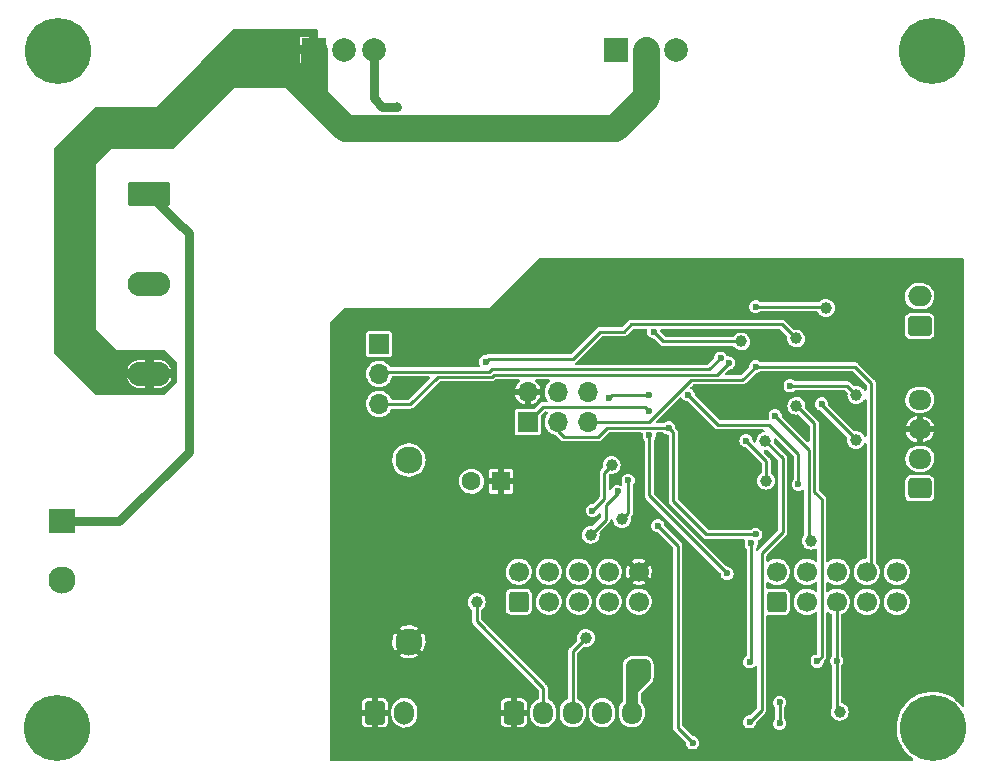
<source format=gbr>
%TF.GenerationSoftware,KiCad,Pcbnew,(6.0.10)*%
%TF.CreationDate,2023-05-17T01:35:15+02:00*%
%TF.ProjectId,spotter,73706f74-7465-4722-9e6b-696361645f70,1.0*%
%TF.SameCoordinates,Original*%
%TF.FileFunction,Copper,L2,Bot*%
%TF.FilePolarity,Positive*%
%FSLAX46Y46*%
G04 Gerber Fmt 4.6, Leading zero omitted, Abs format (unit mm)*
G04 Created by KiCad (PCBNEW (6.0.10)) date 2023-05-17 01:35:15*
%MOMM*%
%LPD*%
G01*
G04 APERTURE LIST*
G04 Aperture macros list*
%AMRoundRect*
0 Rectangle with rounded corners*
0 $1 Rounding radius*
0 $2 $3 $4 $5 $6 $7 $8 $9 X,Y pos of 4 corners*
0 Add a 4 corners polygon primitive as box body*
4,1,4,$2,$3,$4,$5,$6,$7,$8,$9,$2,$3,0*
0 Add four circle primitives for the rounded corners*
1,1,$1+$1,$2,$3*
1,1,$1+$1,$4,$5*
1,1,$1+$1,$6,$7*
1,1,$1+$1,$8,$9*
0 Add four rect primitives between the rounded corners*
20,1,$1+$1,$2,$3,$4,$5,0*
20,1,$1+$1,$4,$5,$6,$7,0*
20,1,$1+$1,$6,$7,$8,$9,0*
20,1,$1+$1,$8,$9,$2,$3,0*%
G04 Aperture macros list end*
%TA.AperFunction,SMDPad,CuDef*%
%ADD10C,1.000000*%
%TD*%
%TA.AperFunction,ComponentPad*%
%ADD11RoundRect,0.250000X0.600000X-0.600000X0.600000X0.600000X-0.600000X0.600000X-0.600000X-0.600000X0*%
%TD*%
%TA.AperFunction,ComponentPad*%
%ADD12C,1.700000*%
%TD*%
%TA.AperFunction,ComponentPad*%
%ADD13O,1.700000X1.950000*%
%TD*%
%TA.AperFunction,ComponentPad*%
%ADD14RoundRect,0.250000X-0.600000X-0.725000X0.600000X-0.725000X0.600000X0.725000X-0.600000X0.725000X0*%
%TD*%
%TA.AperFunction,ComponentPad*%
%ADD15R,1.600000X1.600000*%
%TD*%
%TA.AperFunction,ComponentPad*%
%ADD16C,1.600000*%
%TD*%
%TA.AperFunction,ComponentPad*%
%ADD17O,1.950000X1.700000*%
%TD*%
%TA.AperFunction,ComponentPad*%
%ADD18RoundRect,0.250000X0.725000X-0.600000X0.725000X0.600000X-0.725000X0.600000X-0.725000X-0.600000X0*%
%TD*%
%TA.AperFunction,ComponentPad*%
%ADD19C,5.600000*%
%TD*%
%TA.AperFunction,ComponentPad*%
%ADD20RoundRect,0.250001X-1.549999X0.799999X-1.549999X-0.799999X1.549999X-0.799999X1.549999X0.799999X0*%
%TD*%
%TA.AperFunction,ComponentPad*%
%ADD21O,3.600000X2.100000*%
%TD*%
%TA.AperFunction,ComponentPad*%
%ADD22RoundRect,0.250000X0.750000X-0.600000X0.750000X0.600000X-0.750000X0.600000X-0.750000X-0.600000X0*%
%TD*%
%TA.AperFunction,ComponentPad*%
%ADD23O,2.000000X1.700000*%
%TD*%
%TA.AperFunction,ComponentPad*%
%ADD24R,1.700000X1.700000*%
%TD*%
%TA.AperFunction,ComponentPad*%
%ADD25O,1.700000X1.700000*%
%TD*%
%TA.AperFunction,ComponentPad*%
%ADD26R,2.300000X2.000000*%
%TD*%
%TA.AperFunction,ComponentPad*%
%ADD27C,2.300000*%
%TD*%
%TA.AperFunction,ComponentPad*%
%ADD28R,2.000000X2.000000*%
%TD*%
%TA.AperFunction,ComponentPad*%
%ADD29C,2.000000*%
%TD*%
%TA.AperFunction,ComponentPad*%
%ADD30RoundRect,0.250000X-0.600000X-0.750000X0.600000X-0.750000X0.600000X0.750000X-0.600000X0.750000X0*%
%TD*%
%TA.AperFunction,ComponentPad*%
%ADD31O,1.700000X2.000000*%
%TD*%
%TA.AperFunction,ViaPad*%
%ADD32C,0.600000*%
%TD*%
%TA.AperFunction,ViaPad*%
%ADD33C,0.800000*%
%TD*%
%TA.AperFunction,Conductor*%
%ADD34C,0.250000*%
%TD*%
%TA.AperFunction,Conductor*%
%ADD35C,0.750000*%
%TD*%
%TA.AperFunction,Conductor*%
%ADD36C,2.300000*%
%TD*%
%TA.AperFunction,Conductor*%
%ADD37C,1.000000*%
%TD*%
G04 APERTURE END LIST*
D10*
%TO.P,TP15,1,1*%
%TO.N,/LCD_CS*%
X153924000Y-119735600D03*
%TD*%
%TO.P,TP14,1,1*%
%TO.N,/SD_CS*%
X166979600Y-121056400D03*
%TD*%
%TO.P,TP13,1,1*%
%TO.N,/SCL*%
X174599600Y-117602000D03*
%TD*%
%TO.P,TP12,1,1*%
%TO.N,/SDA*%
X174650400Y-113792000D03*
%TD*%
%TO.P,TP11,1,1*%
%TO.N,/SCK_LCD*%
X154787600Y-124307600D03*
%TD*%
%TO.P,TP10,1,1*%
%TO.N,/MOSI_LCD*%
X152146000Y-125628400D03*
%TD*%
%TO.P,TP9,1,1*%
%TO.N,/ZD*%
X169519600Y-109016800D03*
%TD*%
%TO.P,TP8,1,1*%
%TO.N,/ENC_SW*%
X166928800Y-117703600D03*
%TD*%
%TO.P,TP7,1,1*%
%TO.N,/ENC_B*%
X170789600Y-126136400D03*
%TD*%
%TO.P,TP6,1,1*%
%TO.N,/ENC_A*%
X169570400Y-114706400D03*
%TD*%
%TO.P,TP5,1,1*%
%TO.N,/ENC_SW_LCD*%
X142494000Y-131318000D03*
%TD*%
%TO.P,TP4,1,1*%
%TO.N,/SW*%
X172059600Y-106426000D03*
%TD*%
%TO.P,TP3,1,1*%
%TO.N,/ENC_B_LCD*%
X151739600Y-134366000D03*
%TD*%
%TO.P,TP2,1,1*%
%TO.N,/ENC_A_LCD*%
X173228000Y-140614400D03*
%TD*%
%TO.P,TP1,1,1*%
%TO.N,/PWM*%
X164896800Y-109270800D03*
%TD*%
D11*
%TO.P,EXP1,1,Pin_1*%
%TO.N,/BEEPER*%
X146050000Y-131308500D03*
D12*
%TO.P,EXP1,2,Pin_2*%
%TO.N,/ENC_SW_LCD*%
X146050000Y-128768500D03*
%TO.P,EXP1,3,Pin_3*%
%TO.N,/MOSI_LCD*%
X148590000Y-131308500D03*
%TO.P,EXP1,4,Pin_4*%
%TO.N,/LCD_CS*%
X148590000Y-128768500D03*
%TO.P,EXP1,5,Pin_5*%
%TO.N,/SCK_LCD*%
X151130000Y-131308500D03*
%TO.P,EXP1,6,Pin_6*%
%TO.N,unconnected-(EXP1-Pad6)*%
X151130000Y-128768500D03*
%TO.P,EXP1,7,Pin_7*%
%TO.N,unconnected-(EXP1-Pad7)*%
X153670000Y-131308500D03*
%TO.P,EXP1,8,Pin_8*%
%TO.N,unconnected-(EXP1-Pad8)*%
X153670000Y-128768500D03*
%TO.P,EXP1,9,Pin_9*%
%TO.N,GND*%
X156210000Y-131308500D03*
%TO.P,EXP1,10,Pin_10*%
%TO.N,+5V*%
X156210000Y-128768500D03*
%TD*%
D13*
%TO.P,EXT-ENCODER1,5,Pin_5*%
%TO.N,GND*%
X155622000Y-140699000D03*
%TO.P,EXT-ENCODER1,4,Pin_4*%
%TO.N,/ENC_A_LCD*%
X153122000Y-140699000D03*
%TO.P,EXT-ENCODER1,3,Pin_3*%
%TO.N,/ENC_B_LCD*%
X150622000Y-140699000D03*
%TO.P,EXT-ENCODER1,2,Pin_2*%
%TO.N,/ENC_SW_LCD*%
X148122000Y-140699000D03*
D14*
%TO.P,EXT-ENCODER1,1,Pin_1*%
%TO.N,+5V*%
X145622000Y-140699000D03*
%TD*%
D15*
%TO.P,C2,1*%
%TO.N,+5V*%
X144557140Y-121107200D03*
D16*
%TO.P,C2,2*%
%TO.N,GND*%
X142057140Y-121107200D03*
%TD*%
D17*
%TO.P,SMALL-LCD1,4,Pin_4*%
%TO.N,GND*%
X180025000Y-114200000D03*
%TO.P,SMALL-LCD1,3,Pin_3*%
%TO.N,+5V*%
X180025000Y-116700000D03*
%TO.P,SMALL-LCD1,2,Pin_2*%
%TO.N,/SDA*%
X180025000Y-119200000D03*
D18*
%TO.P,SMALL-LCD1,1,Pin_1*%
%TO.N,/SCL*%
X180025000Y-121700000D03*
%TD*%
D19*
%TO.P,REF\u002A\u002A,1*%
%TO.N,N/C*%
X106934000Y-141986000D03*
%TD*%
D20*
%TO.P,J3,1,Pin_1*%
%TO.N,/L*%
X114775500Y-96774000D03*
D21*
%TO.P,J3,2,Pin_2*%
%TO.N,/N*%
X114775500Y-104394000D03*
%TO.P,J3,3,Pin_3*%
%TO.N,/OUT*%
X114775500Y-112014000D03*
%TD*%
D22*
%TO.P,J2,1,Pin_1*%
%TO.N,GND*%
X180000000Y-107950000D03*
D23*
%TO.P,J2,2,Pin_2*%
%TO.N,Net-(J2-Pad2)*%
X180000000Y-105450000D03*
%TD*%
D11*
%TO.P,EXP2,1,Pin_1*%
%TO.N,/MISO*%
X167894000Y-131318000D03*
D12*
%TO.P,EXP2,2,Pin_2*%
%TO.N,/SCK*%
X167894000Y-128778000D03*
%TO.P,EXP2,3,Pin_3*%
%TO.N,/ENC_B_LCD*%
X170434000Y-131318000D03*
%TO.P,EXP2,4,Pin_4*%
%TO.N,/SD_CS*%
X170434000Y-128778000D03*
%TO.P,EXP2,5,Pin_5*%
%TO.N,/ENC_A_LCD*%
X172974000Y-131318000D03*
%TO.P,EXP2,6,Pin_6*%
%TO.N,/MOSI*%
X172974000Y-128778000D03*
%TO.P,EXP2,7,Pin_7*%
%TO.N,/SD_DET*%
X175514000Y-131318000D03*
%TO.P,EXP2,8,Pin_8*%
%TO.N,/RST*%
X175514000Y-128778000D03*
%TO.P,EXP2,9,Pin_9*%
%TO.N,GND*%
X178054000Y-131318000D03*
%TO.P,EXP2,10,Pin_10*%
%TO.N,unconnected-(EXP2-Pad10)*%
X178054000Y-128778000D03*
%TD*%
D24*
%TO.P,UART1,1,Pin_1*%
%TO.N,GND*%
X134239000Y-109489000D03*
D25*
%TO.P,UART1,2,Pin_2*%
%TO.N,/TX*%
X134239000Y-112029000D03*
%TO.P,UART1,3,Pin_3*%
%TO.N,/RX*%
X134239000Y-114569000D03*
%TD*%
D19*
%TO.P,REF\u002A\u002A,1*%
%TO.N,N/C*%
X107025000Y-84700000D03*
%TD*%
D26*
%TO.P,PS1,1,AC/L*%
%TO.N,/L*%
X107357500Y-124500000D03*
D27*
%TO.P,PS1,2,AC/N*%
%TO.N,/N*%
X107357500Y-129500000D03*
%TO.P,PS1,3,-Vout*%
%TO.N,GND*%
X136757500Y-119300000D03*
%TO.P,PS1,4,+Vout*%
%TO.N,+5V*%
X136757500Y-134700000D03*
%TD*%
D24*
%TO.P,ISP1,1,Pin_1*%
%TO.N,/MISO*%
X146812000Y-116078000D03*
D25*
%TO.P,ISP1,2,Pin_2*%
%TO.N,+5V*%
X146812000Y-113538000D03*
%TO.P,ISP1,3,Pin_3*%
%TO.N,/SCK*%
X149352000Y-116078000D03*
%TO.P,ISP1,4,Pin_4*%
%TO.N,/MOSI*%
X149352000Y-113538000D03*
%TO.P,ISP1,5,Pin_5*%
%TO.N,/RST*%
X151892000Y-116078000D03*
%TO.P,ISP1,6,Pin_6*%
%TO.N,GND*%
X151892000Y-113538000D03*
%TD*%
D19*
%TO.P,REF\u002A\u002A,1*%
%TO.N,N/C*%
X181102000Y-141986000D03*
%TD*%
D28*
%TO.P,Q1,1,C*%
%TO.N,/L*%
X154286000Y-84582000D03*
D29*
%TO.P,Q1,2,A*%
%TO.N,/OUT*%
X156826000Y-84582000D03*
%TO.P,Q1,3,G*%
%TO.N,Net-(D1-Pad1)*%
X159366000Y-84582000D03*
%TD*%
D28*
%TO.P,Q2,1,C*%
%TO.N,/OUT*%
X128686000Y-84582000D03*
D29*
%TO.P,Q2,2,A*%
%TO.N,/L*%
X131226000Y-84582000D03*
%TO.P,Q2,3,G*%
%TO.N,Net-(D2-Pad1)*%
X133766000Y-84582000D03*
%TD*%
D30*
%TO.P,J1,1,Pin_1*%
%TO.N,+5V*%
X133878000Y-140699000D03*
D31*
%TO.P,J1,2,Pin_2*%
%TO.N,GND*%
X136378000Y-140699000D03*
%TD*%
D19*
%TO.P,REF\u002A\u002A,1*%
%TO.N,N/C*%
X181025000Y-84700000D03*
%TD*%
D32*
%TO.N,/ENC_SW_LCD*%
X142494000Y-131318000D03*
D33*
%TO.N,/SW*%
X172059600Y-106426000D03*
D32*
X166116000Y-106324400D03*
%TO.N,/ZD*%
X143256000Y-110990316D03*
X169519600Y-109016800D03*
D33*
%TO.N,+5V*%
X162102800Y-110185200D03*
X161300000Y-117719000D03*
X177165000Y-139700000D03*
X162306000Y-113284000D03*
D32*
X157607000Y-125857000D03*
X173736000Y-122682000D03*
X139954000Y-114173000D03*
X173482000Y-104394000D03*
X164592000Y-124978500D03*
D33*
X160782000Y-138176000D03*
X164719000Y-105156000D03*
%TO.N,/OUT*%
X126746000Y-84582000D03*
X121920000Y-85344000D03*
X146304000Y-91186000D03*
X140208000Y-91186000D03*
X118872000Y-88392000D03*
X125476000Y-84582000D03*
X108458000Y-101346000D03*
X142240000Y-91186000D03*
X115570000Y-91186000D03*
X108458000Y-94996000D03*
X108458000Y-100076000D03*
X120904000Y-86360000D03*
X108458000Y-102616000D03*
X116840000Y-90424000D03*
X108458000Y-107696000D03*
X110490000Y-111252000D03*
X124206000Y-84582000D03*
X108458000Y-98806000D03*
X109474000Y-110236000D03*
X111506000Y-112014000D03*
X122936000Y-84582000D03*
X147320000Y-91186000D03*
X108458000Y-96266000D03*
X119888000Y-87376000D03*
X113030000Y-91186000D03*
X110490000Y-91694000D03*
X114300000Y-91186000D03*
X108458000Y-93726000D03*
X148336000Y-91186000D03*
X108458000Y-105156000D03*
X141224000Y-91186000D03*
X143256000Y-91186000D03*
X139192000Y-91186000D03*
X108458000Y-103886000D03*
X145288000Y-91186000D03*
X117856000Y-89408000D03*
X108458000Y-109118400D03*
X144272000Y-91186000D03*
X109474000Y-92710000D03*
X111760000Y-91186000D03*
X108458000Y-106426000D03*
X108458000Y-97536000D03*
%TO.N,GND*%
X155702000Y-137668000D03*
X156718000Y-136652000D03*
X156718000Y-137668000D03*
X155702000Y-136652000D03*
D32*
%TO.N,/SCL*%
X174627911Y-117599089D03*
X171704000Y-114554000D03*
%TO.N,/SDA*%
X169037000Y-113030000D03*
X174625000Y-113792000D03*
%TO.N,/ENC_SW*%
X166954200Y-117703600D03*
X165608000Y-141478000D03*
D33*
%TO.N,/ENC_B*%
X170815000Y-126111000D03*
D32*
X167767000Y-115570000D03*
%TO.N,/ENC_A*%
X171323000Y-136336000D03*
X169545000Y-114681000D03*
%TO.N,/MISO*%
X157099000Y-117221000D03*
X163700442Y-128907558D03*
X157099000Y-115189000D03*
%TO.N,/SCK*%
X166116000Y-125603000D03*
X158750000Y-116586000D03*
%TO.N,/MOSI*%
X153670000Y-114088500D03*
X157098826Y-113800498D03*
X169735500Y-121348500D03*
X160401000Y-113792000D03*
%TO.N,/RST*%
X166111600Y-111400000D03*
%TO.N,/LCD_CS*%
X153924000Y-119761000D03*
X152298400Y-123596400D03*
%TO.N,/SD_CS*%
X167005000Y-121031000D03*
X165300000Y-117675000D03*
%TO.N,/ENC_A_LCD*%
X172974000Y-136296400D03*
X173228000Y-140589000D03*
%TO.N,Net-(C4-Pad1)*%
X160782000Y-143256000D03*
X157834000Y-124868000D03*
%TO.N,Net-(C5-Pad1)*%
X165608000Y-136398000D03*
X165735000Y-126365000D03*
%TO.N,/PWM*%
X164896800Y-109270800D03*
X157480000Y-108447500D03*
%TO.N,/RX*%
X163830000Y-111099600D03*
%TO.N,/TX*%
X163160329Y-110662858D03*
D33*
%TO.N,Net-(D2-Pad1)*%
X134493000Y-89408000D03*
X135763000Y-89408000D03*
D32*
%TO.N,Net-(U3-Pad6)*%
X168148000Y-141605000D03*
X168148000Y-139827000D03*
%TO.N,/ENC_B_LCD*%
X151765000Y-134366000D03*
%TO.N,/MOSI_LCD*%
X152146000Y-125628400D03*
X154432000Y-121970800D03*
%TO.N,/SCK_LCD*%
X154813000Y-124333000D03*
X155321000Y-121031000D03*
%TD*%
D34*
%TO.N,/ENC_SW_LCD*%
X148122000Y-138597000D02*
X148122000Y-140699000D01*
X142494000Y-132969000D02*
X148122000Y-138597000D01*
X142494000Y-131318000D02*
X142494000Y-132969000D01*
%TO.N,/ENC_SW*%
X166644500Y-140441500D02*
X165608000Y-141478000D01*
X166644500Y-127182700D02*
X166644500Y-140441500D01*
X168402000Y-125425200D02*
X166644500Y-127182700D01*
X166928800Y-117678200D02*
X168402000Y-119151400D01*
X168402000Y-119151400D02*
X168402000Y-125425200D01*
%TO.N,/SW*%
X171958000Y-106324400D02*
X172059600Y-106426000D01*
X166116000Y-106324400D02*
X171958000Y-106324400D01*
D35*
%TO.N,/L*%
X107357500Y-124500000D02*
X112228000Y-124500000D01*
X117569500Y-99568000D02*
X114775500Y-96774000D01*
X118110000Y-100076000D02*
X117602000Y-99568000D01*
X118110000Y-118618000D02*
X118110000Y-100076000D01*
X112228000Y-124500000D02*
X118110000Y-118618000D01*
X117602000Y-99568000D02*
X117569500Y-99568000D01*
D34*
%TO.N,/ZD*%
X143256000Y-110990316D02*
X143502316Y-110744000D01*
X169519600Y-109016800D02*
X168325800Y-107823000D01*
X168325800Y-107823000D02*
X155575000Y-107823000D01*
X143502316Y-110744000D02*
X150622000Y-110744000D01*
X155575000Y-107823000D02*
X154940000Y-108458000D01*
X150622000Y-110744000D02*
X152908000Y-108458000D01*
X152908000Y-108458000D02*
X154940000Y-108458000D01*
D36*
%TO.N,/OUT*%
X126796800Y-86664800D02*
X125476000Y-85344000D01*
X154178000Y-91186000D02*
X156826000Y-88538000D01*
X131318000Y-91186000D02*
X128686000Y-88554000D01*
X128686000Y-88554000D02*
X126796800Y-86664800D01*
X142494000Y-91186000D02*
X154178000Y-91186000D01*
X156826000Y-88538000D02*
X156826000Y-84582000D01*
X141478000Y-91186000D02*
X140462000Y-91186000D01*
X140462000Y-91186000D02*
X139446000Y-91186000D01*
X125476000Y-85344000D02*
X125476000Y-84582000D01*
X139446000Y-91186000D02*
X131318000Y-91186000D01*
X128686000Y-88554000D02*
X128686000Y-84582000D01*
X142494000Y-91186000D02*
X141478000Y-91186000D01*
X126796800Y-86664800D02*
X121615200Y-86664800D01*
D37*
%TO.N,GND*%
X155622000Y-138764000D02*
X156718000Y-137668000D01*
X156464000Y-137668000D02*
X156718000Y-137668000D01*
X155702000Y-136652000D02*
X156718000Y-136652000D01*
X155622000Y-140699000D02*
X155622000Y-138764000D01*
D34*
X155622000Y-136732000D02*
X155702000Y-136652000D01*
D37*
X155622000Y-140699000D02*
X155622000Y-136732000D01*
X156718000Y-137668000D02*
X156718000Y-136652000D01*
X156210000Y-137414000D02*
X156464000Y-137668000D01*
D34*
%TO.N,/SCL*%
X174506733Y-117477911D02*
X171704000Y-114675178D01*
X171704000Y-114675178D02*
X171704000Y-114554000D01*
%TO.N,/SDA*%
X174625000Y-113792000D02*
X173863000Y-113030000D01*
X173863000Y-113030000D02*
X168910000Y-113030000D01*
%TO.N,/ENC_B*%
X170619000Y-118422000D02*
X170619000Y-125915000D01*
X167767000Y-115570000D02*
X170619000Y-118422000D01*
X170619000Y-125915000D02*
X170815000Y-126111000D01*
%TO.N,/ENC_A*%
X171704000Y-135955000D02*
X171704000Y-122631200D01*
X171704000Y-122631200D02*
X171069000Y-121996200D01*
X171323000Y-136336000D02*
X171704000Y-135955000D01*
X171069000Y-121996200D02*
X171069000Y-116205000D01*
X171069000Y-116205000D02*
X169545000Y-114681000D01*
%TO.N,/MISO*%
X148082000Y-114808000D02*
X146812000Y-116078000D01*
X157099000Y-115189000D02*
X156718000Y-114808000D01*
X156718000Y-114808000D02*
X148082000Y-114808000D01*
X157099000Y-122306116D02*
X157099000Y-117221000D01*
X163700442Y-128907558D02*
X157099000Y-122306116D01*
%TO.N,/SCK*%
X159131000Y-122809000D02*
X161925000Y-125603000D01*
X153543000Y-116586000D02*
X152781000Y-117348000D01*
X159131000Y-116967000D02*
X159131000Y-122809000D01*
X149352000Y-116840000D02*
X149352000Y-116078000D01*
X152781000Y-117348000D02*
X149860000Y-117348000D01*
X158750000Y-116586000D02*
X159131000Y-116967000D01*
X161925000Y-125603000D02*
X166116000Y-125603000D01*
X149860000Y-117348000D02*
X149352000Y-116840000D01*
X158750000Y-116586000D02*
X153543000Y-116586000D01*
%TO.N,/MOSI*%
X169735500Y-118808500D02*
X167259000Y-116332000D01*
X153958002Y-113800498D02*
X153670000Y-114088500D01*
X157098826Y-113800498D02*
X153958002Y-113800498D01*
X162941000Y-116332000D02*
X160401000Y-113792000D01*
X167259000Y-116332000D02*
X162941000Y-116332000D01*
X169735500Y-121348500D02*
X169735500Y-118808500D01*
%TO.N,/RST*%
X157099000Y-116078000D02*
X151934000Y-116078000D01*
X175895000Y-128397000D02*
X175514000Y-128778000D01*
X175895000Y-112776000D02*
X175895000Y-128397000D01*
X174519000Y-111400000D02*
X175895000Y-112776000D01*
X160655000Y-112522000D02*
X157099000Y-116078000D01*
X166111600Y-111400000D02*
X174519000Y-111400000D01*
X166111600Y-111400000D02*
X164989600Y-112522000D01*
X164989600Y-112522000D02*
X160655000Y-112522000D01*
%TO.N,/LCD_CS*%
X153289000Y-120396000D02*
X153924000Y-119761000D01*
X153289000Y-122605800D02*
X153289000Y-120396000D01*
X152298400Y-123596400D02*
X153289000Y-122605800D01*
%TO.N,/SD_CS*%
X167005000Y-119380000D02*
X167005000Y-121031000D01*
X165300000Y-117675000D02*
X167005000Y-119380000D01*
%TO.N,/ENC_A_LCD*%
X172974000Y-140335000D02*
X173228000Y-140589000D01*
X172974000Y-136296400D02*
X172974000Y-140335000D01*
X172974000Y-136296400D02*
X172974000Y-131318000D01*
%TO.N,Net-(C4-Pad1)*%
X157834000Y-124868000D02*
X159512000Y-126546000D01*
X159512000Y-141986000D02*
X160782000Y-143256000D01*
X159512000Y-126546000D02*
X159512000Y-141986000D01*
%TO.N,Net-(C5-Pad1)*%
X165735000Y-136271000D02*
X165608000Y-136398000D01*
X165735000Y-126365000D02*
X165735000Y-136271000D01*
%TO.N,/PWM*%
X157480000Y-108447500D02*
X158303300Y-109270800D01*
X158303300Y-109270800D02*
X164896800Y-109270800D01*
%TO.N,/RX*%
X163830000Y-111099600D02*
X162857600Y-112072000D01*
X143960000Y-112072000D02*
X143764000Y-112268000D01*
X136891000Y-114569000D02*
X134239000Y-114569000D01*
X162857600Y-112072000D02*
X143960000Y-112072000D01*
X143764000Y-112268000D02*
X139192000Y-112268000D01*
X139192000Y-112268000D02*
X136891000Y-114569000D01*
%TO.N,/TX*%
X134450000Y-111818000D02*
X134239000Y-112029000D01*
X143577604Y-111818000D02*
X134450000Y-111818000D01*
X143773604Y-111622000D02*
X143577604Y-111818000D01*
X163160329Y-110662858D02*
X162201187Y-111622000D01*
X162201187Y-111622000D02*
X143773604Y-111622000D01*
D35*
%TO.N,Net-(D2-Pad1)*%
X133766000Y-88681000D02*
X134493000Y-89408000D01*
X134493000Y-89408000D02*
X135763000Y-89408000D01*
X133766000Y-84582000D02*
X133766000Y-88681000D01*
D34*
%TO.N,Net-(U3-Pad6)*%
X168148000Y-141605000D02*
X168148000Y-139827000D01*
%TO.N,/ENC_B_LCD*%
X151765000Y-134366000D02*
X150622000Y-135509000D01*
X150622000Y-135509000D02*
X150622000Y-140699000D01*
%TO.N,/MOSI_LCD*%
X153416000Y-123115196D02*
X154432000Y-122099196D01*
X152146000Y-125628400D02*
X153416000Y-124358400D01*
X154432000Y-122099196D02*
X154432000Y-121970800D01*
X153416000Y-124358400D02*
X153416000Y-123115196D01*
%TO.N,/SCK_LCD*%
X154813000Y-124333000D02*
X155321000Y-123825000D01*
X155321000Y-123825000D02*
X155321000Y-121031000D01*
%TD*%
%TA.AperFunction,Conductor*%
%TO.N,/OUT*%
G36*
X128974121Y-82824002D02*
G01*
X129020614Y-82877658D01*
X129032000Y-82930000D01*
X129032000Y-85799810D01*
X129011998Y-85867931D01*
X128995095Y-85888905D01*
X128560905Y-86323095D01*
X128498593Y-86357121D01*
X128471810Y-86360000D01*
X123444000Y-86360000D01*
X116876905Y-92927095D01*
X116814593Y-92961121D01*
X116787810Y-92964000D01*
X111506000Y-92964000D01*
X110236000Y-94234000D01*
X110236000Y-108204000D01*
X112014000Y-109982000D01*
X116025810Y-109982000D01*
X116093931Y-110002002D01*
X116114905Y-110018905D01*
X117057095Y-110961095D01*
X117091121Y-111023407D01*
X117094000Y-111050190D01*
X117094000Y-112723810D01*
X117073998Y-112791931D01*
X117057095Y-112812905D01*
X116114905Y-113755095D01*
X116052593Y-113789121D01*
X116025810Y-113792000D01*
X110288190Y-113792000D01*
X110220069Y-113771998D01*
X110199095Y-113755095D01*
X108849056Y-112405056D01*
X112915138Y-112405056D01*
X112956608Y-112517466D01*
X112961558Y-112527844D01*
X113066252Y-112703819D01*
X113073018Y-112713131D01*
X113208029Y-112867082D01*
X113216372Y-112874999D01*
X113377180Y-113001770D01*
X113386823Y-113008032D01*
X113568043Y-113103376D01*
X113578669Y-113107777D01*
X113774221Y-113168498D01*
X113785476Y-113170891D01*
X113951691Y-113190563D01*
X113959097Y-113191000D01*
X114376385Y-113191000D01*
X114391624Y-113186525D01*
X114392829Y-113185135D01*
X114394500Y-113177452D01*
X114394500Y-113172885D01*
X115156500Y-113172885D01*
X115160975Y-113188124D01*
X115162365Y-113189329D01*
X115170048Y-113191000D01*
X115577475Y-113191000D01*
X115583264Y-113190734D01*
X115735156Y-113176778D01*
X115746470Y-113174681D01*
X115943546Y-113119099D01*
X115954285Y-113114977D01*
X116137936Y-113024410D01*
X116147743Y-113018400D01*
X116311810Y-112895885D01*
X116320364Y-112888183D01*
X116459353Y-112737827D01*
X116466361Y-112728695D01*
X116575626Y-112555519D01*
X116580847Y-112545272D01*
X116634085Y-112411828D01*
X116635409Y-112397785D01*
X116630571Y-112395000D01*
X115174615Y-112395000D01*
X115159376Y-112399475D01*
X115158171Y-112400865D01*
X115156500Y-112408548D01*
X115156500Y-113172885D01*
X114394500Y-113172885D01*
X114394500Y-112413115D01*
X114390025Y-112397876D01*
X114388635Y-112396671D01*
X114380952Y-112395000D01*
X112929543Y-112395000D01*
X112916012Y-112398973D01*
X112915138Y-112405056D01*
X108849056Y-112405056D01*
X108074215Y-111630215D01*
X112915591Y-111630215D01*
X112920429Y-111633000D01*
X114376385Y-111633000D01*
X114391624Y-111628525D01*
X114392829Y-111627135D01*
X114394500Y-111619452D01*
X114394500Y-111614885D01*
X115156500Y-111614885D01*
X115160975Y-111630124D01*
X115162365Y-111631329D01*
X115170048Y-111633000D01*
X116621457Y-111633000D01*
X116634988Y-111629027D01*
X116635862Y-111622944D01*
X116594392Y-111510534D01*
X116589442Y-111500156D01*
X116484748Y-111324181D01*
X116477982Y-111314869D01*
X116342971Y-111160918D01*
X116334628Y-111153001D01*
X116173820Y-111026230D01*
X116164177Y-111019968D01*
X115982957Y-110924624D01*
X115972331Y-110920223D01*
X115776779Y-110859502D01*
X115765524Y-110857109D01*
X115599309Y-110837437D01*
X115591903Y-110837000D01*
X115174615Y-110837000D01*
X115159376Y-110841475D01*
X115158171Y-110842865D01*
X115156500Y-110850548D01*
X115156500Y-111614885D01*
X114394500Y-111614885D01*
X114394500Y-110855115D01*
X114390025Y-110839876D01*
X114388635Y-110838671D01*
X114380952Y-110837000D01*
X113973525Y-110837000D01*
X113967736Y-110837266D01*
X113815844Y-110851222D01*
X113804530Y-110853319D01*
X113607454Y-110908901D01*
X113596715Y-110913023D01*
X113413064Y-111003590D01*
X113403257Y-111009600D01*
X113239190Y-111132115D01*
X113230636Y-111139817D01*
X113091647Y-111290173D01*
X113084639Y-111299305D01*
X112975374Y-111472481D01*
X112970153Y-111482728D01*
X112916915Y-111616172D01*
X112915591Y-111630215D01*
X108074215Y-111630215D01*
X106716905Y-110272905D01*
X106682879Y-110210593D01*
X106680000Y-110183810D01*
X106680000Y-93016190D01*
X106700002Y-92948069D01*
X106716905Y-92927095D01*
X110199095Y-89444905D01*
X110261407Y-89410879D01*
X110288190Y-89408000D01*
X115316000Y-89408000D01*
X119135679Y-85588321D01*
X127559000Y-85588321D01*
X127560207Y-85600575D01*
X127563948Y-85619382D01*
X127573263Y-85641871D01*
X127587546Y-85663247D01*
X127604753Y-85680454D01*
X127626129Y-85694737D01*
X127648618Y-85704052D01*
X127667425Y-85707793D01*
X127679679Y-85709000D01*
X128286885Y-85709000D01*
X128302124Y-85704525D01*
X128303329Y-85703135D01*
X128305000Y-85695452D01*
X128305000Y-84981115D01*
X128300525Y-84965876D01*
X128299135Y-84964671D01*
X128291452Y-84963000D01*
X127577115Y-84963000D01*
X127561876Y-84967475D01*
X127560671Y-84968865D01*
X127559000Y-84976548D01*
X127559000Y-85588321D01*
X119135679Y-85588321D01*
X120541115Y-84182885D01*
X127559000Y-84182885D01*
X127563475Y-84198124D01*
X127564865Y-84199329D01*
X127572548Y-84201000D01*
X128286885Y-84201000D01*
X128302124Y-84196525D01*
X128303329Y-84195135D01*
X128305000Y-84187452D01*
X128305000Y-83473115D01*
X128300525Y-83457876D01*
X128299135Y-83456671D01*
X128291452Y-83455000D01*
X127679679Y-83455000D01*
X127667425Y-83456207D01*
X127648618Y-83459948D01*
X127626129Y-83469263D01*
X127604753Y-83483546D01*
X127587546Y-83500753D01*
X127573263Y-83522129D01*
X127563948Y-83544618D01*
X127560207Y-83563425D01*
X127559000Y-83575679D01*
X127559000Y-84182885D01*
X120541115Y-84182885D01*
X121883095Y-82840905D01*
X121945407Y-82806879D01*
X121972190Y-82804000D01*
X128906000Y-82804000D01*
X128974121Y-82824002D01*
G37*
%TD.AperFunction*%
%TD*%
%TA.AperFunction,Conductor*%
%TO.N,+5V*%
G36*
X183714360Y-102220002D02*
G01*
X183760853Y-102273658D01*
X183772239Y-102326000D01*
X183772239Y-140075054D01*
X183752237Y-140143175D01*
X183698581Y-140189668D01*
X183628307Y-140199772D01*
X183563727Y-140170278D01*
X183543279Y-140147684D01*
X183501601Y-140088602D01*
X183501597Y-140088597D01*
X183499564Y-140085715D01*
X183272799Y-139830303D01*
X183201764Y-139766343D01*
X183021595Y-139604118D01*
X183021592Y-139604116D01*
X183018977Y-139601761D01*
X182981916Y-139575228D01*
X182744129Y-139404989D01*
X182744122Y-139404985D01*
X182741262Y-139402937D01*
X182443115Y-139236308D01*
X182128251Y-139103951D01*
X182124882Y-139102960D01*
X182124878Y-139102958D01*
X181909673Y-139039620D01*
X181800597Y-139007517D01*
X181797138Y-139006907D01*
X181797129Y-139006905D01*
X181564591Y-138965903D01*
X181464235Y-138948208D01*
X181385811Y-138943274D01*
X181126876Y-138926983D01*
X181126870Y-138926983D01*
X181123358Y-138926762D01*
X181043603Y-138930663D01*
X180785722Y-138943274D01*
X180785713Y-138943275D01*
X180782215Y-138943446D01*
X180778747Y-138944008D01*
X180778744Y-138944008D01*
X180448532Y-138997491D01*
X180448529Y-138997492D01*
X180445057Y-138998054D01*
X180441670Y-138999000D01*
X180441664Y-138999001D01*
X180221064Y-139060594D01*
X180116088Y-139089904D01*
X179957748Y-139153877D01*
X179802672Y-139216532D01*
X179802668Y-139216534D01*
X179799408Y-139217851D01*
X179796321Y-139219520D01*
X179796317Y-139219522D01*
X179767793Y-139234945D01*
X179498963Y-139380301D01*
X179218499Y-139575228D01*
X179215857Y-139577541D01*
X179215853Y-139577544D01*
X179032701Y-139737882D01*
X178961511Y-139800204D01*
X178731202Y-140052425D01*
X178530444Y-140328745D01*
X178361737Y-140625722D01*
X178331961Y-140695194D01*
X178235034Y-140921343D01*
X178227186Y-140939653D01*
X178226169Y-140943022D01*
X178141702Y-141222792D01*
X178128467Y-141266627D01*
X178127831Y-141270094D01*
X178068552Y-141593081D01*
X178066811Y-141602566D01*
X178042985Y-141943285D01*
X178057288Y-142284537D01*
X178109540Y-142622067D01*
X178199091Y-142951669D01*
X178324825Y-143269235D01*
X178326470Y-143272329D01*
X178326471Y-143272331D01*
X178469959Y-143542193D01*
X178485173Y-143570807D01*
X178487163Y-143573713D01*
X178487164Y-143573715D01*
X178676147Y-143849718D01*
X178676152Y-143849724D01*
X178678138Y-143852625D01*
X178901314Y-144111177D01*
X179151921Y-144343241D01*
X179426833Y-144545924D01*
X179430633Y-144548118D01*
X179430781Y-144548273D01*
X179432821Y-144549608D01*
X179432509Y-144550085D01*
X179479628Y-144599497D01*
X179493067Y-144669210D01*
X179466683Y-144735122D01*
X179408853Y-144776307D01*
X179367637Y-144783239D01*
X130174000Y-144783239D01*
X130105879Y-144763237D01*
X130059386Y-144709581D01*
X130048000Y-144657239D01*
X130048000Y-141493292D01*
X132774001Y-141493292D01*
X132774370Y-141500110D01*
X132779841Y-141550482D01*
X132783470Y-141565741D01*
X132828222Y-141685118D01*
X132836754Y-141700704D01*
X132912572Y-141801867D01*
X132925133Y-141814428D01*
X133026296Y-141890246D01*
X133041882Y-141898778D01*
X133161265Y-141943533D01*
X133176510Y-141947158D01*
X133226892Y-141952631D01*
X133233706Y-141953000D01*
X133605885Y-141953000D01*
X133621124Y-141948525D01*
X133622329Y-141947135D01*
X133624000Y-141939452D01*
X133624000Y-141934884D01*
X134132000Y-141934884D01*
X134136475Y-141950123D01*
X134137865Y-141951328D01*
X134145548Y-141952999D01*
X134522292Y-141952999D01*
X134529110Y-141952630D01*
X134579482Y-141947159D01*
X134594741Y-141943530D01*
X134714118Y-141898778D01*
X134729704Y-141890246D01*
X134830867Y-141814428D01*
X134843428Y-141801867D01*
X134919246Y-141700704D01*
X134927778Y-141685118D01*
X134972533Y-141565735D01*
X134976158Y-141550490D01*
X134981631Y-141500108D01*
X134982000Y-141493294D01*
X134982000Y-140971115D01*
X134977525Y-140955876D01*
X134976135Y-140954671D01*
X134968452Y-140953000D01*
X134150115Y-140953000D01*
X134134876Y-140957475D01*
X134133671Y-140958865D01*
X134132000Y-140966548D01*
X134132000Y-141934884D01*
X133624000Y-141934884D01*
X133624000Y-140971115D01*
X133619525Y-140955876D01*
X133618135Y-140954671D01*
X133610452Y-140953000D01*
X132792116Y-140953000D01*
X132776877Y-140957475D01*
X132775672Y-140958865D01*
X132774001Y-140966548D01*
X132774001Y-141493292D01*
X130048000Y-141493292D01*
X130048000Y-140901659D01*
X135273500Y-140901659D01*
X135288493Y-141058806D01*
X135290183Y-141064566D01*
X135290183Y-141064567D01*
X135328261Y-141194363D01*
X135347823Y-141261042D01*
X135352485Y-141270094D01*
X135433877Y-141428125D01*
X135444324Y-141448410D01*
X135459942Y-141468292D01*
X135570808Y-141609432D01*
X135570812Y-141609436D01*
X135574514Y-141614149D01*
X135579044Y-141618080D01*
X135579045Y-141618081D01*
X135729165Y-141748350D01*
X135729170Y-141748354D01*
X135733696Y-141752281D01*
X135916126Y-141857819D01*
X136115222Y-141926957D01*
X136121155Y-141927817D01*
X136121158Y-141927818D01*
X136317860Y-141956338D01*
X136317863Y-141956338D01*
X136323800Y-141957199D01*
X136534333Y-141947455D01*
X136540157Y-141946051D01*
X136540160Y-141946051D01*
X136733393Y-141899482D01*
X136733395Y-141899481D01*
X136739226Y-141898076D01*
X136744684Y-141895594D01*
X136744688Y-141895593D01*
X136878422Y-141834787D01*
X136931084Y-141810843D01*
X137102986Y-141688904D01*
X137248728Y-141536660D01*
X137292872Y-141468292D01*
X144518001Y-141468292D01*
X144518370Y-141475110D01*
X144523841Y-141525482D01*
X144527470Y-141540741D01*
X144572222Y-141660118D01*
X144580754Y-141675704D01*
X144656572Y-141776867D01*
X144669133Y-141789428D01*
X144770296Y-141865246D01*
X144785882Y-141873778D01*
X144905265Y-141918533D01*
X144920510Y-141922158D01*
X144970892Y-141927631D01*
X144977706Y-141928000D01*
X145349885Y-141928000D01*
X145365124Y-141923525D01*
X145366329Y-141922135D01*
X145368000Y-141914452D01*
X145368000Y-141909884D01*
X145876000Y-141909884D01*
X145880475Y-141925123D01*
X145881865Y-141926328D01*
X145889548Y-141927999D01*
X146266292Y-141927999D01*
X146273110Y-141927630D01*
X146323482Y-141922159D01*
X146338741Y-141918530D01*
X146458118Y-141873778D01*
X146473704Y-141865246D01*
X146574867Y-141789428D01*
X146587428Y-141776867D01*
X146663246Y-141675704D01*
X146671778Y-141660118D01*
X146716533Y-141540735D01*
X146720158Y-141525490D01*
X146725631Y-141475108D01*
X146726000Y-141468294D01*
X146726000Y-140971115D01*
X146721525Y-140955876D01*
X146720135Y-140954671D01*
X146712452Y-140953000D01*
X145894115Y-140953000D01*
X145878876Y-140957475D01*
X145877671Y-140958865D01*
X145876000Y-140966548D01*
X145876000Y-141909884D01*
X145368000Y-141909884D01*
X145368000Y-140971115D01*
X145363525Y-140955876D01*
X145362135Y-140954671D01*
X145354452Y-140953000D01*
X144536116Y-140953000D01*
X144520877Y-140957475D01*
X144519672Y-140958865D01*
X144518001Y-140966548D01*
X144518001Y-141468292D01*
X137292872Y-141468292D01*
X137305710Y-141448410D01*
X137359800Y-141364640D01*
X137359801Y-141364637D01*
X137363052Y-141359603D01*
X137441834Y-141164122D01*
X137475743Y-140990485D01*
X137481361Y-140961717D01*
X137481361Y-140961714D01*
X137482229Y-140957271D01*
X137482500Y-140951730D01*
X137482500Y-140496341D01*
X137475873Y-140426885D01*
X144518000Y-140426885D01*
X144522475Y-140442124D01*
X144523865Y-140443329D01*
X144531548Y-140445000D01*
X145349885Y-140445000D01*
X145365124Y-140440525D01*
X145366329Y-140439135D01*
X145368000Y-140431452D01*
X145368000Y-140426885D01*
X145876000Y-140426885D01*
X145880475Y-140442124D01*
X145881865Y-140443329D01*
X145889548Y-140445000D01*
X146707884Y-140445000D01*
X146723123Y-140440525D01*
X146724328Y-140439135D01*
X146725999Y-140431452D01*
X146725999Y-139929708D01*
X146725630Y-139922890D01*
X146720159Y-139872518D01*
X146716530Y-139857259D01*
X146671778Y-139737882D01*
X146663246Y-139722296D01*
X146587428Y-139621133D01*
X146574867Y-139608572D01*
X146473704Y-139532754D01*
X146458118Y-139524222D01*
X146338735Y-139479467D01*
X146323490Y-139475842D01*
X146273108Y-139470369D01*
X146266294Y-139470000D01*
X145894115Y-139470000D01*
X145878876Y-139474475D01*
X145877671Y-139475865D01*
X145876000Y-139483548D01*
X145876000Y-140426885D01*
X145368000Y-140426885D01*
X145368000Y-139488116D01*
X145363525Y-139472877D01*
X145362135Y-139471672D01*
X145354452Y-139470001D01*
X144977708Y-139470001D01*
X144970890Y-139470370D01*
X144920518Y-139475841D01*
X144905259Y-139479470D01*
X144785882Y-139524222D01*
X144770296Y-139532754D01*
X144669133Y-139608572D01*
X144656572Y-139621133D01*
X144580754Y-139722296D01*
X144572222Y-139737882D01*
X144527467Y-139857265D01*
X144523842Y-139872510D01*
X144518369Y-139922892D01*
X144518000Y-139929706D01*
X144518000Y-140426885D01*
X137475873Y-140426885D01*
X137467507Y-140339194D01*
X137449203Y-140276800D01*
X137409868Y-140142722D01*
X137408177Y-140136958D01*
X137364640Y-140052425D01*
X137314422Y-139954921D01*
X137314420Y-139954918D01*
X137311676Y-139949590D01*
X137239149Y-139857259D01*
X137185192Y-139788568D01*
X137185188Y-139788564D01*
X137181486Y-139783851D01*
X137159678Y-139764927D01*
X137026835Y-139649650D01*
X137026830Y-139649646D01*
X137022304Y-139645719D01*
X136839874Y-139540181D01*
X136640778Y-139471043D01*
X136634845Y-139470183D01*
X136634842Y-139470182D01*
X136438140Y-139441662D01*
X136438137Y-139441662D01*
X136432200Y-139440801D01*
X136221667Y-139450545D01*
X136215843Y-139451949D01*
X136215840Y-139451949D01*
X136022607Y-139498518D01*
X136022605Y-139498519D01*
X136016774Y-139499924D01*
X136011316Y-139502406D01*
X136011312Y-139502407D01*
X135932562Y-139538213D01*
X135824916Y-139587157D01*
X135653014Y-139709096D01*
X135507272Y-139861340D01*
X135498331Y-139875187D01*
X135431055Y-139979380D01*
X135392948Y-140038397D01*
X135314166Y-140233878D01*
X135301207Y-140300237D01*
X135275583Y-140431452D01*
X135273771Y-140440729D01*
X135273500Y-140446270D01*
X135273500Y-140901659D01*
X130048000Y-140901659D01*
X130048000Y-140426885D01*
X132774000Y-140426885D01*
X132778475Y-140442124D01*
X132779865Y-140443329D01*
X132787548Y-140445000D01*
X133605885Y-140445000D01*
X133621124Y-140440525D01*
X133622329Y-140439135D01*
X133624000Y-140431452D01*
X133624000Y-140426885D01*
X134132000Y-140426885D01*
X134136475Y-140442124D01*
X134137865Y-140443329D01*
X134145548Y-140445000D01*
X134963884Y-140445000D01*
X134979123Y-140440525D01*
X134980328Y-140439135D01*
X134981999Y-140431452D01*
X134981999Y-139904708D01*
X134981630Y-139897890D01*
X134976159Y-139847518D01*
X134972530Y-139832259D01*
X134927778Y-139712882D01*
X134919246Y-139697296D01*
X134843428Y-139596133D01*
X134830867Y-139583572D01*
X134729704Y-139507754D01*
X134714118Y-139499222D01*
X134594735Y-139454467D01*
X134579490Y-139450842D01*
X134529108Y-139445369D01*
X134522294Y-139445000D01*
X134150115Y-139445000D01*
X134134876Y-139449475D01*
X134133671Y-139450865D01*
X134132000Y-139458548D01*
X134132000Y-140426885D01*
X133624000Y-140426885D01*
X133624000Y-139463116D01*
X133619525Y-139447877D01*
X133618135Y-139446672D01*
X133610452Y-139445001D01*
X133233708Y-139445001D01*
X133226890Y-139445370D01*
X133176518Y-139450841D01*
X133161259Y-139454470D01*
X133041882Y-139499222D01*
X133026296Y-139507754D01*
X132925133Y-139583572D01*
X132912572Y-139596133D01*
X132836754Y-139697296D01*
X132828222Y-139712882D01*
X132783467Y-139832265D01*
X132779842Y-139847510D01*
X132774369Y-139897892D01*
X132774000Y-139904706D01*
X132774000Y-140426885D01*
X130048000Y-140426885D01*
X130048000Y-135858482D01*
X135963848Y-135858482D01*
X135969129Y-135865537D01*
X136144314Y-135967907D01*
X136153597Y-135972354D01*
X136359623Y-136051028D01*
X136369525Y-136053905D01*
X136585615Y-136097869D01*
X136595868Y-136099092D01*
X136816244Y-136107173D01*
X136826530Y-136106706D01*
X137045277Y-136078683D01*
X137055363Y-136076540D01*
X137266592Y-136013168D01*
X137276187Y-136009408D01*
X137474230Y-135912387D01*
X137483080Y-135907112D01*
X137539729Y-135866705D01*
X137548129Y-135856006D01*
X137541140Y-135842850D01*
X136770312Y-135072022D01*
X136756368Y-135064408D01*
X136754535Y-135064539D01*
X136747920Y-135068790D01*
X135970608Y-135846102D01*
X135963848Y-135858482D01*
X130048000Y-135858482D01*
X130048000Y-134670736D01*
X135349406Y-134670736D01*
X135362100Y-134890901D01*
X135363536Y-134901121D01*
X135412019Y-135116249D01*
X135415099Y-135126078D01*
X135498070Y-135330415D01*
X135502713Y-135339606D01*
X135590507Y-135482873D01*
X135600964Y-135492333D01*
X135609740Y-135488550D01*
X136385478Y-134712812D01*
X136391856Y-134701132D01*
X137121908Y-134701132D01*
X137122039Y-134702965D01*
X137126290Y-134709580D01*
X137900936Y-135484226D01*
X137912947Y-135490785D01*
X137924686Y-135481817D01*
X137962068Y-135429795D01*
X137967382Y-135420950D01*
X138065086Y-135223260D01*
X138068885Y-135213664D01*
X138132991Y-135002669D01*
X138135170Y-134992588D01*
X138164193Y-134772142D01*
X138164712Y-134765468D01*
X138166230Y-134703365D01*
X138166036Y-134696646D01*
X138147819Y-134475065D01*
X138146134Y-134464885D01*
X138092410Y-134251000D01*
X138089090Y-134241249D01*
X138001151Y-134039002D01*
X137996285Y-134029927D01*
X137923831Y-133917932D01*
X137913144Y-133908728D01*
X137903579Y-133913131D01*
X137129522Y-134687188D01*
X137121908Y-134701132D01*
X136391856Y-134701132D01*
X136393092Y-134698868D01*
X136392961Y-134697035D01*
X136388710Y-134690420D01*
X135614245Y-133915955D01*
X135602709Y-133909655D01*
X135590426Y-133919279D01*
X135535464Y-133999850D01*
X135530366Y-134008824D01*
X135437519Y-134208845D01*
X135433956Y-134218532D01*
X135375024Y-134431032D01*
X135373093Y-134441152D01*
X135349658Y-134660447D01*
X135349406Y-134670736D01*
X130048000Y-134670736D01*
X130048000Y-133543569D01*
X135965865Y-133543569D01*
X135972609Y-133555899D01*
X136744688Y-134327978D01*
X136758632Y-134335592D01*
X136760465Y-134335461D01*
X136767080Y-134331210D01*
X137543642Y-133554648D01*
X137550663Y-133541792D01*
X137542890Y-133531124D01*
X137541184Y-133529776D01*
X137532596Y-133524071D01*
X137339535Y-133417495D01*
X137330126Y-133413267D01*
X137122249Y-133339654D01*
X137112283Y-133337021D01*
X136895169Y-133298346D01*
X136884918Y-133297377D01*
X136664396Y-133294683D01*
X136654112Y-133295403D01*
X136436124Y-133328760D01*
X136426096Y-133331149D01*
X136216481Y-133399660D01*
X136206973Y-133403657D01*
X136011368Y-133505484D01*
X136002640Y-133510980D01*
X135974318Y-133532244D01*
X135965865Y-133543569D01*
X130048000Y-133543569D01*
X130048000Y-131307399D01*
X141734800Y-131307399D01*
X141751318Y-131475862D01*
X141804748Y-131636479D01*
X141808397Y-131642504D01*
X141885106Y-131769165D01*
X141892435Y-131781267D01*
X141897326Y-131786332D01*
X141897327Y-131786333D01*
X141921062Y-131810911D01*
X142010021Y-131903031D01*
X142015917Y-131906889D01*
X142015918Y-131906890D01*
X142057493Y-131934096D01*
X142103542Y-131988133D01*
X142114500Y-132039528D01*
X142114500Y-132915080D01*
X142111951Y-132939028D01*
X142111872Y-132940693D01*
X142109680Y-132950876D01*
X142110904Y-132961217D01*
X142113627Y-132984223D01*
X142113977Y-132990154D01*
X142114072Y-132990146D01*
X142114500Y-132995324D01*
X142114500Y-133000524D01*
X142115354Y-133005653D01*
X142115354Y-133005656D01*
X142117669Y-133019565D01*
X142118506Y-133025443D01*
X142124530Y-133076341D01*
X142128493Y-133084593D01*
X142129996Y-133093626D01*
X142134943Y-133102795D01*
X142134944Y-133102797D01*
X142154334Y-133138732D01*
X142157031Y-133144025D01*
X142175785Y-133183082D01*
X142175788Y-133183086D01*
X142179219Y-133190232D01*
X142182814Y-133194508D01*
X142184737Y-133196431D01*
X142186509Y-133198363D01*
X142186552Y-133198442D01*
X142186428Y-133198555D01*
X142186904Y-133199095D01*
X142189990Y-133204814D01*
X142197635Y-133211881D01*
X142229586Y-133241416D01*
X142233152Y-133244846D01*
X147705595Y-138717289D01*
X147739621Y-138779601D01*
X147742500Y-138806384D01*
X147742500Y-139452109D01*
X147722498Y-139520230D01*
X147668651Y-139566810D01*
X147650137Y-139575228D01*
X147568916Y-139612157D01*
X147516061Y-139649650D01*
X147426158Y-139713423D01*
X147397014Y-139734096D01*
X147251272Y-139886340D01*
X147248021Y-139891375D01*
X147142194Y-140055273D01*
X147136948Y-140063397D01*
X147058166Y-140258878D01*
X147041314Y-140345171D01*
X147020222Y-140453180D01*
X147017771Y-140465729D01*
X147017500Y-140471270D01*
X147017500Y-140876659D01*
X147032493Y-141033806D01*
X147034183Y-141039566D01*
X147034183Y-141039567D01*
X147046786Y-141082526D01*
X147091823Y-141236042D01*
X147125923Y-141302251D01*
X147162294Y-141372869D01*
X147188324Y-141423410D01*
X147215524Y-141458037D01*
X147314808Y-141584432D01*
X147314812Y-141584436D01*
X147318514Y-141589149D01*
X147323044Y-141593080D01*
X147323045Y-141593081D01*
X147473165Y-141723350D01*
X147473170Y-141723354D01*
X147477696Y-141727281D01*
X147660126Y-141832819D01*
X147859222Y-141901957D01*
X147865155Y-141902817D01*
X147865158Y-141902818D01*
X148061860Y-141931338D01*
X148061863Y-141931338D01*
X148067800Y-141932199D01*
X148278333Y-141922455D01*
X148284157Y-141921051D01*
X148284160Y-141921051D01*
X148477393Y-141874482D01*
X148477395Y-141874481D01*
X148483226Y-141873076D01*
X148488684Y-141870594D01*
X148488688Y-141870593D01*
X148667199Y-141789428D01*
X148675084Y-141785843D01*
X148817080Y-141685118D01*
X148842100Y-141667370D01*
X148842101Y-141667369D01*
X148846986Y-141663904D01*
X148992728Y-141511660D01*
X149027352Y-141458037D01*
X149103800Y-141339640D01*
X149103801Y-141339637D01*
X149107052Y-141334603D01*
X149185834Y-141139122D01*
X149222732Y-140950178D01*
X149225361Y-140936717D01*
X149225361Y-140936714D01*
X149226229Y-140932271D01*
X149226500Y-140926730D01*
X149226500Y-140876659D01*
X149517500Y-140876659D01*
X149532493Y-141033806D01*
X149534183Y-141039566D01*
X149534183Y-141039567D01*
X149546786Y-141082526D01*
X149591823Y-141236042D01*
X149625923Y-141302251D01*
X149662294Y-141372869D01*
X149688324Y-141423410D01*
X149715524Y-141458037D01*
X149814808Y-141584432D01*
X149814812Y-141584436D01*
X149818514Y-141589149D01*
X149823044Y-141593080D01*
X149823045Y-141593081D01*
X149973165Y-141723350D01*
X149973170Y-141723354D01*
X149977696Y-141727281D01*
X150160126Y-141832819D01*
X150359222Y-141901957D01*
X150365155Y-141902817D01*
X150365158Y-141902818D01*
X150561860Y-141931338D01*
X150561863Y-141931338D01*
X150567800Y-141932199D01*
X150778333Y-141922455D01*
X150784157Y-141921051D01*
X150784160Y-141921051D01*
X150977393Y-141874482D01*
X150977395Y-141874481D01*
X150983226Y-141873076D01*
X150988684Y-141870594D01*
X150988688Y-141870593D01*
X151167199Y-141789428D01*
X151175084Y-141785843D01*
X151317080Y-141685118D01*
X151342100Y-141667370D01*
X151342101Y-141667369D01*
X151346986Y-141663904D01*
X151492728Y-141511660D01*
X151527352Y-141458037D01*
X151603800Y-141339640D01*
X151603801Y-141339637D01*
X151607052Y-141334603D01*
X151685834Y-141139122D01*
X151722732Y-140950178D01*
X151725361Y-140936717D01*
X151725361Y-140936714D01*
X151726229Y-140932271D01*
X151726500Y-140926730D01*
X151726500Y-140876659D01*
X152017500Y-140876659D01*
X152032493Y-141033806D01*
X152034183Y-141039566D01*
X152034183Y-141039567D01*
X152046786Y-141082526D01*
X152091823Y-141236042D01*
X152125923Y-141302251D01*
X152162294Y-141372869D01*
X152188324Y-141423410D01*
X152215524Y-141458037D01*
X152314808Y-141584432D01*
X152314812Y-141584436D01*
X152318514Y-141589149D01*
X152323044Y-141593080D01*
X152323045Y-141593081D01*
X152473165Y-141723350D01*
X152473170Y-141723354D01*
X152477696Y-141727281D01*
X152660126Y-141832819D01*
X152859222Y-141901957D01*
X152865155Y-141902817D01*
X152865158Y-141902818D01*
X153061860Y-141931338D01*
X153061863Y-141931338D01*
X153067800Y-141932199D01*
X153278333Y-141922455D01*
X153284157Y-141921051D01*
X153284160Y-141921051D01*
X153477393Y-141874482D01*
X153477395Y-141874481D01*
X153483226Y-141873076D01*
X153488684Y-141870594D01*
X153488688Y-141870593D01*
X153667199Y-141789428D01*
X153675084Y-141785843D01*
X153817080Y-141685118D01*
X153842100Y-141667370D01*
X153842101Y-141667369D01*
X153846986Y-141663904D01*
X153992728Y-141511660D01*
X154027352Y-141458037D01*
X154103800Y-141339640D01*
X154103801Y-141339637D01*
X154107052Y-141334603D01*
X154185834Y-141139122D01*
X154222732Y-140950178D01*
X154225361Y-140936717D01*
X154225361Y-140936714D01*
X154226229Y-140932271D01*
X154226500Y-140926730D01*
X154226500Y-140876659D01*
X154517500Y-140876659D01*
X154532493Y-141033806D01*
X154534183Y-141039566D01*
X154534183Y-141039567D01*
X154546786Y-141082526D01*
X154591823Y-141236042D01*
X154625923Y-141302251D01*
X154662294Y-141372869D01*
X154688324Y-141423410D01*
X154715524Y-141458037D01*
X154814808Y-141584432D01*
X154814812Y-141584436D01*
X154818514Y-141589149D01*
X154823044Y-141593080D01*
X154823045Y-141593081D01*
X154973165Y-141723350D01*
X154973170Y-141723354D01*
X154977696Y-141727281D01*
X155160126Y-141832819D01*
X155359222Y-141901957D01*
X155365155Y-141902817D01*
X155365158Y-141902818D01*
X155561860Y-141931338D01*
X155561863Y-141931338D01*
X155567800Y-141932199D01*
X155778333Y-141922455D01*
X155784157Y-141921051D01*
X155784160Y-141921051D01*
X155977393Y-141874482D01*
X155977395Y-141874481D01*
X155983226Y-141873076D01*
X155988684Y-141870594D01*
X155988688Y-141870593D01*
X156167199Y-141789428D01*
X156175084Y-141785843D01*
X156317080Y-141685118D01*
X156342100Y-141667370D01*
X156342101Y-141667369D01*
X156346986Y-141663904D01*
X156492728Y-141511660D01*
X156527352Y-141458037D01*
X156603800Y-141339640D01*
X156603801Y-141339637D01*
X156607052Y-141334603D01*
X156685834Y-141139122D01*
X156722732Y-140950178D01*
X156725361Y-140936717D01*
X156725361Y-140936714D01*
X156726229Y-140932271D01*
X156726500Y-140926730D01*
X156726500Y-140521341D01*
X156711507Y-140364194D01*
X156663271Y-140199772D01*
X156653868Y-140167722D01*
X156652177Y-140161958D01*
X156601415Y-140063397D01*
X156558422Y-139979921D01*
X156558420Y-139979918D01*
X156555676Y-139974590D01*
X156486355Y-139886340D01*
X156429192Y-139813568D01*
X156429188Y-139813564D01*
X156425486Y-139808851D01*
X156419918Y-139804019D01*
X156419547Y-139803440D01*
X156416821Y-139800578D01*
X156417373Y-139800052D01*
X156381578Y-139744264D01*
X156376500Y-139708855D01*
X156376500Y-139128715D01*
X156396502Y-139060594D01*
X156413405Y-139039620D01*
X157189667Y-138263358D01*
X157197935Y-138255793D01*
X157199146Y-138254780D01*
X157205268Y-138250766D01*
X157210307Y-138245447D01*
X157211721Y-138243955D01*
X157228507Y-138229129D01*
X157236071Y-138223563D01*
X157270089Y-138183521D01*
X157277019Y-138176005D01*
X157282662Y-138170362D01*
X157285397Y-138166905D01*
X157292734Y-138158435D01*
X157321229Y-138128355D01*
X157326264Y-138123040D01*
X157330974Y-138114931D01*
X157343905Y-138096633D01*
X157345243Y-138095059D01*
X157345246Y-138095055D01*
X157349982Y-138089480D01*
X157353311Y-138082961D01*
X157356631Y-138077982D01*
X157359764Y-138072909D01*
X157364307Y-138067167D01*
X157384950Y-138022999D01*
X157390144Y-138013063D01*
X157410957Y-137977231D01*
X157414632Y-137970904D01*
X157416753Y-137963903D01*
X157416755Y-137963897D01*
X157417354Y-137961918D01*
X157425725Y-137941147D01*
X157426662Y-137939311D01*
X157429993Y-137932788D01*
X157431734Y-137925673D01*
X157433829Y-137920039D01*
X157435701Y-137914410D01*
X157438801Y-137907779D01*
X157448730Y-137860040D01*
X157451499Y-137849178D01*
X157463509Y-137809525D01*
X157463510Y-137809520D01*
X157465630Y-137802520D01*
X157466211Y-137793154D01*
X157469579Y-137771018D01*
X157470476Y-137767351D01*
X157470477Y-137767342D01*
X157471811Y-137761892D01*
X157472500Y-137750786D01*
X157472534Y-137750788D01*
X157472777Y-137746730D01*
X157473137Y-137742695D01*
X157474628Y-137735527D01*
X157473310Y-137686787D01*
X157473506Y-137675581D01*
X157476071Y-137634232D01*
X157476071Y-137634227D01*
X157476524Y-137626920D01*
X157474320Y-137614092D01*
X157472500Y-137592756D01*
X157472500Y-136679684D01*
X157472742Y-136671882D01*
X157474148Y-136649214D01*
X157476524Y-136610920D01*
X157475284Y-136603705D01*
X157475284Y-136603700D01*
X157465663Y-136547709D01*
X157464691Y-136540964D01*
X157458110Y-136484518D01*
X157458110Y-136484517D01*
X157457262Y-136477246D01*
X157454060Y-136468424D01*
X157448318Y-136446768D01*
X157446729Y-136437523D01*
X157421617Y-136378505D01*
X157419119Y-136372164D01*
X157403020Y-136327812D01*
X157397232Y-136311866D01*
X157393219Y-136305744D01*
X157393217Y-136305741D01*
X157392085Y-136304014D01*
X157381520Y-136284269D01*
X157380712Y-136282371D01*
X157380711Y-136282369D01*
X157377844Y-136275632D01*
X157339827Y-136223972D01*
X157335939Y-136218377D01*
X157304783Y-136170858D01*
X157304780Y-136170855D01*
X157300766Y-136164732D01*
X157295448Y-136159694D01*
X157293955Y-136158279D01*
X157279129Y-136141493D01*
X157273563Y-136133929D01*
X157267985Y-136129190D01*
X157267983Y-136129188D01*
X157224678Y-136092398D01*
X157219605Y-136087846D01*
X157178359Y-136048774D01*
X157178356Y-136048771D01*
X157173040Y-136043736D01*
X157164931Y-136039026D01*
X157146633Y-136026095D01*
X157145059Y-136024757D01*
X157145055Y-136024754D01*
X157139480Y-136020018D01*
X157082361Y-135990852D01*
X157076379Y-135987590D01*
X157027238Y-135959046D01*
X157027230Y-135959043D01*
X157020904Y-135955368D01*
X157013903Y-135953247D01*
X157013897Y-135953245D01*
X157011918Y-135952646D01*
X156991147Y-135944275D01*
X156989309Y-135943336D01*
X156989304Y-135943334D01*
X156982788Y-135940007D01*
X156975682Y-135938268D01*
X156975679Y-135938267D01*
X156920484Y-135924761D01*
X156913911Y-135922963D01*
X156884449Y-135914040D01*
X156852520Y-135904370D01*
X156843917Y-135903836D01*
X156843154Y-135903789D01*
X156821018Y-135900421D01*
X156817351Y-135899524D01*
X156817342Y-135899523D01*
X156811892Y-135898189D01*
X156804199Y-135897712D01*
X156802725Y-135897620D01*
X156802716Y-135897620D01*
X156800786Y-135897500D01*
X156745684Y-135897500D01*
X156737882Y-135897258D01*
X156676920Y-135893476D01*
X156664092Y-135895680D01*
X156642756Y-135897500D01*
X155657947Y-135897500D01*
X155575502Y-135907112D01*
X155534518Y-135911890D01*
X155534516Y-135911890D01*
X155527246Y-135912738D01*
X155520369Y-135915234D01*
X155520366Y-135915235D01*
X155375258Y-135967907D01*
X155361866Y-135972768D01*
X155355749Y-135976778D01*
X155355746Y-135976780D01*
X155238112Y-136053905D01*
X155214732Y-136069234D01*
X155142194Y-136145806D01*
X155125413Y-136160626D01*
X155103929Y-136176437D01*
X155099191Y-136182014D01*
X155099190Y-136182015D01*
X155096349Y-136185359D01*
X154990018Y-136310520D01*
X154986690Y-136317038D01*
X154913334Y-136460695D01*
X154913332Y-136460700D01*
X154910007Y-136467212D01*
X154908268Y-136474318D01*
X154908267Y-136474321D01*
X154889656Y-136550380D01*
X154868189Y-136638108D01*
X154867500Y-136649214D01*
X154867500Y-138676552D01*
X154867001Y-138687752D01*
X154866862Y-138689309D01*
X154865372Y-138696473D01*
X154865570Y-138703787D01*
X154867454Y-138773415D01*
X154867500Y-138776823D01*
X154867500Y-139714339D01*
X154847498Y-139782460D01*
X154832520Y-139801468D01*
X154751272Y-139886340D01*
X154748021Y-139891375D01*
X154642194Y-140055273D01*
X154636948Y-140063397D01*
X154558166Y-140258878D01*
X154541314Y-140345171D01*
X154520222Y-140453180D01*
X154517771Y-140465729D01*
X154517500Y-140471270D01*
X154517500Y-140876659D01*
X154226500Y-140876659D01*
X154226500Y-140521341D01*
X154211507Y-140364194D01*
X154163271Y-140199772D01*
X154153868Y-140167722D01*
X154152177Y-140161958D01*
X154101415Y-140063397D01*
X154058422Y-139979921D01*
X154058420Y-139979918D01*
X154055676Y-139974590D01*
X153986355Y-139886340D01*
X153929192Y-139813568D01*
X153929188Y-139813564D01*
X153925486Y-139808851D01*
X153919918Y-139804019D01*
X153770835Y-139674650D01*
X153770830Y-139674646D01*
X153766304Y-139670719D01*
X153583874Y-139565181D01*
X153384778Y-139496043D01*
X153378845Y-139495183D01*
X153378842Y-139495182D01*
X153182140Y-139466662D01*
X153182137Y-139466662D01*
X153176200Y-139465801D01*
X152965667Y-139475545D01*
X152959843Y-139476949D01*
X152959840Y-139476949D01*
X152766607Y-139523518D01*
X152766605Y-139523519D01*
X152760774Y-139524924D01*
X152755316Y-139527406D01*
X152755312Y-139527407D01*
X152676562Y-139563213D01*
X152568916Y-139612157D01*
X152516061Y-139649650D01*
X152426158Y-139713423D01*
X152397014Y-139734096D01*
X152251272Y-139886340D01*
X152248021Y-139891375D01*
X152142194Y-140055273D01*
X152136948Y-140063397D01*
X152058166Y-140258878D01*
X152041314Y-140345171D01*
X152020222Y-140453180D01*
X152017771Y-140465729D01*
X152017500Y-140471270D01*
X152017500Y-140876659D01*
X151726500Y-140876659D01*
X151726500Y-140521341D01*
X151711507Y-140364194D01*
X151663271Y-140199772D01*
X151653868Y-140167722D01*
X151652177Y-140161958D01*
X151601415Y-140063397D01*
X151558422Y-139979921D01*
X151558420Y-139979918D01*
X151555676Y-139974590D01*
X151486355Y-139886340D01*
X151429192Y-139813568D01*
X151429188Y-139813564D01*
X151425486Y-139808851D01*
X151419918Y-139804019D01*
X151270835Y-139674650D01*
X151270830Y-139674646D01*
X151266304Y-139670719D01*
X151083874Y-139565181D01*
X151078207Y-139563213D01*
X151075047Y-139561766D01*
X151021436Y-139515221D01*
X151001500Y-139447203D01*
X151001500Y-135718384D01*
X151021502Y-135650263D01*
X151038405Y-135629289D01*
X151519874Y-135147820D01*
X151582186Y-135113794D01*
X151625633Y-135112022D01*
X151645526Y-135114676D01*
X151716718Y-135124176D01*
X151716722Y-135124176D01*
X151723699Y-135125107D01*
X151730710Y-135124469D01*
X151730714Y-135124469D01*
X151885252Y-135110405D01*
X151892273Y-135109766D01*
X152053259Y-135057458D01*
X152145168Y-135002669D01*
X152192604Y-134974392D01*
X152192606Y-134974391D01*
X152198656Y-134970784D01*
X152321238Y-134854052D01*
X152414911Y-134713063D01*
X152475020Y-134554824D01*
X152498578Y-134387200D01*
X152498874Y-134366000D01*
X152480006Y-134197784D01*
X152424338Y-134037929D01*
X152334638Y-133894379D01*
X152215364Y-133774269D01*
X152072444Y-133683569D01*
X152045042Y-133673812D01*
X151919616Y-133629149D01*
X151919611Y-133629148D01*
X151912981Y-133626787D01*
X151905995Y-133625954D01*
X151905991Y-133625953D01*
X151786887Y-133611751D01*
X151744901Y-133606745D01*
X151737898Y-133607481D01*
X151737897Y-133607481D01*
X151583565Y-133623701D01*
X151583561Y-133623702D01*
X151576557Y-133624438D01*
X151569886Y-133626709D01*
X151422987Y-133676717D01*
X151422984Y-133676718D01*
X151416317Y-133678988D01*
X151410319Y-133682678D01*
X151410317Y-133682679D01*
X151278143Y-133763993D01*
X151278141Y-133763995D01*
X151272144Y-133767684D01*
X151151205Y-133886117D01*
X151147394Y-133892031D01*
X151147392Y-133892033D01*
X151130701Y-133917932D01*
X151059509Y-134028400D01*
X151057098Y-134035025D01*
X151004025Y-134180840D01*
X151004024Y-134180845D01*
X151001615Y-134187463D01*
X150980400Y-134355399D01*
X150996243Y-134516979D01*
X150996243Y-134516980D01*
X150996918Y-134523862D01*
X150995708Y-134523981D01*
X150990839Y-134587722D01*
X150962093Y-134632213D01*
X150391784Y-135202522D01*
X150373036Y-135217664D01*
X150371811Y-135218779D01*
X150363060Y-135224429D01*
X150356613Y-135232607D01*
X150356611Y-135232609D01*
X150342271Y-135250800D01*
X150338325Y-135255241D01*
X150338398Y-135255303D01*
X150335039Y-135259267D01*
X150331362Y-135262944D01*
X150320108Y-135278692D01*
X150316602Y-135283362D01*
X150284844Y-135323647D01*
X150281812Y-135332281D01*
X150276486Y-135339734D01*
X150273501Y-135349715D01*
X150261799Y-135388844D01*
X150259964Y-135394492D01*
X150242982Y-135442851D01*
X150242500Y-135448416D01*
X150242500Y-135451124D01*
X150242386Y-135453758D01*
X150242357Y-135453856D01*
X150242193Y-135453849D01*
X150242149Y-135454553D01*
X150240287Y-135460778D01*
X150240696Y-135471183D01*
X150242403Y-135514635D01*
X150242500Y-135519582D01*
X150242500Y-139452109D01*
X150222498Y-139520230D01*
X150168651Y-139566810D01*
X150150137Y-139575228D01*
X150068916Y-139612157D01*
X150016061Y-139649650D01*
X149926158Y-139713423D01*
X149897014Y-139734096D01*
X149751272Y-139886340D01*
X149748021Y-139891375D01*
X149642194Y-140055273D01*
X149636948Y-140063397D01*
X149558166Y-140258878D01*
X149541314Y-140345171D01*
X149520222Y-140453180D01*
X149517771Y-140465729D01*
X149517500Y-140471270D01*
X149517500Y-140876659D01*
X149226500Y-140876659D01*
X149226500Y-140521341D01*
X149211507Y-140364194D01*
X149163271Y-140199772D01*
X149153868Y-140167722D01*
X149152177Y-140161958D01*
X149101415Y-140063397D01*
X149058422Y-139979921D01*
X149058420Y-139979918D01*
X149055676Y-139974590D01*
X148986355Y-139886340D01*
X148929192Y-139813568D01*
X148929188Y-139813564D01*
X148925486Y-139808851D01*
X148919918Y-139804019D01*
X148770835Y-139674650D01*
X148770830Y-139674646D01*
X148766304Y-139670719D01*
X148583874Y-139565181D01*
X148578207Y-139563213D01*
X148575047Y-139561766D01*
X148521436Y-139515221D01*
X148501500Y-139447203D01*
X148501500Y-138650920D01*
X148504049Y-138626972D01*
X148504128Y-138625307D01*
X148506320Y-138615124D01*
X148502373Y-138581777D01*
X148502023Y-138575846D01*
X148501928Y-138575854D01*
X148501500Y-138570676D01*
X148501500Y-138565476D01*
X148500646Y-138560344D01*
X148498331Y-138546435D01*
X148497494Y-138540557D01*
X148492694Y-138499999D01*
X148492694Y-138499998D01*
X148491470Y-138489659D01*
X148487507Y-138481407D01*
X148486004Y-138472374D01*
X148461665Y-138427266D01*
X148458969Y-138421975D01*
X148440215Y-138382918D01*
X148440212Y-138382914D01*
X148436781Y-138375768D01*
X148433186Y-138371492D01*
X148431263Y-138369569D01*
X148429491Y-138367637D01*
X148429448Y-138367558D01*
X148429572Y-138367445D01*
X148429096Y-138366905D01*
X148426010Y-138361186D01*
X148386413Y-138324583D01*
X148382848Y-138321154D01*
X142910405Y-132848711D01*
X142876379Y-132786399D01*
X142873500Y-132759616D01*
X142873500Y-132041787D01*
X142893502Y-131973666D01*
X142911508Y-131956256D01*
X144945500Y-131956256D01*
X144952202Y-132017948D01*
X144954974Y-132025341D01*
X144954974Y-132025343D01*
X144969296Y-132063546D01*
X145002929Y-132153264D01*
X145008309Y-132160443D01*
X145008311Y-132160446D01*
X145052160Y-132218953D01*
X145089596Y-132268904D01*
X145096776Y-132274285D01*
X145198054Y-132350189D01*
X145198057Y-132350191D01*
X145205236Y-132355571D01*
X145284347Y-132385228D01*
X145333157Y-132403526D01*
X145333159Y-132403526D01*
X145340552Y-132406298D01*
X145348402Y-132407151D01*
X145348403Y-132407151D01*
X145387175Y-132411363D01*
X145402244Y-132413000D01*
X146697756Y-132413000D01*
X146712825Y-132411363D01*
X146751597Y-132407151D01*
X146751598Y-132407151D01*
X146759448Y-132406298D01*
X146766841Y-132403526D01*
X146766843Y-132403526D01*
X146815653Y-132385228D01*
X146894764Y-132355571D01*
X146901943Y-132350191D01*
X146901946Y-132350189D01*
X147003224Y-132274285D01*
X147010404Y-132268904D01*
X147047840Y-132218953D01*
X147091689Y-132160446D01*
X147091691Y-132160443D01*
X147097071Y-132153264D01*
X147130704Y-132063546D01*
X147145026Y-132025343D01*
X147145026Y-132025341D01*
X147147798Y-132017948D01*
X147154500Y-131956256D01*
X147154500Y-131279464D01*
X147481148Y-131279464D01*
X147494424Y-131482022D01*
X147495845Y-131487618D01*
X147495846Y-131487623D01*
X147535182Y-131642504D01*
X147544392Y-131678769D01*
X147546809Y-131684012D01*
X147591644Y-131781267D01*
X147629377Y-131863116D01*
X147632710Y-131867832D01*
X147738801Y-132017948D01*
X147746533Y-132028889D01*
X147891938Y-132170535D01*
X148060720Y-132283312D01*
X148066023Y-132285590D01*
X148066026Y-132285592D01*
X148241921Y-132361162D01*
X148247228Y-132363442D01*
X148320244Y-132379964D01*
X148439579Y-132406967D01*
X148439584Y-132406968D01*
X148445216Y-132408242D01*
X148450987Y-132408469D01*
X148450989Y-132408469D01*
X148510756Y-132410817D01*
X148648053Y-132416212D01*
X148748499Y-132401648D01*
X148843231Y-132387913D01*
X148843236Y-132387912D01*
X148848945Y-132387084D01*
X148854409Y-132385229D01*
X148854414Y-132385228D01*
X149035693Y-132323692D01*
X149035698Y-132323690D01*
X149041165Y-132321834D01*
X149088915Y-132295093D01*
X149126070Y-132274285D01*
X149218276Y-132222647D01*
X149225342Y-132216771D01*
X149358491Y-132106031D01*
X149374345Y-132092845D01*
X149422585Y-132034843D01*
X149500453Y-131941218D01*
X149500455Y-131941215D01*
X149504147Y-131936776D01*
X149591236Y-131781267D01*
X149600510Y-131764708D01*
X149600511Y-131764706D01*
X149603334Y-131759665D01*
X149605190Y-131754198D01*
X149605192Y-131754193D01*
X149666728Y-131572914D01*
X149666729Y-131572909D01*
X149668584Y-131567445D01*
X149669412Y-131561736D01*
X149669413Y-131561731D01*
X149695802Y-131379727D01*
X149697712Y-131366553D01*
X149699232Y-131308500D01*
X149696564Y-131279464D01*
X150021148Y-131279464D01*
X150034424Y-131482022D01*
X150035845Y-131487618D01*
X150035846Y-131487623D01*
X150075182Y-131642504D01*
X150084392Y-131678769D01*
X150086809Y-131684012D01*
X150131644Y-131781267D01*
X150169377Y-131863116D01*
X150172710Y-131867832D01*
X150278801Y-132017948D01*
X150286533Y-132028889D01*
X150431938Y-132170535D01*
X150600720Y-132283312D01*
X150606023Y-132285590D01*
X150606026Y-132285592D01*
X150781921Y-132361162D01*
X150787228Y-132363442D01*
X150860244Y-132379964D01*
X150979579Y-132406967D01*
X150979584Y-132406968D01*
X150985216Y-132408242D01*
X150990987Y-132408469D01*
X150990989Y-132408469D01*
X151050756Y-132410817D01*
X151188053Y-132416212D01*
X151288499Y-132401648D01*
X151383231Y-132387913D01*
X151383236Y-132387912D01*
X151388945Y-132387084D01*
X151394409Y-132385229D01*
X151394414Y-132385228D01*
X151575693Y-132323692D01*
X151575698Y-132323690D01*
X151581165Y-132321834D01*
X151628915Y-132295093D01*
X151666070Y-132274285D01*
X151758276Y-132222647D01*
X151765342Y-132216771D01*
X151898491Y-132106031D01*
X151914345Y-132092845D01*
X151962585Y-132034843D01*
X152040453Y-131941218D01*
X152040455Y-131941215D01*
X152044147Y-131936776D01*
X152131236Y-131781267D01*
X152140510Y-131764708D01*
X152140511Y-131764706D01*
X152143334Y-131759665D01*
X152145190Y-131754198D01*
X152145192Y-131754193D01*
X152206728Y-131572914D01*
X152206729Y-131572909D01*
X152208584Y-131567445D01*
X152209412Y-131561736D01*
X152209413Y-131561731D01*
X152235802Y-131379727D01*
X152237712Y-131366553D01*
X152239232Y-131308500D01*
X152236564Y-131279464D01*
X152561148Y-131279464D01*
X152574424Y-131482022D01*
X152575845Y-131487618D01*
X152575846Y-131487623D01*
X152615182Y-131642504D01*
X152624392Y-131678769D01*
X152626809Y-131684012D01*
X152671644Y-131781267D01*
X152709377Y-131863116D01*
X152712710Y-131867832D01*
X152818801Y-132017948D01*
X152826533Y-132028889D01*
X152971938Y-132170535D01*
X153140720Y-132283312D01*
X153146023Y-132285590D01*
X153146026Y-132285592D01*
X153321921Y-132361162D01*
X153327228Y-132363442D01*
X153400244Y-132379964D01*
X153519579Y-132406967D01*
X153519584Y-132406968D01*
X153525216Y-132408242D01*
X153530987Y-132408469D01*
X153530989Y-132408469D01*
X153590756Y-132410817D01*
X153728053Y-132416212D01*
X153828499Y-132401648D01*
X153923231Y-132387913D01*
X153923236Y-132387912D01*
X153928945Y-132387084D01*
X153934409Y-132385229D01*
X153934414Y-132385228D01*
X154115693Y-132323692D01*
X154115698Y-132323690D01*
X154121165Y-132321834D01*
X154168915Y-132295093D01*
X154206070Y-132274285D01*
X154298276Y-132222647D01*
X154305342Y-132216771D01*
X154438491Y-132106031D01*
X154454345Y-132092845D01*
X154502585Y-132034843D01*
X154580453Y-131941218D01*
X154580455Y-131941215D01*
X154584147Y-131936776D01*
X154671236Y-131781267D01*
X154680510Y-131764708D01*
X154680511Y-131764706D01*
X154683334Y-131759665D01*
X154685190Y-131754198D01*
X154685192Y-131754193D01*
X154746728Y-131572914D01*
X154746729Y-131572909D01*
X154748584Y-131567445D01*
X154749412Y-131561736D01*
X154749413Y-131561731D01*
X154775802Y-131379727D01*
X154777712Y-131366553D01*
X154779232Y-131308500D01*
X154776564Y-131279464D01*
X155101148Y-131279464D01*
X155114424Y-131482022D01*
X155115845Y-131487618D01*
X155115846Y-131487623D01*
X155155182Y-131642504D01*
X155164392Y-131678769D01*
X155166809Y-131684012D01*
X155211644Y-131781267D01*
X155249377Y-131863116D01*
X155252710Y-131867832D01*
X155358801Y-132017948D01*
X155366533Y-132028889D01*
X155511938Y-132170535D01*
X155680720Y-132283312D01*
X155686023Y-132285590D01*
X155686026Y-132285592D01*
X155861921Y-132361162D01*
X155867228Y-132363442D01*
X155940244Y-132379964D01*
X156059579Y-132406967D01*
X156059584Y-132406968D01*
X156065216Y-132408242D01*
X156070987Y-132408469D01*
X156070989Y-132408469D01*
X156130756Y-132410817D01*
X156268053Y-132416212D01*
X156368499Y-132401648D01*
X156463231Y-132387913D01*
X156463236Y-132387912D01*
X156468945Y-132387084D01*
X156474409Y-132385229D01*
X156474414Y-132385228D01*
X156655693Y-132323692D01*
X156655698Y-132323690D01*
X156661165Y-132321834D01*
X156708915Y-132295093D01*
X156746070Y-132274285D01*
X156838276Y-132222647D01*
X156845342Y-132216771D01*
X156978491Y-132106031D01*
X156994345Y-132092845D01*
X157042585Y-132034843D01*
X157120453Y-131941218D01*
X157120455Y-131941215D01*
X157124147Y-131936776D01*
X157211236Y-131781267D01*
X157220510Y-131764708D01*
X157220511Y-131764706D01*
X157223334Y-131759665D01*
X157225190Y-131754198D01*
X157225192Y-131754193D01*
X157286728Y-131572914D01*
X157286729Y-131572909D01*
X157288584Y-131567445D01*
X157289412Y-131561736D01*
X157289413Y-131561731D01*
X157315802Y-131379727D01*
X157317712Y-131366553D01*
X157319232Y-131308500D01*
X157300658Y-131106359D01*
X157295305Y-131087378D01*
X157247125Y-130916546D01*
X157247124Y-130916544D01*
X157245557Y-130910987D01*
X157234978Y-130889533D01*
X157158331Y-130734109D01*
X157155776Y-130728928D01*
X157150972Y-130722494D01*
X157084295Y-130633204D01*
X157034320Y-130566279D01*
X156885258Y-130428487D01*
X156880375Y-130425406D01*
X156880371Y-130425403D01*
X156718464Y-130323248D01*
X156713581Y-130320167D01*
X156525039Y-130244946D01*
X156519379Y-130243820D01*
X156519375Y-130243819D01*
X156331613Y-130206471D01*
X156331610Y-130206471D01*
X156325946Y-130205344D01*
X156320171Y-130205268D01*
X156320167Y-130205268D01*
X156218793Y-130203941D01*
X156122971Y-130202687D01*
X156117274Y-130203666D01*
X156117273Y-130203666D01*
X156021040Y-130220202D01*
X155922910Y-130237064D01*
X155732463Y-130307324D01*
X155558010Y-130411112D01*
X155553670Y-130414918D01*
X155553666Y-130414921D01*
X155409733Y-130541148D01*
X155405392Y-130544955D01*
X155279720Y-130704369D01*
X155277031Y-130709480D01*
X155277029Y-130709483D01*
X155229128Y-130800527D01*
X155185203Y-130884015D01*
X155125007Y-131077878D01*
X155101148Y-131279464D01*
X154776564Y-131279464D01*
X154760658Y-131106359D01*
X154755305Y-131087378D01*
X154707125Y-130916546D01*
X154707124Y-130916544D01*
X154705557Y-130910987D01*
X154694978Y-130889533D01*
X154618331Y-130734109D01*
X154615776Y-130728928D01*
X154610972Y-130722494D01*
X154544295Y-130633204D01*
X154494320Y-130566279D01*
X154345258Y-130428487D01*
X154340375Y-130425406D01*
X154340371Y-130425403D01*
X154178464Y-130323248D01*
X154173581Y-130320167D01*
X153985039Y-130244946D01*
X153979379Y-130243820D01*
X153979375Y-130243819D01*
X153791613Y-130206471D01*
X153791610Y-130206471D01*
X153785946Y-130205344D01*
X153780171Y-130205268D01*
X153780167Y-130205268D01*
X153678793Y-130203941D01*
X153582971Y-130202687D01*
X153577274Y-130203666D01*
X153577273Y-130203666D01*
X153481040Y-130220202D01*
X153382910Y-130237064D01*
X153192463Y-130307324D01*
X153018010Y-130411112D01*
X153013670Y-130414918D01*
X153013666Y-130414921D01*
X152869733Y-130541148D01*
X152865392Y-130544955D01*
X152739720Y-130704369D01*
X152737031Y-130709480D01*
X152737029Y-130709483D01*
X152689128Y-130800527D01*
X152645203Y-130884015D01*
X152585007Y-131077878D01*
X152561148Y-131279464D01*
X152236564Y-131279464D01*
X152220658Y-131106359D01*
X152215305Y-131087378D01*
X152167125Y-130916546D01*
X152167124Y-130916544D01*
X152165557Y-130910987D01*
X152154978Y-130889533D01*
X152078331Y-130734109D01*
X152075776Y-130728928D01*
X152070972Y-130722494D01*
X152004295Y-130633204D01*
X151954320Y-130566279D01*
X151805258Y-130428487D01*
X151800375Y-130425406D01*
X151800371Y-130425403D01*
X151638464Y-130323248D01*
X151633581Y-130320167D01*
X151445039Y-130244946D01*
X151439379Y-130243820D01*
X151439375Y-130243819D01*
X151251613Y-130206471D01*
X151251610Y-130206471D01*
X151245946Y-130205344D01*
X151240171Y-130205268D01*
X151240167Y-130205268D01*
X151138793Y-130203941D01*
X151042971Y-130202687D01*
X151037274Y-130203666D01*
X151037273Y-130203666D01*
X150941040Y-130220202D01*
X150842910Y-130237064D01*
X150652463Y-130307324D01*
X150478010Y-130411112D01*
X150473670Y-130414918D01*
X150473666Y-130414921D01*
X150329733Y-130541148D01*
X150325392Y-130544955D01*
X150199720Y-130704369D01*
X150197031Y-130709480D01*
X150197029Y-130709483D01*
X150149128Y-130800527D01*
X150105203Y-130884015D01*
X150045007Y-131077878D01*
X150021148Y-131279464D01*
X149696564Y-131279464D01*
X149680658Y-131106359D01*
X149675305Y-131087378D01*
X149627125Y-130916546D01*
X149627124Y-130916544D01*
X149625557Y-130910987D01*
X149614978Y-130889533D01*
X149538331Y-130734109D01*
X149535776Y-130728928D01*
X149530972Y-130722494D01*
X149464295Y-130633204D01*
X149414320Y-130566279D01*
X149265258Y-130428487D01*
X149260375Y-130425406D01*
X149260371Y-130425403D01*
X149098464Y-130323248D01*
X149093581Y-130320167D01*
X148905039Y-130244946D01*
X148899379Y-130243820D01*
X148899375Y-130243819D01*
X148711613Y-130206471D01*
X148711610Y-130206471D01*
X148705946Y-130205344D01*
X148700171Y-130205268D01*
X148700167Y-130205268D01*
X148598793Y-130203941D01*
X148502971Y-130202687D01*
X148497274Y-130203666D01*
X148497273Y-130203666D01*
X148401040Y-130220202D01*
X148302910Y-130237064D01*
X148112463Y-130307324D01*
X147938010Y-130411112D01*
X147933670Y-130414918D01*
X147933666Y-130414921D01*
X147789733Y-130541148D01*
X147785392Y-130544955D01*
X147659720Y-130704369D01*
X147657031Y-130709480D01*
X147657029Y-130709483D01*
X147609128Y-130800527D01*
X147565203Y-130884015D01*
X147505007Y-131077878D01*
X147481148Y-131279464D01*
X147154500Y-131279464D01*
X147154500Y-130660744D01*
X147147798Y-130599052D01*
X147139889Y-130577953D01*
X147126091Y-130541148D01*
X147097071Y-130463736D01*
X147091691Y-130456557D01*
X147091689Y-130456554D01*
X147015785Y-130355276D01*
X147010404Y-130348096D01*
X146932676Y-130289842D01*
X146901946Y-130266811D01*
X146901943Y-130266809D01*
X146894764Y-130261429D01*
X146784790Y-130220202D01*
X146766843Y-130213474D01*
X146766841Y-130213474D01*
X146759448Y-130210702D01*
X146751598Y-130209849D01*
X146751597Y-130209849D01*
X146701153Y-130204369D01*
X146701152Y-130204369D01*
X146697756Y-130204000D01*
X145402244Y-130204000D01*
X145398848Y-130204369D01*
X145398847Y-130204369D01*
X145348403Y-130209849D01*
X145348402Y-130209849D01*
X145340552Y-130210702D01*
X145333159Y-130213474D01*
X145333157Y-130213474D01*
X145315210Y-130220202D01*
X145205236Y-130261429D01*
X145198057Y-130266809D01*
X145198054Y-130266811D01*
X145167324Y-130289842D01*
X145089596Y-130348096D01*
X145084215Y-130355276D01*
X145008311Y-130456554D01*
X145008309Y-130456557D01*
X145002929Y-130463736D01*
X144973909Y-130541148D01*
X144960112Y-130577953D01*
X144952202Y-130599052D01*
X144945500Y-130660744D01*
X144945500Y-131956256D01*
X142911508Y-131956256D01*
X142934984Y-131933557D01*
X142947010Y-131926389D01*
X142947015Y-131926385D01*
X142953056Y-131922784D01*
X143075638Y-131806052D01*
X143079539Y-131800181D01*
X143165410Y-131670935D01*
X143165411Y-131670933D01*
X143169311Y-131665063D01*
X143229420Y-131506824D01*
X143240161Y-131430395D01*
X143252427Y-131343123D01*
X143252427Y-131343118D01*
X143252978Y-131339200D01*
X143253274Y-131318000D01*
X143234406Y-131149784D01*
X143178738Y-130989929D01*
X143089038Y-130846379D01*
X142969764Y-130726269D01*
X142958284Y-130718983D01*
X142872282Y-130664405D01*
X142826844Y-130635569D01*
X142799442Y-130625812D01*
X142674016Y-130581149D01*
X142674011Y-130581148D01*
X142667381Y-130578787D01*
X142660395Y-130577954D01*
X142660391Y-130577953D01*
X142541287Y-130563751D01*
X142499301Y-130558745D01*
X142492298Y-130559481D01*
X142492297Y-130559481D01*
X142337965Y-130575701D01*
X142337961Y-130575702D01*
X142330957Y-130576438D01*
X142324286Y-130578709D01*
X142177387Y-130628717D01*
X142177384Y-130628718D01*
X142170717Y-130630988D01*
X142164719Y-130634678D01*
X142164717Y-130634679D01*
X142032543Y-130715993D01*
X142032541Y-130715995D01*
X142026544Y-130719684D01*
X141905605Y-130838117D01*
X141901794Y-130844031D01*
X141901792Y-130844033D01*
X141876025Y-130884015D01*
X141813909Y-130980400D01*
X141811498Y-130987025D01*
X141758425Y-131132840D01*
X141758424Y-131132845D01*
X141756015Y-131139463D01*
X141734800Y-131307399D01*
X130048000Y-131307399D01*
X130048000Y-128739464D01*
X144941148Y-128739464D01*
X144954424Y-128942022D01*
X144955845Y-128947618D01*
X144955846Y-128947623D01*
X144980355Y-129044126D01*
X145004392Y-129138769D01*
X145006809Y-129144012D01*
X145043542Y-129223693D01*
X145089377Y-129323116D01*
X145092710Y-129327832D01*
X145190953Y-129466843D01*
X145206533Y-129488889D01*
X145351938Y-129630535D01*
X145356742Y-129633745D01*
X145421135Y-129676771D01*
X145520720Y-129743312D01*
X145526023Y-129745590D01*
X145526026Y-129745592D01*
X145613634Y-129783231D01*
X145707228Y-129823442D01*
X145754847Y-129834217D01*
X145899579Y-129866967D01*
X145899584Y-129866968D01*
X145905216Y-129868242D01*
X145910987Y-129868469D01*
X145910989Y-129868469D01*
X145970756Y-129870817D01*
X146108053Y-129876212D01*
X146208499Y-129861648D01*
X146303231Y-129847913D01*
X146303236Y-129847912D01*
X146308945Y-129847084D01*
X146314409Y-129845229D01*
X146314414Y-129845228D01*
X146495693Y-129783692D01*
X146495698Y-129783690D01*
X146501165Y-129781834D01*
X146507026Y-129778552D01*
X146612652Y-129719398D01*
X146678276Y-129682647D01*
X146685342Y-129676771D01*
X146818491Y-129566031D01*
X146834345Y-129552845D01*
X146879636Y-129498389D01*
X146960453Y-129401218D01*
X146960455Y-129401215D01*
X146964147Y-129396776D01*
X147063334Y-129219665D01*
X147065190Y-129214198D01*
X147065192Y-129214193D01*
X147126728Y-129032914D01*
X147126729Y-129032909D01*
X147128584Y-129027445D01*
X147129412Y-129021736D01*
X147129413Y-129021731D01*
X147155802Y-128839727D01*
X147157712Y-128826553D01*
X147159232Y-128768500D01*
X147156564Y-128739464D01*
X147481148Y-128739464D01*
X147494424Y-128942022D01*
X147495845Y-128947618D01*
X147495846Y-128947623D01*
X147520355Y-129044126D01*
X147544392Y-129138769D01*
X147546809Y-129144012D01*
X147583542Y-129223693D01*
X147629377Y-129323116D01*
X147632710Y-129327832D01*
X147730953Y-129466843D01*
X147746533Y-129488889D01*
X147891938Y-129630535D01*
X147896742Y-129633745D01*
X147961135Y-129676771D01*
X148060720Y-129743312D01*
X148066023Y-129745590D01*
X148066026Y-129745592D01*
X148153634Y-129783231D01*
X148247228Y-129823442D01*
X148294847Y-129834217D01*
X148439579Y-129866967D01*
X148439584Y-129866968D01*
X148445216Y-129868242D01*
X148450987Y-129868469D01*
X148450989Y-129868469D01*
X148510756Y-129870817D01*
X148648053Y-129876212D01*
X148748499Y-129861648D01*
X148843231Y-129847913D01*
X148843236Y-129847912D01*
X148848945Y-129847084D01*
X148854409Y-129845229D01*
X148854414Y-129845228D01*
X149035693Y-129783692D01*
X149035698Y-129783690D01*
X149041165Y-129781834D01*
X149047026Y-129778552D01*
X149152652Y-129719398D01*
X149218276Y-129682647D01*
X149225342Y-129676771D01*
X149358491Y-129566031D01*
X149374345Y-129552845D01*
X149419636Y-129498389D01*
X149500453Y-129401218D01*
X149500455Y-129401215D01*
X149504147Y-129396776D01*
X149603334Y-129219665D01*
X149605190Y-129214198D01*
X149605192Y-129214193D01*
X149666728Y-129032914D01*
X149666729Y-129032909D01*
X149668584Y-129027445D01*
X149669412Y-129021736D01*
X149669413Y-129021731D01*
X149695802Y-128839727D01*
X149697712Y-128826553D01*
X149699232Y-128768500D01*
X149696564Y-128739464D01*
X150021148Y-128739464D01*
X150034424Y-128942022D01*
X150035845Y-128947618D01*
X150035846Y-128947623D01*
X150060355Y-129044126D01*
X150084392Y-129138769D01*
X150086809Y-129144012D01*
X150123542Y-129223693D01*
X150169377Y-129323116D01*
X150172710Y-129327832D01*
X150270953Y-129466843D01*
X150286533Y-129488889D01*
X150431938Y-129630535D01*
X150436742Y-129633745D01*
X150501135Y-129676771D01*
X150600720Y-129743312D01*
X150606023Y-129745590D01*
X150606026Y-129745592D01*
X150693634Y-129783231D01*
X150787228Y-129823442D01*
X150834847Y-129834217D01*
X150979579Y-129866967D01*
X150979584Y-129866968D01*
X150985216Y-129868242D01*
X150990987Y-129868469D01*
X150990989Y-129868469D01*
X151050756Y-129870817D01*
X151188053Y-129876212D01*
X151288499Y-129861648D01*
X151383231Y-129847913D01*
X151383236Y-129847912D01*
X151388945Y-129847084D01*
X151394409Y-129845229D01*
X151394414Y-129845228D01*
X151575693Y-129783692D01*
X151575698Y-129783690D01*
X151581165Y-129781834D01*
X151587026Y-129778552D01*
X151692652Y-129719398D01*
X151758276Y-129682647D01*
X151765342Y-129676771D01*
X151898491Y-129566031D01*
X151914345Y-129552845D01*
X151959636Y-129498389D01*
X152040453Y-129401218D01*
X152040455Y-129401215D01*
X152044147Y-129396776D01*
X152143334Y-129219665D01*
X152145190Y-129214198D01*
X152145192Y-129214193D01*
X152206728Y-129032914D01*
X152206729Y-129032909D01*
X152208584Y-129027445D01*
X152209412Y-129021736D01*
X152209413Y-129021731D01*
X152235802Y-128839727D01*
X152237712Y-128826553D01*
X152239232Y-128768500D01*
X152236564Y-128739464D01*
X152561148Y-128739464D01*
X152574424Y-128942022D01*
X152575845Y-128947618D01*
X152575846Y-128947623D01*
X152600355Y-129044126D01*
X152624392Y-129138769D01*
X152626809Y-129144012D01*
X152663542Y-129223693D01*
X152709377Y-129323116D01*
X152712710Y-129327832D01*
X152810953Y-129466843D01*
X152826533Y-129488889D01*
X152971938Y-129630535D01*
X152976742Y-129633745D01*
X153041135Y-129676771D01*
X153140720Y-129743312D01*
X153146023Y-129745590D01*
X153146026Y-129745592D01*
X153233634Y-129783231D01*
X153327228Y-129823442D01*
X153374847Y-129834217D01*
X153519579Y-129866967D01*
X153519584Y-129866968D01*
X153525216Y-129868242D01*
X153530987Y-129868469D01*
X153530989Y-129868469D01*
X153590756Y-129870817D01*
X153728053Y-129876212D01*
X153828499Y-129861648D01*
X153923231Y-129847913D01*
X153923236Y-129847912D01*
X153928945Y-129847084D01*
X153934409Y-129845229D01*
X153934414Y-129845228D01*
X154115693Y-129783692D01*
X154115698Y-129783690D01*
X154121165Y-129781834D01*
X154127026Y-129778552D01*
X154232652Y-129719398D01*
X154254949Y-129706911D01*
X155635950Y-129706911D01*
X155645830Y-129719398D01*
X155676159Y-129739663D01*
X155686264Y-129745150D01*
X155862077Y-129820685D01*
X155873020Y-129824240D01*
X156059646Y-129866470D01*
X156071055Y-129867972D01*
X156262258Y-129875484D01*
X156273740Y-129874882D01*
X156463106Y-129847426D01*
X156474302Y-129844738D01*
X156655493Y-129783231D01*
X156666002Y-129778552D01*
X156775091Y-129717459D01*
X156784955Y-129707381D01*
X156782000Y-129699710D01*
X156222812Y-129140522D01*
X156208868Y-129132908D01*
X156207035Y-129133039D01*
X156200420Y-129137290D01*
X155642146Y-129695564D01*
X155635950Y-129706911D01*
X154254949Y-129706911D01*
X154298276Y-129682647D01*
X154305342Y-129676771D01*
X154438491Y-129566031D01*
X154454345Y-129552845D01*
X154499636Y-129498389D01*
X154580453Y-129401218D01*
X154580455Y-129401215D01*
X154584147Y-129396776D01*
X154683334Y-129219665D01*
X154685190Y-129214198D01*
X154685192Y-129214193D01*
X154746728Y-129032914D01*
X154746729Y-129032909D01*
X154748584Y-129027445D01*
X154749412Y-129021736D01*
X154749413Y-129021731D01*
X154775802Y-128839727D01*
X154777712Y-128826553D01*
X154779232Y-128768500D01*
X154777095Y-128745243D01*
X155102028Y-128745243D01*
X155114542Y-128936176D01*
X155116343Y-128947546D01*
X155163443Y-129133002D01*
X155167284Y-129143848D01*
X155247392Y-129317616D01*
X155253146Y-129327583D01*
X155258658Y-129335382D01*
X155269247Y-129343770D01*
X155282548Y-129336742D01*
X155837978Y-128781312D01*
X155844356Y-128769632D01*
X156574408Y-128769632D01*
X156574539Y-128771465D01*
X156578790Y-128778080D01*
X157137295Y-129336585D01*
X157149675Y-129343345D01*
X157156255Y-129338419D01*
X157220052Y-129224502D01*
X157224731Y-129213993D01*
X157286238Y-129032802D01*
X157288926Y-129021606D01*
X157316678Y-128830199D01*
X157317308Y-128822818D01*
X157318633Y-128772204D01*
X157318390Y-128764805D01*
X157300693Y-128572207D01*
X157298595Y-128560886D01*
X157246658Y-128376731D01*
X157242533Y-128365984D01*
X157158998Y-128196592D01*
X157152010Y-128191347D01*
X157139591Y-128198119D01*
X156582022Y-128755688D01*
X156574408Y-128769632D01*
X155844356Y-128769632D01*
X155845592Y-128767368D01*
X155845461Y-128765535D01*
X155841210Y-128758920D01*
X155281504Y-128199214D01*
X155269124Y-128192454D01*
X155263158Y-128196920D01*
X155188356Y-128339095D01*
X155183953Y-128349728D01*
X155127213Y-128532459D01*
X155124819Y-128543721D01*
X155102329Y-128733741D01*
X155102028Y-128745243D01*
X154777095Y-128745243D01*
X154761531Y-128575859D01*
X154761187Y-128572113D01*
X154761186Y-128572110D01*
X154760658Y-128566359D01*
X154754273Y-128543721D01*
X154707125Y-128376546D01*
X154707124Y-128376544D01*
X154705557Y-128370987D01*
X154695074Y-128349728D01*
X154618331Y-128194109D01*
X154615776Y-128188928D01*
X154494320Y-128026279D01*
X154345258Y-127888487D01*
X154340375Y-127885406D01*
X154340371Y-127885403D01*
X154252709Y-127830093D01*
X155635705Y-127830093D01*
X155639192Y-127838482D01*
X156197188Y-128396478D01*
X156211132Y-128404092D01*
X156212965Y-128403961D01*
X156219580Y-128399710D01*
X156777381Y-127841909D01*
X156784141Y-127829529D01*
X156778111Y-127821474D01*
X156718239Y-127783697D01*
X156707988Y-127778474D01*
X156530260Y-127707568D01*
X156519232Y-127704301D01*
X156331561Y-127666971D01*
X156320115Y-127665768D01*
X156128792Y-127663264D01*
X156117312Y-127664167D01*
X155928737Y-127696570D01*
X155917617Y-127699550D01*
X155738095Y-127765779D01*
X155727717Y-127770729D01*
X155645303Y-127819760D01*
X155635705Y-127830093D01*
X154252709Y-127830093D01*
X154178464Y-127783248D01*
X154173581Y-127780167D01*
X153985039Y-127704946D01*
X153979379Y-127703820D01*
X153979375Y-127703819D01*
X153791613Y-127666471D01*
X153791610Y-127666471D01*
X153785946Y-127665344D01*
X153780171Y-127665268D01*
X153780167Y-127665268D01*
X153678793Y-127663941D01*
X153582971Y-127662687D01*
X153577274Y-127663666D01*
X153577273Y-127663666D01*
X153505663Y-127675971D01*
X153382910Y-127697064D01*
X153192463Y-127767324D01*
X153018010Y-127871112D01*
X153013670Y-127874918D01*
X153013666Y-127874921D01*
X152897515Y-127976784D01*
X152865392Y-128004955D01*
X152739720Y-128164369D01*
X152737031Y-128169480D01*
X152737029Y-128169483D01*
X152689128Y-128260527D01*
X152645203Y-128344015D01*
X152585007Y-128537878D01*
X152561148Y-128739464D01*
X152236564Y-128739464D01*
X152221531Y-128575859D01*
X152221187Y-128572113D01*
X152221186Y-128572110D01*
X152220658Y-128566359D01*
X152214273Y-128543721D01*
X152167125Y-128376546D01*
X152167124Y-128376544D01*
X152165557Y-128370987D01*
X152155074Y-128349728D01*
X152078331Y-128194109D01*
X152075776Y-128188928D01*
X151954320Y-128026279D01*
X151805258Y-127888487D01*
X151800375Y-127885406D01*
X151800371Y-127885403D01*
X151638464Y-127783248D01*
X151633581Y-127780167D01*
X151445039Y-127704946D01*
X151439379Y-127703820D01*
X151439375Y-127703819D01*
X151251613Y-127666471D01*
X151251610Y-127666471D01*
X151245946Y-127665344D01*
X151240171Y-127665268D01*
X151240167Y-127665268D01*
X151138793Y-127663941D01*
X151042971Y-127662687D01*
X151037274Y-127663666D01*
X151037273Y-127663666D01*
X150965663Y-127675971D01*
X150842910Y-127697064D01*
X150652463Y-127767324D01*
X150478010Y-127871112D01*
X150473670Y-127874918D01*
X150473666Y-127874921D01*
X150357515Y-127976784D01*
X150325392Y-128004955D01*
X150199720Y-128164369D01*
X150197031Y-128169480D01*
X150197029Y-128169483D01*
X150149128Y-128260527D01*
X150105203Y-128344015D01*
X150045007Y-128537878D01*
X150021148Y-128739464D01*
X149696564Y-128739464D01*
X149681531Y-128575859D01*
X149681187Y-128572113D01*
X149681186Y-128572110D01*
X149680658Y-128566359D01*
X149674273Y-128543721D01*
X149627125Y-128376546D01*
X149627124Y-128376544D01*
X149625557Y-128370987D01*
X149615074Y-128349728D01*
X149538331Y-128194109D01*
X149535776Y-128188928D01*
X149414320Y-128026279D01*
X149265258Y-127888487D01*
X149260375Y-127885406D01*
X149260371Y-127885403D01*
X149098464Y-127783248D01*
X149093581Y-127780167D01*
X148905039Y-127704946D01*
X148899379Y-127703820D01*
X148899375Y-127703819D01*
X148711613Y-127666471D01*
X148711610Y-127666471D01*
X148705946Y-127665344D01*
X148700171Y-127665268D01*
X148700167Y-127665268D01*
X148598793Y-127663941D01*
X148502971Y-127662687D01*
X148497274Y-127663666D01*
X148497273Y-127663666D01*
X148425663Y-127675971D01*
X148302910Y-127697064D01*
X148112463Y-127767324D01*
X147938010Y-127871112D01*
X147933670Y-127874918D01*
X147933666Y-127874921D01*
X147817515Y-127976784D01*
X147785392Y-128004955D01*
X147659720Y-128164369D01*
X147657031Y-128169480D01*
X147657029Y-128169483D01*
X147609128Y-128260527D01*
X147565203Y-128344015D01*
X147505007Y-128537878D01*
X147481148Y-128739464D01*
X147156564Y-128739464D01*
X147141531Y-128575859D01*
X147141187Y-128572113D01*
X147141186Y-128572110D01*
X147140658Y-128566359D01*
X147134273Y-128543721D01*
X147087125Y-128376546D01*
X147087124Y-128376544D01*
X147085557Y-128370987D01*
X147075074Y-128349728D01*
X146998331Y-128194109D01*
X146995776Y-128188928D01*
X146874320Y-128026279D01*
X146725258Y-127888487D01*
X146720375Y-127885406D01*
X146720371Y-127885403D01*
X146558464Y-127783248D01*
X146553581Y-127780167D01*
X146365039Y-127704946D01*
X146359379Y-127703820D01*
X146359375Y-127703819D01*
X146171613Y-127666471D01*
X146171610Y-127666471D01*
X146165946Y-127665344D01*
X146160171Y-127665268D01*
X146160167Y-127665268D01*
X146058793Y-127663941D01*
X145962971Y-127662687D01*
X145957274Y-127663666D01*
X145957273Y-127663666D01*
X145885663Y-127675971D01*
X145762910Y-127697064D01*
X145572463Y-127767324D01*
X145398010Y-127871112D01*
X145393670Y-127874918D01*
X145393666Y-127874921D01*
X145277515Y-127976784D01*
X145245392Y-128004955D01*
X145119720Y-128164369D01*
X145117031Y-128169480D01*
X145117029Y-128169483D01*
X145069128Y-128260527D01*
X145025203Y-128344015D01*
X144965007Y-128537878D01*
X144941148Y-128739464D01*
X130048000Y-128739464D01*
X130048000Y-125617799D01*
X151386800Y-125617799D01*
X151403318Y-125786262D01*
X151456748Y-125946879D01*
X151544435Y-126091667D01*
X151549326Y-126096732D01*
X151549327Y-126096733D01*
X151570642Y-126118805D01*
X151662021Y-126213431D01*
X151803660Y-126306117D01*
X151962315Y-126365120D01*
X151969296Y-126366051D01*
X151969298Y-126366052D01*
X152123118Y-126386576D01*
X152123122Y-126386576D01*
X152130099Y-126387507D01*
X152137110Y-126386869D01*
X152137114Y-126386869D01*
X152291652Y-126372805D01*
X152298673Y-126372166D01*
X152459659Y-126319858D01*
X152549199Y-126266482D01*
X152599004Y-126236792D01*
X152599006Y-126236791D01*
X152605056Y-126233184D01*
X152727638Y-126116452D01*
X152735562Y-126104526D01*
X152817410Y-125981335D01*
X152817411Y-125981333D01*
X152821311Y-125975463D01*
X152881420Y-125817224D01*
X152900228Y-125683400D01*
X152904427Y-125653523D01*
X152904427Y-125653518D01*
X152904978Y-125649600D01*
X152905124Y-125639149D01*
X152905219Y-125632362D01*
X152905219Y-125632357D01*
X152905274Y-125628400D01*
X152889585Y-125488528D01*
X152901869Y-125418603D01*
X152925705Y-125385389D01*
X153646216Y-124664878D01*
X153664964Y-124649736D01*
X153666189Y-124648621D01*
X153674940Y-124642971D01*
X153681387Y-124634793D01*
X153681389Y-124634791D01*
X153695729Y-124616600D01*
X153699678Y-124612156D01*
X153699604Y-124612094D01*
X153702957Y-124608137D01*
X153706638Y-124604456D01*
X153717865Y-124588746D01*
X153721421Y-124584009D01*
X153746708Y-124551932D01*
X153753156Y-124543753D01*
X153756189Y-124535116D01*
X153761513Y-124527666D01*
X153776202Y-124478551D01*
X153778034Y-124472914D01*
X153792390Y-124432034D01*
X153792391Y-124432030D01*
X153795018Y-124424549D01*
X153795156Y-124422959D01*
X153827703Y-124363049D01*
X153889942Y-124328891D01*
X153960769Y-124333804D01*
X154017695Y-124376229D01*
X154042388Y-124439659D01*
X154044918Y-124465462D01*
X154098348Y-124626079D01*
X154101997Y-124632104D01*
X154157195Y-124723246D01*
X154186035Y-124770867D01*
X154190926Y-124775932D01*
X154190927Y-124775933D01*
X154214662Y-124800511D01*
X154303621Y-124892631D01*
X154445260Y-124985317D01*
X154603915Y-125044320D01*
X154610896Y-125045251D01*
X154610898Y-125045252D01*
X154764718Y-125065776D01*
X154764722Y-125065776D01*
X154771699Y-125066707D01*
X154778710Y-125066069D01*
X154778714Y-125066069D01*
X154933252Y-125052005D01*
X154940273Y-125051366D01*
X155101259Y-124999058D01*
X155246656Y-124912384D01*
X155293264Y-124868000D01*
X157274715Y-124868000D01*
X157275793Y-124876188D01*
X157292256Y-125001235D01*
X157293772Y-125012754D01*
X157302992Y-125035013D01*
X157339717Y-125123673D01*
X157349645Y-125147642D01*
X157354672Y-125154193D01*
X157407518Y-125223063D01*
X157438526Y-125263474D01*
X157445076Y-125268500D01*
X157445079Y-125268503D01*
X157547804Y-125347327D01*
X157554357Y-125352355D01*
X157689246Y-125408228D01*
X157697434Y-125409306D01*
X157709633Y-125410912D01*
X157817612Y-125425128D01*
X157882538Y-125453849D01*
X157890260Y-125460954D01*
X159095595Y-126666289D01*
X159129621Y-126728601D01*
X159132500Y-126755384D01*
X159132500Y-141932080D01*
X159129951Y-141956028D01*
X159129872Y-141957693D01*
X159127680Y-141967876D01*
X159128904Y-141978217D01*
X159131627Y-142001223D01*
X159131977Y-142007154D01*
X159132072Y-142007146D01*
X159132500Y-142012324D01*
X159132500Y-142017524D01*
X159133354Y-142022653D01*
X159133354Y-142022656D01*
X159135669Y-142036565D01*
X159136506Y-142042443D01*
X159142530Y-142093341D01*
X159146493Y-142101593D01*
X159147996Y-142110626D01*
X159152943Y-142119795D01*
X159152944Y-142119797D01*
X159172334Y-142155732D01*
X159175031Y-142161025D01*
X159193785Y-142200082D01*
X159193788Y-142200086D01*
X159197219Y-142207232D01*
X159200814Y-142211508D01*
X159202737Y-142213431D01*
X159204509Y-142215363D01*
X159204552Y-142215442D01*
X159204428Y-142215555D01*
X159204904Y-142216095D01*
X159207990Y-142221814D01*
X159215635Y-142228881D01*
X159247586Y-142258416D01*
X159251152Y-142261846D01*
X160189046Y-143199740D01*
X160223072Y-143262052D01*
X160224871Y-143272380D01*
X160241772Y-143400754D01*
X160297645Y-143535642D01*
X160386526Y-143651474D01*
X160393076Y-143656500D01*
X160393079Y-143656503D01*
X160495804Y-143735327D01*
X160502357Y-143740355D01*
X160637246Y-143796228D01*
X160782000Y-143815285D01*
X160790188Y-143814207D01*
X160918566Y-143797306D01*
X160926754Y-143796228D01*
X161061643Y-143740355D01*
X161068196Y-143735327D01*
X161170921Y-143656503D01*
X161170924Y-143656500D01*
X161177474Y-143651474D01*
X161266355Y-143535642D01*
X161322228Y-143400754D01*
X161341285Y-143256000D01*
X161322228Y-143111246D01*
X161266355Y-142976358D01*
X161177474Y-142860526D01*
X161170924Y-142855500D01*
X161170921Y-142855497D01*
X161068196Y-142776673D01*
X161068194Y-142776672D01*
X161061643Y-142771645D01*
X160926754Y-142715772D01*
X160798388Y-142698872D01*
X160733462Y-142670151D01*
X160725740Y-142663046D01*
X159928405Y-141865711D01*
X159894379Y-141803399D01*
X159891500Y-141776616D01*
X159891500Y-126599920D01*
X159894049Y-126575973D01*
X159894128Y-126574307D01*
X159896320Y-126564124D01*
X159895096Y-126553782D01*
X159895096Y-126553779D01*
X159892374Y-126530787D01*
X159892023Y-126524846D01*
X159891928Y-126524854D01*
X159891500Y-126519674D01*
X159891500Y-126514476D01*
X159888329Y-126495424D01*
X159887492Y-126489547D01*
X159882693Y-126448997D01*
X159882692Y-126448995D01*
X159881469Y-126438659D01*
X159877508Y-126430410D01*
X159876004Y-126421374D01*
X159871056Y-126412203D01*
X159851652Y-126376240D01*
X159848957Y-126370951D01*
X159830212Y-126331915D01*
X159826780Y-126324768D01*
X159823186Y-126320492D01*
X159821246Y-126318552D01*
X159819493Y-126316641D01*
X159819444Y-126316551D01*
X159819567Y-126316439D01*
X159819095Y-126315904D01*
X159816010Y-126310186D01*
X159776413Y-126273583D01*
X159772848Y-126270154D01*
X158426954Y-124924260D01*
X158392928Y-124861948D01*
X158391127Y-124851611D01*
X158375306Y-124731432D01*
X158375305Y-124731430D01*
X158374228Y-124723246D01*
X158348252Y-124660535D01*
X158321515Y-124595986D01*
X158321514Y-124595984D01*
X158318355Y-124588358D01*
X158247812Y-124496424D01*
X158234501Y-124479077D01*
X158234500Y-124479076D01*
X158229474Y-124472526D01*
X158222924Y-124467500D01*
X158222921Y-124467497D01*
X158120196Y-124388673D01*
X158120194Y-124388672D01*
X158113643Y-124383645D01*
X157996779Y-124335238D01*
X157986383Y-124330932D01*
X157978754Y-124327772D01*
X157956476Y-124324839D01*
X157842188Y-124309793D01*
X157834000Y-124308715D01*
X157825812Y-124309793D01*
X157697432Y-124326694D01*
X157697430Y-124326695D01*
X157689246Y-124327772D01*
X157674684Y-124333804D01*
X157561986Y-124380485D01*
X157561984Y-124380486D01*
X157554358Y-124383645D01*
X157438526Y-124472526D01*
X157433503Y-124479072D01*
X157420188Y-124496424D01*
X157349645Y-124588358D01*
X157346486Y-124595984D01*
X157346485Y-124595986D01*
X157319748Y-124660535D01*
X157293772Y-124723246D01*
X157292695Y-124731430D01*
X157292694Y-124731432D01*
X157284240Y-124795652D01*
X157274715Y-124868000D01*
X155293264Y-124868000D01*
X155369238Y-124795652D01*
X155373139Y-124789781D01*
X155459010Y-124660535D01*
X155459011Y-124660533D01*
X155462911Y-124654663D01*
X155523020Y-124496424D01*
X155535641Y-124406622D01*
X155546027Y-124332723D01*
X155546027Y-124332718D01*
X155546578Y-124328800D01*
X155546874Y-124307600D01*
X155539080Y-124238111D01*
X155536718Y-124217051D01*
X155549003Y-124147125D01*
X155574827Y-124112872D01*
X155579940Y-124109571D01*
X155586384Y-124101397D01*
X155586386Y-124101395D01*
X155600728Y-124083201D01*
X155604676Y-124078759D01*
X155604603Y-124078697D01*
X155607963Y-124074732D01*
X155611638Y-124071057D01*
X155614655Y-124066835D01*
X155614660Y-124066829D01*
X155622862Y-124055350D01*
X155626428Y-124050600D01*
X155651711Y-124018528D01*
X155658156Y-124010353D01*
X155661189Y-124001716D01*
X155666513Y-123994266D01*
X155681202Y-123945151D01*
X155683034Y-123939514D01*
X155697390Y-123898633D01*
X155697390Y-123898632D01*
X155700018Y-123891149D01*
X155700500Y-123885584D01*
X155700500Y-123882876D01*
X155700614Y-123880242D01*
X155700643Y-123880144D01*
X155700807Y-123880151D01*
X155700851Y-123879447D01*
X155702713Y-123873222D01*
X155700597Y-123819365D01*
X155700500Y-123814418D01*
X155700500Y-121490064D01*
X155720502Y-121421943D01*
X155726537Y-121413360D01*
X155770023Y-121356688D01*
X155805355Y-121310642D01*
X155835342Y-121238249D01*
X155846242Y-121211932D01*
X155861228Y-121175754D01*
X155870713Y-121103712D01*
X155879207Y-121039188D01*
X155880285Y-121031000D01*
X155861228Y-120886246D01*
X155805355Y-120751358D01*
X155716474Y-120635526D01*
X155709924Y-120630500D01*
X155709921Y-120630497D01*
X155607196Y-120551673D01*
X155607194Y-120551672D01*
X155600643Y-120546645D01*
X155465754Y-120490772D01*
X155321000Y-120471715D01*
X155297255Y-120474841D01*
X155184432Y-120489694D01*
X155184430Y-120489695D01*
X155176246Y-120490772D01*
X155133302Y-120508560D01*
X155048986Y-120543485D01*
X155048984Y-120543486D01*
X155041358Y-120546645D01*
X154925526Y-120635526D01*
X154836645Y-120751358D01*
X154780772Y-120886246D01*
X154761715Y-121031000D01*
X154762793Y-121039188D01*
X154771288Y-121103712D01*
X154780772Y-121175754D01*
X154833485Y-121303014D01*
X154834026Y-121304319D01*
X154841615Y-121374909D01*
X154809836Y-121438396D01*
X154748778Y-121474624D01*
X154677827Y-121472090D01*
X154669399Y-121468947D01*
X154584383Y-121433732D01*
X154576754Y-121430572D01*
X154432000Y-121411515D01*
X154423812Y-121412593D01*
X154295432Y-121429494D01*
X154295430Y-121429495D01*
X154287246Y-121430572D01*
X154267549Y-121438731D01*
X154159986Y-121483285D01*
X154159984Y-121483286D01*
X154152358Y-121486445D01*
X154036526Y-121575326D01*
X153947645Y-121691158D01*
X153944484Y-121698788D01*
X153944484Y-121698789D01*
X153910909Y-121779845D01*
X153866360Y-121835126D01*
X153798997Y-121857547D01*
X153730206Y-121839989D01*
X153681827Y-121788027D01*
X153668500Y-121731627D01*
X153668500Y-120606666D01*
X153688502Y-120538545D01*
X153742158Y-120492052D01*
X153811165Y-120481773D01*
X153901118Y-120493776D01*
X153901122Y-120493776D01*
X153908099Y-120494707D01*
X153915110Y-120494069D01*
X153915114Y-120494069D01*
X154069652Y-120480005D01*
X154076673Y-120479366D01*
X154237659Y-120427058D01*
X154327199Y-120373682D01*
X154377004Y-120343992D01*
X154377006Y-120343991D01*
X154383056Y-120340384D01*
X154505638Y-120223652D01*
X154509539Y-120217781D01*
X154595410Y-120088535D01*
X154595411Y-120088533D01*
X154599311Y-120082663D01*
X154659420Y-119924424D01*
X154682978Y-119756800D01*
X154683274Y-119735600D01*
X154664406Y-119567384D01*
X154608738Y-119407529D01*
X154519038Y-119263979D01*
X154399764Y-119143869D01*
X154387660Y-119136187D01*
X154291217Y-119074983D01*
X154256844Y-119053169D01*
X154208094Y-119035810D01*
X154104016Y-118998749D01*
X154104011Y-118998748D01*
X154097381Y-118996387D01*
X154090395Y-118995554D01*
X154090391Y-118995553D01*
X153971287Y-118981351D01*
X153929301Y-118976345D01*
X153922298Y-118977081D01*
X153922297Y-118977081D01*
X153767965Y-118993301D01*
X153767961Y-118993302D01*
X153760957Y-118994038D01*
X153754286Y-118996309D01*
X153607387Y-119046317D01*
X153607384Y-119046318D01*
X153600717Y-119048588D01*
X153594719Y-119052278D01*
X153594717Y-119052279D01*
X153462543Y-119133593D01*
X153462541Y-119133595D01*
X153456544Y-119137284D01*
X153335605Y-119255717D01*
X153331794Y-119261631D01*
X153331792Y-119261633D01*
X153285154Y-119334001D01*
X153243909Y-119398000D01*
X153241498Y-119404625D01*
X153188425Y-119550440D01*
X153188424Y-119550445D01*
X153186015Y-119557063D01*
X153164800Y-119724999D01*
X153180643Y-119886579D01*
X153180643Y-119886580D01*
X153181318Y-119893462D01*
X153180108Y-119893581D01*
X153175239Y-119957322D01*
X153146493Y-120001813D01*
X153058784Y-120089522D01*
X153040036Y-120104664D01*
X153038811Y-120105779D01*
X153030060Y-120111429D01*
X153023613Y-120119607D01*
X153023611Y-120119609D01*
X153009271Y-120137800D01*
X153005325Y-120142241D01*
X153005398Y-120142303D01*
X153002039Y-120146267D01*
X152998362Y-120149944D01*
X152987108Y-120165692D01*
X152983602Y-120170362D01*
X152951844Y-120210647D01*
X152948812Y-120219281D01*
X152943486Y-120226734D01*
X152940501Y-120236715D01*
X152928799Y-120275844D01*
X152926964Y-120281492D01*
X152918884Y-120304500D01*
X152909982Y-120329851D01*
X152909500Y-120335416D01*
X152909500Y-120338124D01*
X152909386Y-120340758D01*
X152909357Y-120340856D01*
X152909193Y-120340849D01*
X152909149Y-120341553D01*
X152907287Y-120347778D01*
X152908791Y-120386049D01*
X152909403Y-120401635D01*
X152909500Y-120406582D01*
X152909500Y-122396416D01*
X152889498Y-122464537D01*
X152872595Y-122485511D01*
X152354660Y-123003446D01*
X152292348Y-123037472D01*
X152282020Y-123039271D01*
X152215954Y-123047969D01*
X152161832Y-123055094D01*
X152161830Y-123055095D01*
X152153646Y-123056172D01*
X152146019Y-123059331D01*
X152146020Y-123059331D01*
X152026386Y-123108885D01*
X152026384Y-123108886D01*
X152018758Y-123112045D01*
X151902926Y-123200926D01*
X151814045Y-123316758D01*
X151758172Y-123451646D01*
X151739115Y-123596400D01*
X151758172Y-123741154D01*
X151814045Y-123876042D01*
X151902926Y-123991874D01*
X151909476Y-123996900D01*
X151909479Y-123996903D01*
X152000608Y-124066829D01*
X152018757Y-124080755D01*
X152153646Y-124136628D01*
X152298400Y-124155685D01*
X152306588Y-124154607D01*
X152434966Y-124137706D01*
X152443154Y-124136628D01*
X152578043Y-124080755D01*
X152596192Y-124066829D01*
X152687321Y-123996903D01*
X152687324Y-123996900D01*
X152693874Y-123991874D01*
X152782755Y-123876042D01*
X152785918Y-123868407D01*
X152794092Y-123848675D01*
X152838640Y-123793394D01*
X152906004Y-123770974D01*
X152974795Y-123788533D01*
X153023173Y-123840495D01*
X153036500Y-123896894D01*
X153036500Y-124149016D01*
X153016498Y-124217137D01*
X152999595Y-124238111D01*
X152388678Y-124849028D01*
X152326366Y-124883054D01*
X152284665Y-124885047D01*
X152158295Y-124869979D01*
X152151301Y-124869145D01*
X152144298Y-124869881D01*
X152144297Y-124869881D01*
X151989965Y-124886101D01*
X151989961Y-124886102D01*
X151982957Y-124886838D01*
X151976286Y-124889109D01*
X151829387Y-124939117D01*
X151829384Y-124939118D01*
X151822717Y-124941388D01*
X151816719Y-124945078D01*
X151816717Y-124945079D01*
X151684543Y-125026393D01*
X151684541Y-125026395D01*
X151678544Y-125030084D01*
X151557605Y-125148517D01*
X151465909Y-125290800D01*
X151463498Y-125297425D01*
X151410425Y-125443240D01*
X151410424Y-125443245D01*
X151408015Y-125449863D01*
X151386800Y-125617799D01*
X130048000Y-125617799D01*
X130048000Y-121092406D01*
X140997641Y-121092406D01*
X141014946Y-121298478D01*
X141071947Y-121497266D01*
X141074765Y-121502748D01*
X141074766Y-121502752D01*
X141163654Y-121675709D01*
X141163657Y-121675713D01*
X141166474Y-121681195D01*
X141294926Y-121843261D01*
X141299619Y-121847255D01*
X141299620Y-121847256D01*
X141406583Y-121938288D01*
X141452411Y-121977291D01*
X141632929Y-122078180D01*
X141829606Y-122142084D01*
X142034949Y-122166570D01*
X142041084Y-122166098D01*
X142041086Y-122166098D01*
X142234996Y-122151177D01*
X142235000Y-122151176D01*
X142241138Y-122150704D01*
X142440318Y-122095092D01*
X142445822Y-122092312D01*
X142445824Y-122092311D01*
X142619402Y-122004631D01*
X142619404Y-122004630D01*
X142624903Y-122001852D01*
X142721953Y-121926028D01*
X143503141Y-121926028D01*
X143504349Y-121938288D01*
X143515455Y-121994131D01*
X143524773Y-122016627D01*
X143567123Y-122080008D01*
X143584332Y-122097217D01*
X143647715Y-122139568D01*
X143670206Y-122148884D01*
X143726055Y-122159993D01*
X143738310Y-122161200D01*
X144285025Y-122161200D01*
X144300264Y-122156725D01*
X144301469Y-122155335D01*
X144303140Y-122147652D01*
X144303140Y-122143084D01*
X144811140Y-122143084D01*
X144815615Y-122158323D01*
X144817005Y-122159528D01*
X144824688Y-122161199D01*
X145375968Y-122161199D01*
X145388228Y-122159991D01*
X145444071Y-122148885D01*
X145466567Y-122139567D01*
X145529948Y-122097217D01*
X145547157Y-122080008D01*
X145589508Y-122016625D01*
X145598824Y-121994134D01*
X145609933Y-121938285D01*
X145611140Y-121926030D01*
X145611140Y-121379315D01*
X145606665Y-121364076D01*
X145605275Y-121362871D01*
X145597592Y-121361200D01*
X144829255Y-121361200D01*
X144814016Y-121365675D01*
X144812811Y-121367065D01*
X144811140Y-121374748D01*
X144811140Y-122143084D01*
X144303140Y-122143084D01*
X144303140Y-121379315D01*
X144298665Y-121364076D01*
X144297275Y-121362871D01*
X144289592Y-121361200D01*
X143521256Y-121361200D01*
X143506017Y-121365675D01*
X143504812Y-121367065D01*
X143503141Y-121374748D01*
X143503141Y-121926028D01*
X142721953Y-121926028D01*
X142787862Y-121874534D01*
X142791888Y-121869870D01*
X142791891Y-121869867D01*
X142918959Y-121722657D01*
X142918960Y-121722655D01*
X142922988Y-121717989D01*
X143000971Y-121580715D01*
X143022090Y-121543540D01*
X143022092Y-121543536D01*
X143025135Y-121538179D01*
X143066656Y-121413360D01*
X143088465Y-121347801D01*
X143088466Y-121347798D01*
X143090410Y-121341953D01*
X143116329Y-121136786D01*
X143116742Y-121107200D01*
X143096562Y-120901389D01*
X143076544Y-120835085D01*
X143503140Y-120835085D01*
X143507615Y-120850324D01*
X143509005Y-120851529D01*
X143516688Y-120853200D01*
X144285025Y-120853200D01*
X144300264Y-120848725D01*
X144301469Y-120847335D01*
X144303140Y-120839652D01*
X144303140Y-120835085D01*
X144811140Y-120835085D01*
X144815615Y-120850324D01*
X144817005Y-120851529D01*
X144824688Y-120853200D01*
X145593024Y-120853200D01*
X145608263Y-120848725D01*
X145609468Y-120847335D01*
X145611139Y-120839652D01*
X145611139Y-120288372D01*
X145609931Y-120276112D01*
X145598825Y-120220269D01*
X145589507Y-120197773D01*
X145547157Y-120134392D01*
X145529948Y-120117183D01*
X145466565Y-120074832D01*
X145444074Y-120065516D01*
X145388225Y-120054407D01*
X145375970Y-120053200D01*
X144829255Y-120053200D01*
X144814016Y-120057675D01*
X144812811Y-120059065D01*
X144811140Y-120066748D01*
X144811140Y-120835085D01*
X144303140Y-120835085D01*
X144303140Y-120071316D01*
X144298665Y-120056077D01*
X144297275Y-120054872D01*
X144289592Y-120053201D01*
X143738312Y-120053201D01*
X143726052Y-120054409D01*
X143670209Y-120065515D01*
X143647713Y-120074833D01*
X143584332Y-120117183D01*
X143567123Y-120134392D01*
X143524772Y-120197775D01*
X143515456Y-120220266D01*
X143504347Y-120276115D01*
X143503140Y-120288370D01*
X143503140Y-120835085D01*
X143076544Y-120835085D01*
X143036791Y-120703417D01*
X142979607Y-120595869D01*
X142942599Y-120526267D01*
X142942597Y-120526264D01*
X142939705Y-120520825D01*
X142935814Y-120516055D01*
X142935812Y-120516051D01*
X142812898Y-120365343D01*
X142812895Y-120365340D01*
X142809003Y-120360568D01*
X142802106Y-120354862D01*
X142654411Y-120232678D01*
X142654406Y-120232675D01*
X142649662Y-120228750D01*
X142644243Y-120225820D01*
X142644240Y-120225818D01*
X142473172Y-120133322D01*
X142473167Y-120133320D01*
X142467752Y-120130392D01*
X142270203Y-120069240D01*
X142264078Y-120068596D01*
X142264077Y-120068596D01*
X142070666Y-120048268D01*
X142070664Y-120048268D01*
X142064537Y-120047624D01*
X141938817Y-120059065D01*
X141864731Y-120065807D01*
X141864730Y-120065807D01*
X141858590Y-120066366D01*
X141660206Y-120124754D01*
X141654741Y-120127611D01*
X141482401Y-120217708D01*
X141482397Y-120217711D01*
X141476941Y-120220563D01*
X141472141Y-120224423D01*
X141472140Y-120224423D01*
X141462880Y-120231868D01*
X141315775Y-120350143D01*
X141182848Y-120508560D01*
X141083222Y-120689778D01*
X141020693Y-120886896D01*
X141020007Y-120893013D01*
X141020006Y-120893017D01*
X141019729Y-120895487D01*
X140997641Y-121092406D01*
X130048000Y-121092406D01*
X130048000Y-119265567D01*
X135348607Y-119265567D01*
X135348904Y-119270720D01*
X135348904Y-119270723D01*
X135360304Y-119468442D01*
X135361901Y-119496139D01*
X135363038Y-119501185D01*
X135363039Y-119501191D01*
X135382915Y-119589384D01*
X135412676Y-119721442D01*
X135460456Y-119839111D01*
X135492266Y-119917449D01*
X135499566Y-119935428D01*
X135620240Y-120132349D01*
X135771455Y-120306916D01*
X135949151Y-120454442D01*
X135953603Y-120457044D01*
X135953608Y-120457047D01*
X136144098Y-120568360D01*
X136148556Y-120570965D01*
X136364314Y-120653355D01*
X136369380Y-120654386D01*
X136369381Y-120654386D01*
X136388673Y-120658311D01*
X136590632Y-120699400D01*
X136720823Y-120704174D01*
X136816267Y-120707674D01*
X136816271Y-120707674D01*
X136821431Y-120707863D01*
X136826551Y-120707207D01*
X136826553Y-120707207D01*
X136916761Y-120695651D01*
X137050513Y-120678517D01*
X137055461Y-120677032D01*
X137055468Y-120677031D01*
X137266776Y-120613635D01*
X137266775Y-120613635D01*
X137271726Y-120612150D01*
X137479129Y-120510544D01*
X137483334Y-120507544D01*
X137483340Y-120507541D01*
X137662949Y-120379427D01*
X137662951Y-120379425D01*
X137667153Y-120376428D01*
X137830747Y-120213404D01*
X137892396Y-120127611D01*
X137962500Y-120030050D01*
X137965518Y-120025850D01*
X137974740Y-120007192D01*
X138030948Y-119893462D01*
X138067847Y-119818803D01*
X138093126Y-119735600D01*
X138133482Y-119602775D01*
X138133483Y-119602769D01*
X138134986Y-119597823D01*
X138160825Y-119401554D01*
X138164694Y-119372167D01*
X138164694Y-119372161D01*
X138165131Y-119368845D01*
X138165230Y-119364777D01*
X138166732Y-119303364D01*
X138166732Y-119303360D01*
X138166814Y-119300000D01*
X138147890Y-119069822D01*
X138091626Y-118845826D01*
X137999533Y-118634028D01*
X137957523Y-118569090D01*
X137876893Y-118444454D01*
X137876891Y-118444451D01*
X137874085Y-118440114D01*
X137718650Y-118269293D01*
X137608071Y-118181963D01*
X137541456Y-118129353D01*
X137541451Y-118129350D01*
X137537402Y-118126152D01*
X137532886Y-118123659D01*
X137532883Y-118123657D01*
X137339734Y-118017033D01*
X137339730Y-118017031D01*
X137335210Y-118014536D01*
X137330341Y-118012812D01*
X137330337Y-118012810D01*
X137122378Y-117939168D01*
X137122374Y-117939167D01*
X137117503Y-117937442D01*
X137112413Y-117936535D01*
X137112408Y-117936534D01*
X136984736Y-117913793D01*
X136890128Y-117896941D01*
X136803624Y-117895884D01*
X136664361Y-117894182D01*
X136664359Y-117894182D01*
X136659191Y-117894119D01*
X136430894Y-117929053D01*
X136211369Y-118000805D01*
X136006510Y-118107448D01*
X136002377Y-118110551D01*
X136002374Y-118110553D01*
X135859002Y-118218200D01*
X135821819Y-118246118D01*
X135662257Y-118413090D01*
X135532109Y-118603881D01*
X135529935Y-118608565D01*
X135529933Y-118608568D01*
X135447618Y-118785901D01*
X135434869Y-118813366D01*
X135373149Y-119035921D01*
X135348607Y-119265567D01*
X130048000Y-119265567D01*
X130048000Y-114539964D01*
X133130148Y-114539964D01*
X133130526Y-114545730D01*
X133141057Y-114706400D01*
X133143424Y-114742522D01*
X133144845Y-114748118D01*
X133144846Y-114748123D01*
X133175630Y-114869331D01*
X133193392Y-114939269D01*
X133195809Y-114944512D01*
X133230803Y-115020419D01*
X133278377Y-115123616D01*
X133281710Y-115128332D01*
X133378285Y-115264983D01*
X133395533Y-115289389D01*
X133399675Y-115293424D01*
X133403400Y-115297053D01*
X133540938Y-115431035D01*
X133709720Y-115543812D01*
X133715023Y-115546090D01*
X133715026Y-115546092D01*
X133887185Y-115620057D01*
X133896228Y-115623942D01*
X133962298Y-115638892D01*
X134088579Y-115667467D01*
X134088584Y-115667468D01*
X134094216Y-115668742D01*
X134099987Y-115668969D01*
X134099989Y-115668969D01*
X134159756Y-115671317D01*
X134297053Y-115676712D01*
X134397499Y-115662148D01*
X134492231Y-115648413D01*
X134492236Y-115648412D01*
X134497945Y-115647584D01*
X134503409Y-115645729D01*
X134503414Y-115645728D01*
X134684693Y-115584192D01*
X134684698Y-115584190D01*
X134690165Y-115582334D01*
X134697569Y-115578188D01*
X134830738Y-115503609D01*
X134867276Y-115483147D01*
X134884717Y-115468642D01*
X135018913Y-115357031D01*
X135023345Y-115353345D01*
X135076537Y-115289389D01*
X135149453Y-115201718D01*
X135149455Y-115201715D01*
X135153147Y-115197276D01*
X135252334Y-115020165D01*
X135252787Y-115020419D01*
X135296368Y-114969151D01*
X135365488Y-114948500D01*
X136837080Y-114948500D01*
X136861028Y-114951049D01*
X136862693Y-114951128D01*
X136872876Y-114953320D01*
X136883217Y-114952096D01*
X136906223Y-114949373D01*
X136912154Y-114949023D01*
X136912146Y-114948928D01*
X136917324Y-114948500D01*
X136922524Y-114948500D01*
X136927653Y-114947646D01*
X136927656Y-114947646D01*
X136941565Y-114945331D01*
X136947443Y-114944494D01*
X136988001Y-114939694D01*
X136988002Y-114939694D01*
X136998341Y-114938470D01*
X137006593Y-114934507D01*
X137015626Y-114933004D01*
X137024795Y-114928057D01*
X137024797Y-114928056D01*
X137060732Y-114908666D01*
X137066025Y-114905969D01*
X137105082Y-114887215D01*
X137105086Y-114887212D01*
X137112232Y-114883781D01*
X137116508Y-114880186D01*
X137118431Y-114878263D01*
X137120363Y-114876491D01*
X137120442Y-114876448D01*
X137120555Y-114876572D01*
X137121095Y-114876096D01*
X137126814Y-114873010D01*
X137163417Y-114833413D01*
X137166846Y-114829848D01*
X138191732Y-113804962D01*
X145740671Y-113804962D01*
X145765443Y-113902502D01*
X145769284Y-113913348D01*
X145849394Y-114087120D01*
X145855145Y-114097081D01*
X145965579Y-114253343D01*
X145973057Y-114262098D01*
X146110114Y-114395612D01*
X146119058Y-114402855D01*
X146278156Y-114509161D01*
X146288266Y-114514651D01*
X146464077Y-114590185D01*
X146475020Y-114593740D01*
X146540332Y-114608519D01*
X146554405Y-114607630D01*
X146557828Y-114598681D01*
X147066000Y-114598681D01*
X147069966Y-114612187D01*
X147078672Y-114613433D01*
X147257497Y-114552730D01*
X147267994Y-114548056D01*
X147434958Y-114454552D01*
X147444430Y-114448042D01*
X147591553Y-114325682D01*
X147599682Y-114317553D01*
X147722042Y-114170430D01*
X147728552Y-114160958D01*
X147822056Y-113993994D01*
X147826730Y-113983497D01*
X147887443Y-113804644D01*
X147886210Y-113795993D01*
X147872642Y-113792000D01*
X147084115Y-113792000D01*
X147068876Y-113796475D01*
X147067671Y-113797865D01*
X147066000Y-113805548D01*
X147066000Y-114598681D01*
X146557828Y-114598681D01*
X146558000Y-114598232D01*
X146558000Y-113810115D01*
X146553525Y-113794876D01*
X146552135Y-113793671D01*
X146544452Y-113792000D01*
X145755494Y-113792000D01*
X145741963Y-113795973D01*
X145740671Y-113804962D01*
X138191732Y-113804962D01*
X139312289Y-112684405D01*
X139374601Y-112650379D01*
X139401384Y-112647500D01*
X143710080Y-112647500D01*
X143734028Y-112650049D01*
X143735693Y-112650128D01*
X143745876Y-112652320D01*
X143756217Y-112651096D01*
X143761253Y-112650500D01*
X143779223Y-112648373D01*
X143785154Y-112648023D01*
X143785146Y-112647928D01*
X143790324Y-112647500D01*
X143795524Y-112647500D01*
X143800653Y-112646646D01*
X143800656Y-112646646D01*
X143814565Y-112644331D01*
X143820443Y-112643494D01*
X143861001Y-112638694D01*
X143861002Y-112638694D01*
X143871341Y-112637470D01*
X143879593Y-112633507D01*
X143888626Y-112632004D01*
X143897795Y-112627057D01*
X143897797Y-112627056D01*
X143933732Y-112607666D01*
X143939025Y-112604969D01*
X143978082Y-112586215D01*
X143978086Y-112586212D01*
X143985232Y-112582781D01*
X143989508Y-112579186D01*
X143991431Y-112577263D01*
X143993363Y-112575491D01*
X143993442Y-112575448D01*
X143993555Y-112575572D01*
X143994095Y-112575096D01*
X143999814Y-112572010D01*
X144019540Y-112550671D01*
X144036416Y-112532414D01*
X144039846Y-112528848D01*
X144080289Y-112488405D01*
X144142601Y-112454379D01*
X144169384Y-112451500D01*
X146041635Y-112451500D01*
X146109756Y-112471502D01*
X146156249Y-112525158D01*
X146166353Y-112595432D01*
X146136859Y-112660012D01*
X146124713Y-112672232D01*
X146012097Y-112770994D01*
X146004180Y-112779337D01*
X145885718Y-112929605D01*
X145879450Y-112939256D01*
X145790358Y-113108592D01*
X145785953Y-113119227D01*
X145740162Y-113266698D01*
X145739943Y-113280799D01*
X145746675Y-113284000D01*
X147869398Y-113284000D01*
X147882929Y-113280027D01*
X147884098Y-113271892D01*
X147848658Y-113146231D01*
X147844533Y-113135484D01*
X147759903Y-112963871D01*
X147753893Y-112954063D01*
X147639400Y-112800739D01*
X147631710Y-112792199D01*
X147499544Y-112670025D01*
X147463099Y-112609096D01*
X147465380Y-112538136D01*
X147505662Y-112479674D01*
X147571157Y-112452271D01*
X147585073Y-112451500D01*
X148580876Y-112451500D01*
X148648997Y-112471502D01*
X148695490Y-112525158D01*
X148705594Y-112595432D01*
X148676100Y-112660012D01*
X148663954Y-112672231D01*
X148551739Y-112770642D01*
X148551735Y-112770647D01*
X148547392Y-112774455D01*
X148421720Y-112933869D01*
X148419031Y-112938980D01*
X148419029Y-112938983D01*
X148406073Y-112963609D01*
X148327203Y-113113515D01*
X148287217Y-113242291D01*
X148269490Y-113299383D01*
X148267007Y-113307378D01*
X148243148Y-113508964D01*
X148256424Y-113711522D01*
X148257845Y-113717118D01*
X148257846Y-113717123D01*
X148281933Y-113811963D01*
X148306392Y-113908269D01*
X148308809Y-113913512D01*
X148355029Y-114013772D01*
X148391377Y-114092616D01*
X148394710Y-114097332D01*
X148488314Y-114229780D01*
X148511295Y-114296955D01*
X148494310Y-114365890D01*
X148442753Y-114414699D01*
X148385417Y-114428500D01*
X148135920Y-114428500D01*
X148111973Y-114425951D01*
X148110307Y-114425872D01*
X148100124Y-114423680D01*
X148089782Y-114424904D01*
X148089779Y-114424904D01*
X148066787Y-114427626D01*
X148060846Y-114427977D01*
X148060854Y-114428072D01*
X148055674Y-114428500D01*
X148050476Y-114428500D01*
X148045354Y-114429353D01*
X148045349Y-114429353D01*
X148031427Y-114431671D01*
X148025550Y-114432508D01*
X148019049Y-114433277D01*
X147984997Y-114437307D01*
X147984995Y-114437308D01*
X147974659Y-114438531D01*
X147966410Y-114442492D01*
X147957374Y-114443996D01*
X147948205Y-114448943D01*
X147948203Y-114448944D01*
X147912240Y-114468348D01*
X147906951Y-114471043D01*
X147888609Y-114479851D01*
X147860768Y-114493220D01*
X147856492Y-114496814D01*
X147854552Y-114498754D01*
X147852641Y-114500507D01*
X147852551Y-114500556D01*
X147852439Y-114500433D01*
X147851904Y-114500905D01*
X147846186Y-114503990D01*
X147839119Y-114511635D01*
X147809584Y-114543586D01*
X147806154Y-114547152D01*
X147416711Y-114936595D01*
X147354399Y-114970621D01*
X147327616Y-114973500D01*
X146089899Y-114973501D01*
X145936934Y-114973501D01*
X145901182Y-114980612D01*
X145874874Y-114985844D01*
X145874872Y-114985845D01*
X145862699Y-114988266D01*
X145852379Y-114995161D01*
X145852378Y-114995162D01*
X145795854Y-115032931D01*
X145778516Y-115044516D01*
X145722266Y-115128699D01*
X145707500Y-115202933D01*
X145707501Y-116953066D01*
X145710547Y-116968379D01*
X145719684Y-117014317D01*
X145722266Y-117027301D01*
X145729161Y-117037620D01*
X145729162Y-117037622D01*
X145754970Y-117076246D01*
X145778516Y-117111484D01*
X145862699Y-117167734D01*
X145936933Y-117182500D01*
X146811858Y-117182500D01*
X147687066Y-117182499D01*
X147722818Y-117175388D01*
X147749126Y-117170156D01*
X147749128Y-117170155D01*
X147761301Y-117167734D01*
X147771621Y-117160839D01*
X147771622Y-117160838D01*
X147835168Y-117118377D01*
X147845484Y-117111484D01*
X147901734Y-117027301D01*
X147916500Y-116953067D01*
X147916499Y-115562385D01*
X147936501Y-115494264D01*
X147953404Y-115473290D01*
X148202289Y-115224405D01*
X148264601Y-115190379D01*
X148291384Y-115187500D01*
X148387700Y-115187500D01*
X148455821Y-115207502D01*
X148502314Y-115261158D01*
X148512418Y-115331432D01*
X148486650Y-115391506D01*
X148421720Y-115473869D01*
X148419031Y-115478980D01*
X148419029Y-115478983D01*
X148406073Y-115503609D01*
X148327203Y-115653515D01*
X148267007Y-115847378D01*
X148243148Y-116048964D01*
X148256424Y-116251522D01*
X148257845Y-116257118D01*
X148257846Y-116257123D01*
X148297787Y-116414386D01*
X148306392Y-116448269D01*
X148308809Y-116453512D01*
X148383534Y-116615603D01*
X148391377Y-116632616D01*
X148508533Y-116798389D01*
X148512675Y-116802424D01*
X148554822Y-116843481D01*
X148653938Y-116940035D01*
X148822720Y-117052812D01*
X148828023Y-117055090D01*
X148828026Y-117055092D01*
X148877264Y-117076246D01*
X149009228Y-117132942D01*
X149101676Y-117153860D01*
X149162964Y-117187658D01*
X149359195Y-117383890D01*
X149553527Y-117578222D01*
X149568659Y-117596959D01*
X149569780Y-117598191D01*
X149575429Y-117606940D01*
X149583607Y-117613387D01*
X149601799Y-117627728D01*
X149606241Y-117631676D01*
X149606303Y-117631603D01*
X149610268Y-117634963D01*
X149613943Y-117638638D01*
X149618165Y-117641655D01*
X149618171Y-117641660D01*
X149629650Y-117649862D01*
X149634399Y-117653428D01*
X149674647Y-117685156D01*
X149683284Y-117688189D01*
X149690734Y-117693513D01*
X149700710Y-117696497D01*
X149700711Y-117696497D01*
X149711291Y-117699661D01*
X149739849Y-117708202D01*
X149745486Y-117710034D01*
X149786199Y-117724331D01*
X149793851Y-117727018D01*
X149799416Y-117727500D01*
X149802124Y-117727500D01*
X149804758Y-117727614D01*
X149804856Y-117727643D01*
X149804849Y-117727807D01*
X149805553Y-117727851D01*
X149811778Y-117729713D01*
X149865635Y-117727597D01*
X149870582Y-117727500D01*
X152727080Y-117727500D01*
X152751028Y-117730049D01*
X152752693Y-117730128D01*
X152762876Y-117732320D01*
X152773217Y-117731096D01*
X152796223Y-117728373D01*
X152802154Y-117728023D01*
X152802146Y-117727928D01*
X152807324Y-117727500D01*
X152812524Y-117727500D01*
X152817653Y-117726646D01*
X152817656Y-117726646D01*
X152831565Y-117724331D01*
X152837443Y-117723494D01*
X152878001Y-117718694D01*
X152878002Y-117718694D01*
X152888341Y-117717470D01*
X152896593Y-117713507D01*
X152905626Y-117712004D01*
X152914795Y-117707057D01*
X152914797Y-117707056D01*
X152950732Y-117687666D01*
X152956025Y-117684969D01*
X152995082Y-117666215D01*
X152995086Y-117666212D01*
X153002232Y-117662781D01*
X153006508Y-117659186D01*
X153008431Y-117657263D01*
X153010363Y-117655491D01*
X153010442Y-117655448D01*
X153010555Y-117655572D01*
X153011095Y-117655096D01*
X153016814Y-117652010D01*
X153035012Y-117632324D01*
X153053416Y-117612414D01*
X153056846Y-117608848D01*
X153663289Y-117002405D01*
X153725601Y-116968379D01*
X153752384Y-116965500D01*
X156429677Y-116965500D01*
X156497798Y-116985502D01*
X156544291Y-117039158D01*
X156554599Y-117107945D01*
X156539715Y-117221000D01*
X156540793Y-117229188D01*
X156555226Y-117338817D01*
X156558772Y-117365754D01*
X156561931Y-117373380D01*
X156608654Y-117486178D01*
X156614645Y-117500642D01*
X156643642Y-117538432D01*
X156693463Y-117603360D01*
X156719063Y-117669581D01*
X156719500Y-117680064D01*
X156719500Y-122252196D01*
X156716951Y-122276144D01*
X156716872Y-122277809D01*
X156714680Y-122287992D01*
X156715904Y-122298333D01*
X156718627Y-122321339D01*
X156718977Y-122327270D01*
X156719072Y-122327262D01*
X156719500Y-122332440D01*
X156719500Y-122337640D01*
X156720354Y-122342769D01*
X156720354Y-122342772D01*
X156722669Y-122356681D01*
X156723506Y-122362559D01*
X156728147Y-122401769D01*
X156729530Y-122413457D01*
X156733493Y-122421709D01*
X156734996Y-122430742D01*
X156739943Y-122439911D01*
X156739944Y-122439913D01*
X156759334Y-122475848D01*
X156762031Y-122481141D01*
X156780785Y-122520198D01*
X156780788Y-122520202D01*
X156784219Y-122527348D01*
X156787814Y-122531624D01*
X156789737Y-122533547D01*
X156791509Y-122535479D01*
X156791552Y-122535558D01*
X156791428Y-122535671D01*
X156791904Y-122536211D01*
X156794990Y-122541930D01*
X156802635Y-122548997D01*
X156834586Y-122578532D01*
X156838152Y-122581962D01*
X163107488Y-128851298D01*
X163141514Y-128913610D01*
X163143313Y-128923938D01*
X163146432Y-128947623D01*
X163157439Y-129031231D01*
X163160214Y-129052312D01*
X163163373Y-129059938D01*
X163197644Y-129142674D01*
X163216087Y-129187200D01*
X163304968Y-129303032D01*
X163311518Y-129308058D01*
X163311521Y-129308061D01*
X163357504Y-129343345D01*
X163420799Y-129391913D01*
X163555688Y-129447786D01*
X163700442Y-129466843D01*
X163708630Y-129465765D01*
X163837008Y-129448864D01*
X163845196Y-129447786D01*
X163980085Y-129391913D01*
X164043380Y-129343345D01*
X164089363Y-129308061D01*
X164089366Y-129308058D01*
X164095916Y-129303032D01*
X164184797Y-129187200D01*
X164203241Y-129142674D01*
X164237511Y-129059938D01*
X164240670Y-129052312D01*
X164243446Y-129031231D01*
X164258649Y-128915746D01*
X164259727Y-128907558D01*
X164241908Y-128772204D01*
X164241748Y-128770990D01*
X164241747Y-128770988D01*
X164240670Y-128762804D01*
X164184797Y-128627916D01*
X164118765Y-128541861D01*
X164100943Y-128518635D01*
X164100942Y-128518634D01*
X164095916Y-128512084D01*
X164089366Y-128507058D01*
X164089363Y-128507055D01*
X163986638Y-128428231D01*
X163986636Y-128428230D01*
X163980085Y-128423203D01*
X163845196Y-128367330D01*
X163716831Y-128350431D01*
X163651905Y-128321709D01*
X163644183Y-128314604D01*
X157515405Y-122185827D01*
X157481379Y-122123515D01*
X157478500Y-122096732D01*
X157478500Y-117680064D01*
X157498502Y-117611943D01*
X157504537Y-117603360D01*
X157554358Y-117538432D01*
X157583355Y-117500642D01*
X157589347Y-117486178D01*
X157636069Y-117373380D01*
X157639228Y-117365754D01*
X157642775Y-117338817D01*
X157657207Y-117229188D01*
X157658285Y-117221000D01*
X157643401Y-117107945D01*
X157654340Y-117037798D01*
X157701468Y-116984699D01*
X157768323Y-116965500D01*
X158290938Y-116965500D01*
X158359059Y-116985502D01*
X158367626Y-116991526D01*
X158470357Y-117070355D01*
X158605246Y-117126228D01*
X158613434Y-117127306D01*
X158641947Y-117131060D01*
X158706874Y-117159783D01*
X158745965Y-117219049D01*
X158751500Y-117255982D01*
X158751500Y-122755080D01*
X158748951Y-122779028D01*
X158748872Y-122780693D01*
X158746680Y-122790876D01*
X158747904Y-122801217D01*
X158750627Y-122824223D01*
X158750977Y-122830154D01*
X158751072Y-122830146D01*
X158751500Y-122835324D01*
X158751500Y-122840524D01*
X158752354Y-122845653D01*
X158752354Y-122845656D01*
X158754669Y-122859565D01*
X158755506Y-122865443D01*
X158761530Y-122916341D01*
X158765493Y-122924593D01*
X158766996Y-122933626D01*
X158771943Y-122942795D01*
X158771944Y-122942797D01*
X158791334Y-122978732D01*
X158794031Y-122984025D01*
X158812785Y-123023082D01*
X158812788Y-123023086D01*
X158816219Y-123030232D01*
X158819814Y-123034508D01*
X158821737Y-123036431D01*
X158823509Y-123038363D01*
X158823552Y-123038442D01*
X158823428Y-123038555D01*
X158823904Y-123039095D01*
X158826990Y-123044814D01*
X158834635Y-123051881D01*
X158866586Y-123081416D01*
X158870152Y-123084846D01*
X161618522Y-125833216D01*
X161633664Y-125851964D01*
X161634779Y-125853189D01*
X161640429Y-125861940D01*
X161648607Y-125868387D01*
X161648609Y-125868389D01*
X161666800Y-125882729D01*
X161671241Y-125886675D01*
X161671303Y-125886602D01*
X161675267Y-125889961D01*
X161678944Y-125893638D01*
X161694692Y-125904892D01*
X161699362Y-125908398D01*
X161739647Y-125940156D01*
X161748281Y-125943188D01*
X161755734Y-125948514D01*
X161804850Y-125963203D01*
X161810492Y-125965036D01*
X161851367Y-125979390D01*
X161858851Y-125982018D01*
X161864416Y-125982500D01*
X161867124Y-125982500D01*
X161869758Y-125982614D01*
X161869856Y-125982643D01*
X161869849Y-125982807D01*
X161870553Y-125982851D01*
X161876778Y-125984713D01*
X161930635Y-125982597D01*
X161935582Y-125982500D01*
X165104677Y-125982500D01*
X165172798Y-126002502D01*
X165219291Y-126056158D01*
X165229395Y-126126432D01*
X165221086Y-126156719D01*
X165194772Y-126220246D01*
X165193695Y-126228430D01*
X165193694Y-126228432D01*
X165181371Y-126322035D01*
X165175715Y-126365000D01*
X165176793Y-126373188D01*
X165192112Y-126489547D01*
X165194772Y-126509754D01*
X165201027Y-126524854D01*
X165232016Y-126599667D01*
X165250645Y-126644642D01*
X165255672Y-126651193D01*
X165329463Y-126747360D01*
X165355063Y-126813581D01*
X165355500Y-126824064D01*
X165355500Y-135830681D01*
X165335498Y-135898802D01*
X165306204Y-135930643D01*
X165219076Y-135997499D01*
X165219072Y-135997503D01*
X165212526Y-136002526D01*
X165123645Y-136118358D01*
X165120486Y-136125984D01*
X165120485Y-136125986D01*
X165097277Y-136182015D01*
X165067772Y-136253246D01*
X165066695Y-136261430D01*
X165066694Y-136261432D01*
X165059374Y-136317038D01*
X165048715Y-136398000D01*
X165049793Y-136406188D01*
X165060614Y-136488380D01*
X165067772Y-136542754D01*
X165084274Y-136582593D01*
X165111870Y-136649214D01*
X165123645Y-136677642D01*
X165212526Y-136793474D01*
X165219076Y-136798500D01*
X165219079Y-136798503D01*
X165316254Y-136873068D01*
X165328357Y-136882355D01*
X165463246Y-136938228D01*
X165608000Y-136957285D01*
X165616188Y-136956207D01*
X165744566Y-136939306D01*
X165752754Y-136938228D01*
X165887643Y-136882355D01*
X165899746Y-136873068D01*
X165996921Y-136798503D01*
X165996924Y-136798500D01*
X166003474Y-136793474D01*
X166039038Y-136747127D01*
X166096375Y-136705260D01*
X166167246Y-136701038D01*
X166229149Y-136735802D01*
X166262430Y-136798514D01*
X166265000Y-136823831D01*
X166265000Y-140232116D01*
X166244998Y-140300237D01*
X166228095Y-140321211D01*
X165664260Y-140885046D01*
X165601948Y-140919072D01*
X165591620Y-140920871D01*
X165525554Y-140929569D01*
X165471432Y-140936694D01*
X165471430Y-140936695D01*
X165463246Y-140937772D01*
X165455619Y-140940931D01*
X165455620Y-140940931D01*
X165335986Y-140990485D01*
X165335984Y-140990486D01*
X165328358Y-140993645D01*
X165212526Y-141082526D01*
X165123645Y-141198358D01*
X165120486Y-141205984D01*
X165120485Y-141205986D01*
X165105824Y-141241381D01*
X165067772Y-141333246D01*
X165066695Y-141341430D01*
X165066694Y-141341432D01*
X165056604Y-141418079D01*
X165048715Y-141478000D01*
X165049793Y-141486188D01*
X165066513Y-141613188D01*
X165067772Y-141622754D01*
X165070931Y-141630380D01*
X165120378Y-141749754D01*
X165123645Y-141757642D01*
X165147187Y-141788323D01*
X165202024Y-141859787D01*
X165212526Y-141873474D01*
X165219076Y-141878500D01*
X165219079Y-141878503D01*
X165321804Y-141957327D01*
X165328357Y-141962355D01*
X165463246Y-142018228D01*
X165608000Y-142037285D01*
X165616188Y-142036207D01*
X165744566Y-142019306D01*
X165752754Y-142018228D01*
X165887643Y-141962355D01*
X165894196Y-141957327D01*
X165996921Y-141878503D01*
X165996924Y-141878500D01*
X166003474Y-141873474D01*
X166013977Y-141859787D01*
X166068813Y-141788323D01*
X166092355Y-141757642D01*
X166095623Y-141749754D01*
X166145069Y-141630380D01*
X166148228Y-141622754D01*
X166149488Y-141613188D01*
X166150566Y-141605000D01*
X167588715Y-141605000D01*
X167589975Y-141614568D01*
X167601315Y-141700704D01*
X167607772Y-141749754D01*
X167613753Y-141764193D01*
X167659437Y-141874482D01*
X167663645Y-141884642D01*
X167696631Y-141927630D01*
X167735448Y-141978217D01*
X167752526Y-142000474D01*
X167759076Y-142005500D01*
X167759079Y-142005503D01*
X167860076Y-142083001D01*
X167868357Y-142089355D01*
X168003246Y-142145228D01*
X168148000Y-142164285D01*
X168156188Y-142163207D01*
X168284566Y-142146306D01*
X168292754Y-142145228D01*
X168427643Y-142089355D01*
X168435924Y-142083001D01*
X168536921Y-142005503D01*
X168536924Y-142005500D01*
X168543474Y-142000474D01*
X168560553Y-141978217D01*
X168599369Y-141927630D01*
X168632355Y-141884642D01*
X168636564Y-141874482D01*
X168682247Y-141764193D01*
X168688228Y-141749754D01*
X168694686Y-141700704D01*
X168706025Y-141614568D01*
X168707285Y-141605000D01*
X168698825Y-141540741D01*
X168689306Y-141468432D01*
X168689305Y-141468430D01*
X168688228Y-141460246D01*
X168651914Y-141372576D01*
X168635515Y-141332986D01*
X168635514Y-141332984D01*
X168632355Y-141325358D01*
X168567917Y-141241381D01*
X168553537Y-141222640D01*
X168527937Y-141156419D01*
X168527500Y-141145936D01*
X168527500Y-140286064D01*
X168547502Y-140217943D01*
X168553537Y-140209360D01*
X168627328Y-140113193D01*
X168632355Y-140106642D01*
X168639828Y-140088602D01*
X168685069Y-139979380D01*
X168688228Y-139971754D01*
X168693764Y-139929708D01*
X168706207Y-139835188D01*
X168707285Y-139827000D01*
X168699683Y-139769254D01*
X168689306Y-139690432D01*
X168689305Y-139690430D01*
X168688228Y-139682246D01*
X168654041Y-139599712D01*
X168635515Y-139554986D01*
X168635514Y-139554984D01*
X168632355Y-139547358D01*
X168574279Y-139471672D01*
X168548501Y-139438077D01*
X168548500Y-139438076D01*
X168543474Y-139431526D01*
X168536924Y-139426500D01*
X168536921Y-139426497D01*
X168434196Y-139347673D01*
X168434194Y-139347672D01*
X168427643Y-139342645D01*
X168292754Y-139286772D01*
X168148000Y-139267715D01*
X168139812Y-139268793D01*
X168011432Y-139285694D01*
X168011430Y-139285695D01*
X168003246Y-139286772D01*
X167955430Y-139306578D01*
X167875986Y-139339485D01*
X167875984Y-139339486D01*
X167868358Y-139342645D01*
X167752526Y-139431526D01*
X167663645Y-139547358D01*
X167660486Y-139554984D01*
X167660485Y-139554986D01*
X167641959Y-139599712D01*
X167607772Y-139682246D01*
X167606695Y-139690430D01*
X167606694Y-139690432D01*
X167596317Y-139769254D01*
X167588715Y-139827000D01*
X167589793Y-139835188D01*
X167602237Y-139929708D01*
X167607772Y-139971754D01*
X167610931Y-139979380D01*
X167656173Y-140088602D01*
X167663645Y-140106642D01*
X167668672Y-140113193D01*
X167742463Y-140209360D01*
X167768063Y-140275581D01*
X167768500Y-140286064D01*
X167768500Y-141145936D01*
X167748498Y-141214057D01*
X167742463Y-141222640D01*
X167728083Y-141241381D01*
X167663645Y-141325358D01*
X167660486Y-141332984D01*
X167660485Y-141332986D01*
X167644086Y-141372576D01*
X167607772Y-141460246D01*
X167606695Y-141468430D01*
X167606694Y-141468432D01*
X167597175Y-141540741D01*
X167588715Y-141605000D01*
X166150566Y-141605000D01*
X166161034Y-141525482D01*
X166165128Y-141494388D01*
X166193849Y-141429462D01*
X166200954Y-141421740D01*
X166874716Y-140747978D01*
X166893464Y-140732836D01*
X166894689Y-140731721D01*
X166903440Y-140726071D01*
X166909887Y-140717893D01*
X166909889Y-140717891D01*
X166924229Y-140699700D01*
X166928178Y-140695256D01*
X166928104Y-140695194D01*
X166931457Y-140691237D01*
X166935138Y-140687556D01*
X166946365Y-140671846D01*
X166949921Y-140667109D01*
X166974761Y-140635600D01*
X166981656Y-140626853D01*
X166984689Y-140618216D01*
X166990013Y-140610766D01*
X167004702Y-140561651D01*
X167006534Y-140556014D01*
X167020890Y-140515133D01*
X167020890Y-140515132D01*
X167023518Y-140507649D01*
X167024000Y-140502084D01*
X167024000Y-140499376D01*
X167024114Y-140496742D01*
X167024143Y-140496644D01*
X167024307Y-140496651D01*
X167024351Y-140495947D01*
X167026213Y-140489722D01*
X167024097Y-140435863D01*
X167024000Y-140430918D01*
X167024000Y-132536081D01*
X167044002Y-132467960D01*
X167097658Y-132421467D01*
X167167932Y-132411363D01*
X167177668Y-132413217D01*
X167184552Y-132415798D01*
X167192400Y-132416651D01*
X167192402Y-132416651D01*
X167236735Y-132421467D01*
X167246244Y-132422500D01*
X168541756Y-132422500D01*
X168551265Y-132421467D01*
X168595597Y-132416651D01*
X168595598Y-132416651D01*
X168603448Y-132415798D01*
X168610841Y-132413026D01*
X168610843Y-132413026D01*
X168677832Y-132387913D01*
X168738764Y-132365071D01*
X168745943Y-132359691D01*
X168745946Y-132359689D01*
X168847224Y-132283785D01*
X168854404Y-132278404D01*
X168894074Y-132225472D01*
X168935689Y-132169946D01*
X168935691Y-132169943D01*
X168941071Y-132162764D01*
X168986423Y-132041787D01*
X168989026Y-132034843D01*
X168989026Y-132034841D01*
X168991798Y-132027448D01*
X168997528Y-131974708D01*
X168998131Y-131969153D01*
X168998131Y-131969152D01*
X168998500Y-131965756D01*
X168998500Y-130670244D01*
X168991798Y-130608552D01*
X168985465Y-130591657D01*
X168944221Y-130481640D01*
X168941071Y-130473236D01*
X168935691Y-130466057D01*
X168935689Y-130466054D01*
X168859785Y-130364776D01*
X168854404Y-130357596D01*
X168814283Y-130327527D01*
X168745946Y-130276311D01*
X168745943Y-130276309D01*
X168738764Y-130270929D01*
X168645816Y-130236085D01*
X168610843Y-130222974D01*
X168610841Y-130222974D01*
X168603448Y-130220202D01*
X168595598Y-130219349D01*
X168595597Y-130219349D01*
X168545153Y-130213869D01*
X168545152Y-130213869D01*
X168541756Y-130213500D01*
X167246244Y-130213500D01*
X167242848Y-130213869D01*
X167242847Y-130213869D01*
X167192402Y-130219349D01*
X167192400Y-130219349D01*
X167184552Y-130220202D01*
X167178508Y-130222468D01*
X167108247Y-130218800D01*
X167050603Y-130177355D01*
X167024517Y-130111324D01*
X167024000Y-130099919D01*
X167024000Y-129760879D01*
X167044002Y-129692758D01*
X167097658Y-129646265D01*
X167167932Y-129636161D01*
X167220002Y-129656114D01*
X167364720Y-129752812D01*
X167370023Y-129755090D01*
X167370026Y-129755092D01*
X167532084Y-129824717D01*
X167551228Y-129832942D01*
X167624244Y-129849464D01*
X167743579Y-129876467D01*
X167743584Y-129876468D01*
X167749216Y-129877742D01*
X167754987Y-129877969D01*
X167754989Y-129877969D01*
X167814756Y-129880317D01*
X167952053Y-129885712D01*
X168070976Y-129868469D01*
X168147231Y-129857413D01*
X168147236Y-129857412D01*
X168152945Y-129856584D01*
X168158409Y-129854729D01*
X168158414Y-129854728D01*
X168339693Y-129793192D01*
X168339698Y-129793190D01*
X168345165Y-129791334D01*
X168362129Y-129781834D01*
X168477078Y-129717459D01*
X168522276Y-129692147D01*
X168526723Y-129688449D01*
X168673913Y-129566031D01*
X168678345Y-129562345D01*
X168772727Y-129448864D01*
X168804453Y-129410718D01*
X168804455Y-129410715D01*
X168808147Y-129406276D01*
X168907334Y-129229165D01*
X168909190Y-129223698D01*
X168909192Y-129223693D01*
X168970728Y-129042414D01*
X168970729Y-129042409D01*
X168972584Y-129036945D01*
X168973412Y-129031236D01*
X168973413Y-129031231D01*
X168994239Y-128887595D01*
X169001712Y-128836053D01*
X169003232Y-128778000D01*
X168989441Y-128627916D01*
X168985187Y-128581613D01*
X168985186Y-128581610D01*
X168984658Y-128575859D01*
X168980411Y-128560799D01*
X168931125Y-128386046D01*
X168931124Y-128386044D01*
X168929557Y-128380487D01*
X168924873Y-128370987D01*
X168842331Y-128203609D01*
X168839776Y-128198428D01*
X168718320Y-128035779D01*
X168569258Y-127897987D01*
X168564375Y-127894906D01*
X168564371Y-127894903D01*
X168418728Y-127803010D01*
X168397581Y-127789667D01*
X168209039Y-127714446D01*
X168203379Y-127713320D01*
X168203375Y-127713319D01*
X168015613Y-127675971D01*
X168015610Y-127675971D01*
X168009946Y-127674844D01*
X168004171Y-127674768D01*
X168004167Y-127674768D01*
X167902793Y-127673441D01*
X167806971Y-127672187D01*
X167801274Y-127673166D01*
X167801273Y-127673166D01*
X167616326Y-127704946D01*
X167606910Y-127706564D01*
X167416463Y-127776824D01*
X167242010Y-127880612D01*
X167237670Y-127884418D01*
X167237666Y-127884421D01*
X167233077Y-127888446D01*
X167168672Y-127918322D01*
X167098339Y-127908636D01*
X167044409Y-127862462D01*
X167024000Y-127793713D01*
X167024000Y-127392084D01*
X167044002Y-127323963D01*
X167060905Y-127302989D01*
X168632216Y-125731678D01*
X168650964Y-125716536D01*
X168652189Y-125715421D01*
X168660940Y-125709771D01*
X168667387Y-125701593D01*
X168667389Y-125701591D01*
X168681729Y-125683400D01*
X168685678Y-125678956D01*
X168685604Y-125678894D01*
X168688957Y-125674937D01*
X168692638Y-125671256D01*
X168703865Y-125655546D01*
X168707421Y-125650809D01*
X168711469Y-125645675D01*
X168739156Y-125610553D01*
X168742189Y-125601916D01*
X168747513Y-125594466D01*
X168762202Y-125545351D01*
X168764034Y-125539714D01*
X168778390Y-125498833D01*
X168778390Y-125498832D01*
X168781018Y-125491349D01*
X168781500Y-125485784D01*
X168781500Y-125483076D01*
X168781614Y-125480442D01*
X168781643Y-125480344D01*
X168781807Y-125480351D01*
X168781851Y-125479647D01*
X168783713Y-125473422D01*
X168781597Y-125419565D01*
X168781500Y-125414618D01*
X168781500Y-119205320D01*
X168784049Y-119181373D01*
X168784128Y-119179707D01*
X168786320Y-119169524D01*
X168785096Y-119159182D01*
X168785096Y-119159179D01*
X168782374Y-119136187D01*
X168782023Y-119130246D01*
X168781928Y-119130254D01*
X168781500Y-119125074D01*
X168781500Y-119119876D01*
X168778329Y-119100824D01*
X168777492Y-119094947D01*
X168772693Y-119054397D01*
X168772692Y-119054395D01*
X168771469Y-119044059D01*
X168767508Y-119035810D01*
X168766004Y-119026774D01*
X168750883Y-118998749D01*
X168741652Y-118981640D01*
X168738957Y-118976351D01*
X168720212Y-118937315D01*
X168716780Y-118930168D01*
X168713186Y-118925892D01*
X168711246Y-118923952D01*
X168709493Y-118922041D01*
X168709444Y-118921951D01*
X168709567Y-118921839D01*
X168709095Y-118921304D01*
X168706010Y-118915586D01*
X168666413Y-118878983D01*
X168662848Y-118875554D01*
X167710552Y-117923258D01*
X167676526Y-117860946D01*
X167674873Y-117816628D01*
X167683835Y-117752853D01*
X167687778Y-117724800D01*
X167688074Y-117703600D01*
X167676908Y-117604051D01*
X167689192Y-117534126D01*
X167737331Y-117481942D01*
X167806041Y-117464068D01*
X167873507Y-117486178D01*
X167891218Y-117500912D01*
X169319095Y-118928789D01*
X169353121Y-118991101D01*
X169356000Y-119017884D01*
X169356000Y-120889436D01*
X169335998Y-120957557D01*
X169329963Y-120966140D01*
X169311231Y-120990552D01*
X169251145Y-121068858D01*
X169195272Y-121203746D01*
X169194195Y-121211930D01*
X169194194Y-121211932D01*
X169189811Y-121245224D01*
X169176215Y-121348500D01*
X169177293Y-121356688D01*
X169193960Y-121483285D01*
X169195272Y-121493254D01*
X169251145Y-121628142D01*
X169272771Y-121656326D01*
X169329501Y-121730257D01*
X169340026Y-121743974D01*
X169346576Y-121749000D01*
X169346579Y-121749003D01*
X169434204Y-121816240D01*
X169455857Y-121832855D01*
X169590746Y-121888728D01*
X169735500Y-121907785D01*
X169743688Y-121906707D01*
X169872066Y-121889806D01*
X169880254Y-121888728D01*
X170015143Y-121832855D01*
X170036796Y-121816240D01*
X170103016Y-121790639D01*
X170172565Y-121804904D01*
X170223361Y-121854505D01*
X170239500Y-121916202D01*
X170239500Y-125566050D01*
X170219498Y-125634171D01*
X170210132Y-125645675D01*
X170210690Y-125646130D01*
X170206239Y-125651588D01*
X170201205Y-125656517D01*
X170197390Y-125662437D01*
X170197389Y-125662438D01*
X170166885Y-125709771D01*
X170109509Y-125798800D01*
X170107098Y-125805425D01*
X170054025Y-125951240D01*
X170054024Y-125951245D01*
X170051615Y-125957863D01*
X170030400Y-126125799D01*
X170046918Y-126294262D01*
X170100348Y-126454879D01*
X170188035Y-126599667D01*
X170192926Y-126604732D01*
X170192927Y-126604733D01*
X170231467Y-126644642D01*
X170305621Y-126721431D01*
X170447260Y-126814117D01*
X170605915Y-126873120D01*
X170612896Y-126874051D01*
X170612898Y-126874052D01*
X170766718Y-126894576D01*
X170766722Y-126894576D01*
X170773699Y-126895507D01*
X170780710Y-126894869D01*
X170780714Y-126894869D01*
X170935252Y-126880805D01*
X170942273Y-126880166D01*
X171103259Y-126827858D01*
X171109310Y-126824251D01*
X171133983Y-126809543D01*
X171202738Y-126791843D01*
X171270147Y-126814125D01*
X171314809Y-126869314D01*
X171324500Y-126917772D01*
X171324500Y-127808895D01*
X171304498Y-127877016D01*
X171250842Y-127923509D01*
X171180568Y-127933613D01*
X171118963Y-127904275D01*
X171118081Y-127905424D01*
X171113502Y-127901910D01*
X171109258Y-127897987D01*
X171104375Y-127894906D01*
X171104371Y-127894903D01*
X170958728Y-127803010D01*
X170937581Y-127789667D01*
X170749039Y-127714446D01*
X170743379Y-127713320D01*
X170743375Y-127713319D01*
X170555613Y-127675971D01*
X170555610Y-127675971D01*
X170549946Y-127674844D01*
X170544171Y-127674768D01*
X170544167Y-127674768D01*
X170442793Y-127673441D01*
X170346971Y-127672187D01*
X170341274Y-127673166D01*
X170341273Y-127673166D01*
X170156326Y-127704946D01*
X170146910Y-127706564D01*
X169956463Y-127776824D01*
X169782010Y-127880612D01*
X169777670Y-127884418D01*
X169777666Y-127884421D01*
X169729555Y-127926614D01*
X169629392Y-128014455D01*
X169503720Y-128173869D01*
X169501031Y-128178980D01*
X169501029Y-128178983D01*
X169490385Y-128199214D01*
X169409203Y-128353515D01*
X169349007Y-128547378D01*
X169325148Y-128748964D01*
X169338424Y-128951522D01*
X169339845Y-128957118D01*
X169339846Y-128957123D01*
X169384491Y-129132908D01*
X169388392Y-129148269D01*
X169390809Y-129153512D01*
X169428010Y-129234208D01*
X169473377Y-129332616D01*
X169481260Y-129343770D01*
X169586671Y-129492924D01*
X169590533Y-129498389D01*
X169594675Y-129502424D01*
X169646434Y-129552845D01*
X169735938Y-129640035D01*
X169904720Y-129752812D01*
X169910023Y-129755090D01*
X169910026Y-129755092D01*
X170072084Y-129824717D01*
X170091228Y-129832942D01*
X170164244Y-129849464D01*
X170283579Y-129876467D01*
X170283584Y-129876468D01*
X170289216Y-129877742D01*
X170294987Y-129877969D01*
X170294989Y-129877969D01*
X170354756Y-129880317D01*
X170492053Y-129885712D01*
X170610976Y-129868469D01*
X170687231Y-129857413D01*
X170687236Y-129857412D01*
X170692945Y-129856584D01*
X170698409Y-129854729D01*
X170698414Y-129854728D01*
X170879693Y-129793192D01*
X170879698Y-129793190D01*
X170885165Y-129791334D01*
X170902129Y-129781834D01*
X171017078Y-129717459D01*
X171062276Y-129692147D01*
X171066718Y-129688453D01*
X171066724Y-129688449D01*
X171117931Y-129645860D01*
X171183095Y-129617679D01*
X171253150Y-129629203D01*
X171305854Y-129676771D01*
X171324500Y-129742734D01*
X171324500Y-130348895D01*
X171304498Y-130417016D01*
X171250842Y-130463509D01*
X171180568Y-130473613D01*
X171118963Y-130444275D01*
X171118081Y-130445424D01*
X171113502Y-130441910D01*
X171109258Y-130437987D01*
X171104375Y-130434906D01*
X171104371Y-130434903D01*
X170942464Y-130332748D01*
X170937581Y-130329667D01*
X170749039Y-130254446D01*
X170743379Y-130253320D01*
X170743375Y-130253319D01*
X170555613Y-130215971D01*
X170555610Y-130215971D01*
X170549946Y-130214844D01*
X170544171Y-130214768D01*
X170544167Y-130214768D01*
X170442793Y-130213441D01*
X170346971Y-130212187D01*
X170341274Y-130213166D01*
X170341273Y-130213166D01*
X170156326Y-130244946D01*
X170146910Y-130246564D01*
X169956463Y-130316824D01*
X169782010Y-130420612D01*
X169777670Y-130424418D01*
X169777666Y-130424421D01*
X169722004Y-130473236D01*
X169629392Y-130554455D01*
X169625817Y-130558990D01*
X169625816Y-130558991D01*
X169623164Y-130562355D01*
X169503720Y-130713869D01*
X169501031Y-130718980D01*
X169501029Y-130718983D01*
X169488073Y-130743609D01*
X169409203Y-130893515D01*
X169349007Y-131087378D01*
X169325148Y-131288964D01*
X169338424Y-131491522D01*
X169339845Y-131497118D01*
X169339846Y-131497123D01*
X169359095Y-131572914D01*
X169388392Y-131688269D01*
X169390809Y-131693512D01*
X169428010Y-131774208D01*
X169473377Y-131872616D01*
X169476710Y-131877332D01*
X169586671Y-132032924D01*
X169590533Y-132038389D01*
X169594675Y-132042424D01*
X169646434Y-132092845D01*
X169735938Y-132180035D01*
X169904720Y-132292812D01*
X169910023Y-132295090D01*
X169910026Y-132295092D01*
X170085921Y-132370662D01*
X170091228Y-132372942D01*
X170164244Y-132389464D01*
X170283579Y-132416467D01*
X170283584Y-132416468D01*
X170289216Y-132417742D01*
X170294987Y-132417969D01*
X170294989Y-132417969D01*
X170354756Y-132420317D01*
X170492053Y-132425712D01*
X170610976Y-132408469D01*
X170687231Y-132397413D01*
X170687236Y-132397412D01*
X170692945Y-132396584D01*
X170698409Y-132394729D01*
X170698414Y-132394728D01*
X170879693Y-132333192D01*
X170879698Y-132333190D01*
X170885165Y-132331334D01*
X170902129Y-132321834D01*
X170992499Y-132271224D01*
X171062276Y-132232147D01*
X171066718Y-132228453D01*
X171066724Y-132228449D01*
X171117931Y-132185860D01*
X171183095Y-132157679D01*
X171253150Y-132169203D01*
X171305854Y-132216771D01*
X171324500Y-132282734D01*
X171324500Y-135666018D01*
X171304498Y-135734139D01*
X171250842Y-135780632D01*
X171214947Y-135790940D01*
X171186432Y-135794694D01*
X171186430Y-135794695D01*
X171178246Y-135795772D01*
X171170619Y-135798931D01*
X171170620Y-135798931D01*
X171050986Y-135848485D01*
X171050984Y-135848486D01*
X171043358Y-135851645D01*
X170927526Y-135940526D01*
X170838645Y-136056358D01*
X170835486Y-136063984D01*
X170835485Y-136063986D01*
X170807430Y-136131716D01*
X170782772Y-136191246D01*
X170781695Y-136199430D01*
X170781694Y-136199432D01*
X170771122Y-136279740D01*
X170763715Y-136336000D01*
X170764793Y-136344188D01*
X170781149Y-136468424D01*
X170782772Y-136480754D01*
X170785931Y-136488380D01*
X170824956Y-136582593D01*
X170838645Y-136615642D01*
X170927526Y-136731474D01*
X170934076Y-136736500D01*
X170934079Y-136736503D01*
X171008325Y-136793474D01*
X171043357Y-136820355D01*
X171178246Y-136876228D01*
X171323000Y-136895285D01*
X171331188Y-136894207D01*
X171459566Y-136877306D01*
X171467754Y-136876228D01*
X171602643Y-136820355D01*
X171637675Y-136793474D01*
X171711921Y-136736503D01*
X171711924Y-136736500D01*
X171718474Y-136731474D01*
X171807355Y-136615642D01*
X171821045Y-136582593D01*
X171860069Y-136488380D01*
X171863228Y-136480754D01*
X171864852Y-136468424D01*
X171874123Y-136398000D01*
X171880128Y-136352388D01*
X171908849Y-136287462D01*
X171915954Y-136279740D01*
X171934216Y-136261478D01*
X171952964Y-136246336D01*
X171954189Y-136245221D01*
X171962940Y-136239571D01*
X171969387Y-136231393D01*
X171969389Y-136231391D01*
X171983729Y-136213200D01*
X171987678Y-136208756D01*
X171987604Y-136208694D01*
X171990957Y-136204737D01*
X171994638Y-136201056D01*
X172005865Y-136185346D01*
X172009421Y-136180609D01*
X172021938Y-136164732D01*
X172041156Y-136140353D01*
X172044189Y-136131716D01*
X172049513Y-136124266D01*
X172064202Y-136075151D01*
X172066034Y-136069514D01*
X172080390Y-136028633D01*
X172080390Y-136028632D01*
X172083018Y-136021149D01*
X172083500Y-136015584D01*
X172083500Y-136012876D01*
X172083614Y-136010242D01*
X172083643Y-136010144D01*
X172083807Y-136010151D01*
X172083851Y-136009447D01*
X172085713Y-136003222D01*
X172083597Y-135949365D01*
X172083500Y-135944418D01*
X172083500Y-132287181D01*
X172103502Y-132219060D01*
X172157158Y-132172567D01*
X172227432Y-132162463D01*
X172279501Y-132182415D01*
X172444720Y-132292812D01*
X172450023Y-132295090D01*
X172450028Y-132295093D01*
X172518237Y-132324397D01*
X172572930Y-132369665D01*
X172594500Y-132440165D01*
X172594500Y-135837336D01*
X172574498Y-135905457D01*
X172568463Y-135914040D01*
X172489645Y-136016758D01*
X172486486Y-136024384D01*
X172486485Y-136024386D01*
X172460199Y-136087846D01*
X172433772Y-136151646D01*
X172432695Y-136159830D01*
X172432694Y-136159832D01*
X172418225Y-136269737D01*
X172414715Y-136296400D01*
X172415793Y-136304588D01*
X172429169Y-136406188D01*
X172433772Y-136441154D01*
X172436931Y-136448780D01*
X172475857Y-136542754D01*
X172489645Y-136576042D01*
X172494672Y-136582593D01*
X172568463Y-136678760D01*
X172594063Y-136744981D01*
X172594500Y-136755464D01*
X172594500Y-140167422D01*
X172574411Y-140235677D01*
X172547909Y-140276800D01*
X172545498Y-140283425D01*
X172492425Y-140429240D01*
X172492424Y-140429245D01*
X172490015Y-140435863D01*
X172468800Y-140603799D01*
X172485318Y-140772262D01*
X172538748Y-140932879D01*
X172544891Y-140943022D01*
X172611393Y-141052829D01*
X172626435Y-141077667D01*
X172631326Y-141082732D01*
X172631327Y-141082733D01*
X172655062Y-141107311D01*
X172744021Y-141199431D01*
X172885660Y-141292117D01*
X173044315Y-141351120D01*
X173051296Y-141352051D01*
X173051298Y-141352052D01*
X173205118Y-141372576D01*
X173205122Y-141372576D01*
X173212099Y-141373507D01*
X173219110Y-141372869D01*
X173219114Y-141372869D01*
X173373652Y-141358805D01*
X173380673Y-141358166D01*
X173541659Y-141305858D01*
X173649820Y-141241381D01*
X173681004Y-141222792D01*
X173681006Y-141222791D01*
X173687056Y-141219184D01*
X173809638Y-141102452D01*
X173818528Y-141089072D01*
X173899410Y-140967335D01*
X173899411Y-140967333D01*
X173903311Y-140961463D01*
X173963420Y-140803224D01*
X173986978Y-140635600D01*
X173987274Y-140614400D01*
X173974368Y-140499334D01*
X173969191Y-140453180D01*
X173969190Y-140453177D01*
X173968406Y-140446184D01*
X173912738Y-140286329D01*
X173823038Y-140142779D01*
X173703764Y-140022669D01*
X173560844Y-139931969D01*
X173484286Y-139904708D01*
X173437233Y-139887953D01*
X173379769Y-139846259D01*
X173353969Y-139780116D01*
X173353500Y-139769254D01*
X173353500Y-136755464D01*
X173373502Y-136687343D01*
X173379537Y-136678760D01*
X173453328Y-136582593D01*
X173458355Y-136576042D01*
X173472144Y-136542754D01*
X173511069Y-136448780D01*
X173514228Y-136441154D01*
X173518832Y-136406188D01*
X173532207Y-136304588D01*
X173533285Y-136296400D01*
X173529775Y-136269737D01*
X173515306Y-136159832D01*
X173515305Y-136159830D01*
X173514228Y-136151646D01*
X173487801Y-136087846D01*
X173461515Y-136024386D01*
X173461514Y-136024384D01*
X173458355Y-136016758D01*
X173379537Y-135914040D01*
X173353937Y-135847819D01*
X173353500Y-135837336D01*
X173353500Y-132444488D01*
X173373502Y-132376367D01*
X173425427Y-132331802D01*
X173425165Y-132331334D01*
X173427491Y-132330032D01*
X173427493Y-132330030D01*
X173602276Y-132232147D01*
X173606723Y-132228449D01*
X173753913Y-132106031D01*
X173758345Y-132102345D01*
X173828538Y-132017948D01*
X173884453Y-131950718D01*
X173884455Y-131950715D01*
X173888147Y-131946276D01*
X173969964Y-131800181D01*
X173984510Y-131774208D01*
X173984511Y-131774206D01*
X173987334Y-131769165D01*
X173989190Y-131763698D01*
X173989192Y-131763693D01*
X174050728Y-131582414D01*
X174050729Y-131582409D01*
X174052584Y-131576945D01*
X174053412Y-131571236D01*
X174053413Y-131571231D01*
X174081179Y-131379727D01*
X174081712Y-131376053D01*
X174083232Y-131318000D01*
X174080564Y-131288964D01*
X174405148Y-131288964D01*
X174418424Y-131491522D01*
X174419845Y-131497118D01*
X174419846Y-131497123D01*
X174439095Y-131572914D01*
X174468392Y-131688269D01*
X174470809Y-131693512D01*
X174508010Y-131774208D01*
X174553377Y-131872616D01*
X174556710Y-131877332D01*
X174666671Y-132032924D01*
X174670533Y-132038389D01*
X174674675Y-132042424D01*
X174726434Y-132092845D01*
X174815938Y-132180035D01*
X174984720Y-132292812D01*
X174990023Y-132295090D01*
X174990026Y-132295092D01*
X175165921Y-132370662D01*
X175171228Y-132372942D01*
X175244244Y-132389464D01*
X175363579Y-132416467D01*
X175363584Y-132416468D01*
X175369216Y-132417742D01*
X175374987Y-132417969D01*
X175374989Y-132417969D01*
X175434756Y-132420317D01*
X175572053Y-132425712D01*
X175690976Y-132408469D01*
X175767231Y-132397413D01*
X175767236Y-132397412D01*
X175772945Y-132396584D01*
X175778409Y-132394729D01*
X175778414Y-132394728D01*
X175959693Y-132333192D01*
X175959698Y-132333190D01*
X175965165Y-132331334D01*
X175982129Y-132321834D01*
X176072499Y-132271224D01*
X176142276Y-132232147D01*
X176146723Y-132228449D01*
X176293913Y-132106031D01*
X176298345Y-132102345D01*
X176368538Y-132017948D01*
X176424453Y-131950718D01*
X176424455Y-131950715D01*
X176428147Y-131946276D01*
X176509964Y-131800181D01*
X176524510Y-131774208D01*
X176524511Y-131774206D01*
X176527334Y-131769165D01*
X176529190Y-131763698D01*
X176529192Y-131763693D01*
X176590728Y-131582414D01*
X176590729Y-131582409D01*
X176592584Y-131576945D01*
X176593412Y-131571236D01*
X176593413Y-131571231D01*
X176621179Y-131379727D01*
X176621712Y-131376053D01*
X176623232Y-131318000D01*
X176620564Y-131288964D01*
X176945148Y-131288964D01*
X176958424Y-131491522D01*
X176959845Y-131497118D01*
X176959846Y-131497123D01*
X176979095Y-131572914D01*
X177008392Y-131688269D01*
X177010809Y-131693512D01*
X177048010Y-131774208D01*
X177093377Y-131872616D01*
X177096710Y-131877332D01*
X177206671Y-132032924D01*
X177210533Y-132038389D01*
X177214675Y-132042424D01*
X177266434Y-132092845D01*
X177355938Y-132180035D01*
X177524720Y-132292812D01*
X177530023Y-132295090D01*
X177530026Y-132295092D01*
X177705921Y-132370662D01*
X177711228Y-132372942D01*
X177784244Y-132389464D01*
X177903579Y-132416467D01*
X177903584Y-132416468D01*
X177909216Y-132417742D01*
X177914987Y-132417969D01*
X177914989Y-132417969D01*
X177974756Y-132420317D01*
X178112053Y-132425712D01*
X178230976Y-132408469D01*
X178307231Y-132397413D01*
X178307236Y-132397412D01*
X178312945Y-132396584D01*
X178318409Y-132394729D01*
X178318414Y-132394728D01*
X178499693Y-132333192D01*
X178499698Y-132333190D01*
X178505165Y-132331334D01*
X178522129Y-132321834D01*
X178612499Y-132271224D01*
X178682276Y-132232147D01*
X178686723Y-132228449D01*
X178833913Y-132106031D01*
X178838345Y-132102345D01*
X178908538Y-132017948D01*
X178964453Y-131950718D01*
X178964455Y-131950715D01*
X178968147Y-131946276D01*
X179049964Y-131800181D01*
X179064510Y-131774208D01*
X179064511Y-131774206D01*
X179067334Y-131769165D01*
X179069190Y-131763698D01*
X179069192Y-131763693D01*
X179130728Y-131582414D01*
X179130729Y-131582409D01*
X179132584Y-131576945D01*
X179133412Y-131571236D01*
X179133413Y-131571231D01*
X179161179Y-131379727D01*
X179161712Y-131376053D01*
X179163232Y-131318000D01*
X179147775Y-131149784D01*
X179145187Y-131121613D01*
X179145186Y-131121610D01*
X179144658Y-131115859D01*
X179140411Y-131100799D01*
X179091125Y-130926046D01*
X179091124Y-130926044D01*
X179089557Y-130920487D01*
X179084873Y-130910987D01*
X179002331Y-130743609D01*
X178999776Y-130738428D01*
X178990697Y-130726269D01*
X178921201Y-130633204D01*
X178878320Y-130575779D01*
X178729258Y-130437987D01*
X178724375Y-130434906D01*
X178724371Y-130434903D01*
X178562464Y-130332748D01*
X178557581Y-130329667D01*
X178369039Y-130254446D01*
X178363379Y-130253320D01*
X178363375Y-130253319D01*
X178175613Y-130215971D01*
X178175610Y-130215971D01*
X178169946Y-130214844D01*
X178164171Y-130214768D01*
X178164167Y-130214768D01*
X178062793Y-130213441D01*
X177966971Y-130212187D01*
X177961274Y-130213166D01*
X177961273Y-130213166D01*
X177776326Y-130244946D01*
X177766910Y-130246564D01*
X177576463Y-130316824D01*
X177402010Y-130420612D01*
X177397670Y-130424418D01*
X177397666Y-130424421D01*
X177342004Y-130473236D01*
X177249392Y-130554455D01*
X177245817Y-130558990D01*
X177245816Y-130558991D01*
X177243164Y-130562355D01*
X177123720Y-130713869D01*
X177121031Y-130718980D01*
X177121029Y-130718983D01*
X177108073Y-130743609D01*
X177029203Y-130893515D01*
X176969007Y-131087378D01*
X176945148Y-131288964D01*
X176620564Y-131288964D01*
X176607775Y-131149784D01*
X176605187Y-131121613D01*
X176605186Y-131121610D01*
X176604658Y-131115859D01*
X176600411Y-131100799D01*
X176551125Y-130926046D01*
X176551124Y-130926044D01*
X176549557Y-130920487D01*
X176544873Y-130910987D01*
X176462331Y-130743609D01*
X176459776Y-130738428D01*
X176450697Y-130726269D01*
X176381201Y-130633204D01*
X176338320Y-130575779D01*
X176189258Y-130437987D01*
X176184375Y-130434906D01*
X176184371Y-130434903D01*
X176022464Y-130332748D01*
X176017581Y-130329667D01*
X175829039Y-130254446D01*
X175823379Y-130253320D01*
X175823375Y-130253319D01*
X175635613Y-130215971D01*
X175635610Y-130215971D01*
X175629946Y-130214844D01*
X175624171Y-130214768D01*
X175624167Y-130214768D01*
X175522793Y-130213441D01*
X175426971Y-130212187D01*
X175421274Y-130213166D01*
X175421273Y-130213166D01*
X175236326Y-130244946D01*
X175226910Y-130246564D01*
X175036463Y-130316824D01*
X174862010Y-130420612D01*
X174857670Y-130424418D01*
X174857666Y-130424421D01*
X174802004Y-130473236D01*
X174709392Y-130554455D01*
X174705817Y-130558990D01*
X174705816Y-130558991D01*
X174703164Y-130562355D01*
X174583720Y-130713869D01*
X174581031Y-130718980D01*
X174581029Y-130718983D01*
X174568073Y-130743609D01*
X174489203Y-130893515D01*
X174429007Y-131087378D01*
X174405148Y-131288964D01*
X174080564Y-131288964D01*
X174067775Y-131149784D01*
X174065187Y-131121613D01*
X174065186Y-131121610D01*
X174064658Y-131115859D01*
X174060411Y-131100799D01*
X174011125Y-130926046D01*
X174011124Y-130926044D01*
X174009557Y-130920487D01*
X174004873Y-130910987D01*
X173922331Y-130743609D01*
X173919776Y-130738428D01*
X173910697Y-130726269D01*
X173841201Y-130633204D01*
X173798320Y-130575779D01*
X173649258Y-130437987D01*
X173644375Y-130434906D01*
X173644371Y-130434903D01*
X173482464Y-130332748D01*
X173477581Y-130329667D01*
X173289039Y-130254446D01*
X173283379Y-130253320D01*
X173283375Y-130253319D01*
X173095613Y-130215971D01*
X173095610Y-130215971D01*
X173089946Y-130214844D01*
X173084171Y-130214768D01*
X173084167Y-130214768D01*
X172982793Y-130213441D01*
X172886971Y-130212187D01*
X172881274Y-130213166D01*
X172881273Y-130213166D01*
X172696326Y-130244946D01*
X172686910Y-130246564D01*
X172496463Y-130316824D01*
X172322010Y-130420612D01*
X172317667Y-130424421D01*
X172317660Y-130424426D01*
X172292577Y-130446423D01*
X172228173Y-130476300D01*
X172157840Y-130466614D01*
X172103909Y-130420441D01*
X172083500Y-130351691D01*
X172083500Y-129747181D01*
X172103502Y-129679060D01*
X172157158Y-129632567D01*
X172227432Y-129622463D01*
X172279501Y-129642415D01*
X172444720Y-129752812D01*
X172450023Y-129755090D01*
X172450026Y-129755092D01*
X172612084Y-129824717D01*
X172631228Y-129832942D01*
X172704244Y-129849464D01*
X172823579Y-129876467D01*
X172823584Y-129876468D01*
X172829216Y-129877742D01*
X172834987Y-129877969D01*
X172834989Y-129877969D01*
X172894756Y-129880317D01*
X173032053Y-129885712D01*
X173150976Y-129868469D01*
X173227231Y-129857413D01*
X173227236Y-129857412D01*
X173232945Y-129856584D01*
X173238409Y-129854729D01*
X173238414Y-129854728D01*
X173419693Y-129793192D01*
X173419698Y-129793190D01*
X173425165Y-129791334D01*
X173442129Y-129781834D01*
X173557078Y-129717459D01*
X173602276Y-129692147D01*
X173606723Y-129688449D01*
X173753913Y-129566031D01*
X173758345Y-129562345D01*
X173852727Y-129448864D01*
X173884453Y-129410718D01*
X173884455Y-129410715D01*
X173888147Y-129406276D01*
X173987334Y-129229165D01*
X173989190Y-129223698D01*
X173989192Y-129223693D01*
X174050728Y-129042414D01*
X174050729Y-129042409D01*
X174052584Y-129036945D01*
X174053412Y-129031236D01*
X174053413Y-129031231D01*
X174074239Y-128887595D01*
X174081712Y-128836053D01*
X174083232Y-128778000D01*
X174069441Y-128627916D01*
X174065187Y-128581613D01*
X174065186Y-128581610D01*
X174064658Y-128575859D01*
X174060411Y-128560799D01*
X174011125Y-128386046D01*
X174011124Y-128386044D01*
X174009557Y-128380487D01*
X174004873Y-128370987D01*
X173922331Y-128203609D01*
X173919776Y-128198428D01*
X173798320Y-128035779D01*
X173649258Y-127897987D01*
X173644375Y-127894906D01*
X173644371Y-127894903D01*
X173498728Y-127803010D01*
X173477581Y-127789667D01*
X173289039Y-127714446D01*
X173283379Y-127713320D01*
X173283375Y-127713319D01*
X173095613Y-127675971D01*
X173095610Y-127675971D01*
X173089946Y-127674844D01*
X173084171Y-127674768D01*
X173084167Y-127674768D01*
X172982793Y-127673441D01*
X172886971Y-127672187D01*
X172881274Y-127673166D01*
X172881273Y-127673166D01*
X172696326Y-127704946D01*
X172686910Y-127706564D01*
X172496463Y-127776824D01*
X172322010Y-127880612D01*
X172317667Y-127884421D01*
X172317660Y-127884426D01*
X172292577Y-127906423D01*
X172228173Y-127936300D01*
X172157840Y-127926614D01*
X172103909Y-127880441D01*
X172083500Y-127811691D01*
X172083500Y-122685125D01*
X172086050Y-122661167D01*
X172086128Y-122659508D01*
X172088321Y-122649324D01*
X172087097Y-122638982D01*
X172087097Y-122638979D01*
X172084374Y-122615979D01*
X172084024Y-122610048D01*
X172083928Y-122610056D01*
X172083500Y-122604880D01*
X172083500Y-122599676D01*
X172080327Y-122580612D01*
X172079496Y-122574766D01*
X172076446Y-122548997D01*
X172073470Y-122523859D01*
X172069507Y-122515607D01*
X172068004Y-122506574D01*
X172043665Y-122461466D01*
X172040969Y-122456175D01*
X172022215Y-122417119D01*
X172022214Y-122417118D01*
X172018781Y-122409968D01*
X172015187Y-122405693D01*
X172013262Y-122403768D01*
X172011491Y-122401838D01*
X172011445Y-122401753D01*
X172011568Y-122401641D01*
X172011096Y-122401106D01*
X172008010Y-122395386D01*
X171968413Y-122358783D01*
X171964848Y-122355354D01*
X171485405Y-121875911D01*
X171451379Y-121813599D01*
X171448500Y-121786816D01*
X171448500Y-116258920D01*
X171451049Y-116234973D01*
X171451128Y-116233307D01*
X171453320Y-116223124D01*
X171452096Y-116212782D01*
X171452096Y-116212779D01*
X171449374Y-116189787D01*
X171449023Y-116183846D01*
X171448928Y-116183854D01*
X171448500Y-116178674D01*
X171448500Y-116173476D01*
X171445329Y-116154424D01*
X171444492Y-116148547D01*
X171439693Y-116107997D01*
X171439692Y-116107995D01*
X171438469Y-116097659D01*
X171434508Y-116089410D01*
X171433004Y-116080374D01*
X171428056Y-116071203D01*
X171408652Y-116035240D01*
X171405957Y-116029951D01*
X171387212Y-115990915D01*
X171383780Y-115983768D01*
X171380186Y-115979492D01*
X171378246Y-115977552D01*
X171376493Y-115975641D01*
X171376444Y-115975551D01*
X171376567Y-115975439D01*
X171376095Y-115974904D01*
X171373010Y-115969186D01*
X171333413Y-115932583D01*
X171329848Y-115929154D01*
X170349022Y-114948328D01*
X170314996Y-114886016D01*
X170313343Y-114841697D01*
X170328827Y-114731524D01*
X170328828Y-114731516D01*
X170329378Y-114727600D01*
X170329674Y-114706400D01*
X170318695Y-114608519D01*
X170311591Y-114545180D01*
X170311590Y-114545177D01*
X170310806Y-114538184D01*
X170255138Y-114378329D01*
X170165438Y-114234779D01*
X170152680Y-114221931D01*
X170083826Y-114152595D01*
X170046164Y-114114669D01*
X170029027Y-114103793D01*
X169988687Y-114078193D01*
X169903244Y-114023969D01*
X169845221Y-114003308D01*
X169750416Y-113969549D01*
X169750411Y-113969548D01*
X169743781Y-113967187D01*
X169736795Y-113966354D01*
X169736791Y-113966353D01*
X169617687Y-113952151D01*
X169575701Y-113947145D01*
X169568698Y-113947881D01*
X169568697Y-113947881D01*
X169414365Y-113964101D01*
X169414361Y-113964102D01*
X169407357Y-113964838D01*
X169400686Y-113967109D01*
X169253787Y-114017117D01*
X169253784Y-114017118D01*
X169247117Y-114019388D01*
X169241119Y-114023078D01*
X169241117Y-114023079D01*
X169108943Y-114104393D01*
X169108941Y-114104395D01*
X169102944Y-114108084D01*
X168982005Y-114226517D01*
X168978194Y-114232431D01*
X168978192Y-114232433D01*
X168951287Y-114274181D01*
X168890309Y-114368800D01*
X168870334Y-114423680D01*
X168834825Y-114521240D01*
X168834824Y-114521245D01*
X168832415Y-114527863D01*
X168811200Y-114695799D01*
X168827718Y-114864262D01*
X168881148Y-115024879D01*
X168886025Y-115032932D01*
X168943802Y-115128332D01*
X168968835Y-115169667D01*
X168973726Y-115174732D01*
X168973727Y-115174733D01*
X169005372Y-115207502D01*
X169086421Y-115291431D01*
X169228060Y-115384117D01*
X169386715Y-115443120D01*
X169393696Y-115444051D01*
X169393698Y-115444052D01*
X169547518Y-115464576D01*
X169547522Y-115464576D01*
X169554499Y-115465507D01*
X169561511Y-115464869D01*
X169561515Y-115464869D01*
X169714155Y-115450978D01*
X169783808Y-115464724D01*
X169814670Y-115487364D01*
X170239663Y-115912358D01*
X170652596Y-116325291D01*
X170686621Y-116387603D01*
X170689500Y-116414386D01*
X170689500Y-117651616D01*
X170669498Y-117719737D01*
X170615842Y-117766230D01*
X170545568Y-117776334D01*
X170480988Y-117746840D01*
X170474405Y-117740711D01*
X168359954Y-115626260D01*
X168325928Y-115563948D01*
X168324127Y-115553611D01*
X168322415Y-115540602D01*
X168312941Y-115468642D01*
X168308306Y-115433432D01*
X168308305Y-115433430D01*
X168307228Y-115425246D01*
X168270169Y-115335779D01*
X168254515Y-115297986D01*
X168254514Y-115297984D01*
X168251355Y-115290358D01*
X168203066Y-115227427D01*
X168167501Y-115181077D01*
X168167500Y-115181076D01*
X168162474Y-115174526D01*
X168155924Y-115169500D01*
X168155921Y-115169497D01*
X168053196Y-115090673D01*
X168053194Y-115090672D01*
X168046643Y-115085645D01*
X167911754Y-115029772D01*
X167767000Y-115010715D01*
X167758812Y-115011793D01*
X167630432Y-115028694D01*
X167630430Y-115028695D01*
X167622246Y-115029772D01*
X167601525Y-115038355D01*
X167494986Y-115082485D01*
X167494984Y-115082486D01*
X167487358Y-115085645D01*
X167371526Y-115174526D01*
X167282645Y-115290358D01*
X167279486Y-115297984D01*
X167279485Y-115297986D01*
X167263831Y-115335779D01*
X167226772Y-115425246D01*
X167225695Y-115433430D01*
X167225694Y-115433432D01*
X167216455Y-115503609D01*
X167207715Y-115570000D01*
X167208793Y-115578188D01*
X167222993Y-115686046D01*
X167226772Y-115714754D01*
X167229931Y-115722380D01*
X167253086Y-115778281D01*
X167260675Y-115848871D01*
X167228896Y-115912358D01*
X167167838Y-115948586D01*
X167136677Y-115952500D01*
X163150384Y-115952500D01*
X163082263Y-115932498D01*
X163061289Y-115915595D01*
X160993954Y-113848260D01*
X160959928Y-113785948D01*
X160958127Y-113775611D01*
X160957969Y-113774405D01*
X160944047Y-113668657D01*
X160942306Y-113655432D01*
X160942305Y-113655430D01*
X160941228Y-113647246D01*
X160908017Y-113567068D01*
X160888515Y-113519986D01*
X160888514Y-113519984D01*
X160885355Y-113512358D01*
X160840915Y-113454442D01*
X160801501Y-113403077D01*
X160801500Y-113403076D01*
X160796474Y-113396526D01*
X160789924Y-113391500D01*
X160789921Y-113391497D01*
X160687196Y-113312673D01*
X160687194Y-113312672D01*
X160680643Y-113307645D01*
X160660695Y-113299382D01*
X160605414Y-113254836D01*
X160582991Y-113187473D01*
X160600548Y-113118682D01*
X160619816Y-113093878D01*
X160775289Y-112938405D01*
X160837601Y-112904379D01*
X160864384Y-112901500D01*
X164935680Y-112901500D01*
X164959628Y-112904049D01*
X164961293Y-112904128D01*
X164971476Y-112906320D01*
X164981817Y-112905096D01*
X165004823Y-112902373D01*
X165010754Y-112902023D01*
X165010746Y-112901928D01*
X165015924Y-112901500D01*
X165021124Y-112901500D01*
X165026253Y-112900646D01*
X165026256Y-112900646D01*
X165040165Y-112898331D01*
X165046043Y-112897494D01*
X165086601Y-112892694D01*
X165086602Y-112892694D01*
X165096941Y-112891470D01*
X165105193Y-112887507D01*
X165114226Y-112886004D01*
X165123395Y-112881057D01*
X165123397Y-112881056D01*
X165159332Y-112861666D01*
X165164625Y-112858969D01*
X165203682Y-112840215D01*
X165203686Y-112840212D01*
X165210832Y-112836781D01*
X165215108Y-112833186D01*
X165217031Y-112831263D01*
X165218963Y-112829491D01*
X165219042Y-112829448D01*
X165219155Y-112829572D01*
X165219695Y-112829096D01*
X165225414Y-112826010D01*
X165262017Y-112786413D01*
X165265446Y-112782848D01*
X166055340Y-111992954D01*
X166117652Y-111958928D01*
X166127980Y-111957129D01*
X166256354Y-111940228D01*
X166391243Y-111884355D01*
X166493960Y-111805537D01*
X166560178Y-111779937D01*
X166570662Y-111779500D01*
X174309616Y-111779500D01*
X174377737Y-111799502D01*
X174398711Y-111816405D01*
X175478595Y-112896289D01*
X175512621Y-112958601D01*
X175515500Y-112985384D01*
X175515500Y-113313154D01*
X175495498Y-113381275D01*
X175441842Y-113427768D01*
X175371568Y-113437872D01*
X175306988Y-113408378D01*
X175282646Y-113379924D01*
X175249171Y-113326353D01*
X175245438Y-113320379D01*
X175238094Y-113312983D01*
X175180351Y-113254836D01*
X175126164Y-113200269D01*
X174983244Y-113109569D01*
X174943734Y-113095500D01*
X174830416Y-113055149D01*
X174830411Y-113055148D01*
X174823781Y-113052787D01*
X174816795Y-113051954D01*
X174816791Y-113051953D01*
X174697687Y-113037751D01*
X174655701Y-113032745D01*
X174648698Y-113033481D01*
X174648697Y-113033481D01*
X174487357Y-113050438D01*
X174487046Y-113047477D01*
X174429486Y-113043505D01*
X174384129Y-113014435D01*
X174169478Y-112799784D01*
X174154336Y-112781036D01*
X174153221Y-112779811D01*
X174147571Y-112771060D01*
X174139393Y-112764613D01*
X174139391Y-112764611D01*
X174121200Y-112750271D01*
X174116759Y-112746325D01*
X174116697Y-112746398D01*
X174112733Y-112743039D01*
X174109056Y-112739362D01*
X174093308Y-112728108D01*
X174088638Y-112724602D01*
X174048353Y-112692844D01*
X174039719Y-112689812D01*
X174032266Y-112684486D01*
X173983150Y-112669797D01*
X173977508Y-112667964D01*
X173936633Y-112653610D01*
X173936632Y-112653610D01*
X173929149Y-112650982D01*
X173923584Y-112650500D01*
X173920876Y-112650500D01*
X173918242Y-112650386D01*
X173918144Y-112650357D01*
X173918151Y-112650193D01*
X173917447Y-112650149D01*
X173911222Y-112648287D01*
X173857365Y-112650403D01*
X173852418Y-112650500D01*
X169496062Y-112650500D01*
X169427941Y-112630498D01*
X169419374Y-112624474D01*
X169316643Y-112545645D01*
X169181754Y-112489772D01*
X169171371Y-112488405D01*
X169045188Y-112471793D01*
X169037000Y-112470715D01*
X169028812Y-112471793D01*
X168900432Y-112488694D01*
X168900430Y-112488695D01*
X168892246Y-112489772D01*
X168867182Y-112500154D01*
X168764986Y-112542485D01*
X168764984Y-112542486D01*
X168757358Y-112545645D01*
X168641526Y-112634526D01*
X168552645Y-112750358D01*
X168549486Y-112757984D01*
X168549485Y-112757986D01*
X168521309Y-112826010D01*
X168496772Y-112885246D01*
X168495695Y-112893430D01*
X168495694Y-112893432D01*
X168487115Y-112958601D01*
X168477715Y-113030000D01*
X168478793Y-113038188D01*
X168492993Y-113146046D01*
X168496772Y-113174754D01*
X168505777Y-113196494D01*
X168548396Y-113299383D01*
X168552645Y-113309642D01*
X168557672Y-113316193D01*
X168636136Y-113418449D01*
X168641526Y-113425474D01*
X168648076Y-113430500D01*
X168648079Y-113430503D01*
X168750331Y-113508964D01*
X168757357Y-113514355D01*
X168892246Y-113570228D01*
X169037000Y-113589285D01*
X169045188Y-113588207D01*
X169173566Y-113571306D01*
X169181754Y-113570228D01*
X169316643Y-113514355D01*
X169419360Y-113435537D01*
X169485578Y-113409937D01*
X169496062Y-113409500D01*
X173653616Y-113409500D01*
X173721737Y-113429502D01*
X173742711Y-113446405D01*
X173868471Y-113572165D01*
X173902497Y-113634477D01*
X173904382Y-113677051D01*
X173891200Y-113781399D01*
X173907718Y-113949862D01*
X173961148Y-114110479D01*
X173985103Y-114150033D01*
X174040124Y-114240883D01*
X174048835Y-114255267D01*
X174053726Y-114260332D01*
X174053727Y-114260333D01*
X174074637Y-114281986D01*
X174166421Y-114377031D01*
X174308060Y-114469717D01*
X174466715Y-114528720D01*
X174473696Y-114529651D01*
X174473698Y-114529652D01*
X174627518Y-114550176D01*
X174627522Y-114550176D01*
X174634499Y-114551107D01*
X174641510Y-114550469D01*
X174641514Y-114550469D01*
X174796052Y-114536405D01*
X174803073Y-114535766D01*
X174964059Y-114483458D01*
X175075874Y-114416803D01*
X175103404Y-114400392D01*
X175103406Y-114400391D01*
X175109456Y-114396784D01*
X175232038Y-114280052D01*
X175245140Y-114260333D01*
X175284552Y-114201012D01*
X175338909Y-114155341D01*
X175409329Y-114146309D01*
X175473453Y-114176782D01*
X175510923Y-114237086D01*
X175515500Y-114270739D01*
X175515500Y-117204451D01*
X175495498Y-117272572D01*
X175441842Y-117319065D01*
X175371568Y-117329169D01*
X175306988Y-117299675D01*
X175282646Y-117271221D01*
X175198371Y-117136353D01*
X175194638Y-117130379D01*
X175174613Y-117110213D01*
X175102701Y-117037798D01*
X175075364Y-117010269D01*
X175062973Y-117002405D01*
X175007812Y-116967399D01*
X174932444Y-116919569D01*
X174894029Y-116905890D01*
X174779616Y-116865149D01*
X174779611Y-116865148D01*
X174772981Y-116862787D01*
X174765995Y-116861954D01*
X174765991Y-116861953D01*
X174646887Y-116847751D01*
X174604901Y-116842745D01*
X174597898Y-116843481D01*
X174597897Y-116843481D01*
X174568517Y-116846569D01*
X174486730Y-116855165D01*
X174416893Y-116842393D01*
X174384466Y-116818950D01*
X172290497Y-114724981D01*
X172256471Y-114662669D01*
X172254670Y-114619440D01*
X172262207Y-114562189D01*
X172262207Y-114562188D01*
X172263285Y-114554000D01*
X172257382Y-114509161D01*
X172245306Y-114417432D01*
X172245305Y-114417430D01*
X172244228Y-114409246D01*
X172223740Y-114359783D01*
X172191515Y-114281986D01*
X172191514Y-114281984D01*
X172188355Y-114274358D01*
X172128207Y-114195972D01*
X172104501Y-114165077D01*
X172104500Y-114165076D01*
X172099474Y-114158526D01*
X172092924Y-114153500D01*
X172092921Y-114153497D01*
X171990196Y-114074673D01*
X171990194Y-114074672D01*
X171983643Y-114069645D01*
X171848754Y-114013772D01*
X171704000Y-113994715D01*
X171695812Y-113995793D01*
X171567432Y-114012694D01*
X171567430Y-114012695D01*
X171559246Y-114013772D01*
X171551171Y-114017117D01*
X171431986Y-114066485D01*
X171431984Y-114066486D01*
X171424358Y-114069645D01*
X171379074Y-114104393D01*
X171324448Y-114146309D01*
X171308526Y-114158526D01*
X171219645Y-114274358D01*
X171216486Y-114281984D01*
X171216485Y-114281986D01*
X171184260Y-114359783D01*
X171163772Y-114409246D01*
X171162695Y-114417430D01*
X171162694Y-114417432D01*
X171150618Y-114509161D01*
X171144715Y-114554000D01*
X171145793Y-114562188D01*
X171158917Y-114661874D01*
X171163772Y-114698754D01*
X171219645Y-114833642D01*
X171258118Y-114883781D01*
X171301022Y-114939694D01*
X171308526Y-114949474D01*
X171315076Y-114954500D01*
X171315079Y-114954503D01*
X171417804Y-115033327D01*
X171424357Y-115038355D01*
X171559246Y-115094228D01*
X171563760Y-115094822D01*
X171618628Y-115126500D01*
X173824022Y-117331894D01*
X173858048Y-117394206D01*
X173859933Y-117436778D01*
X173840400Y-117591399D01*
X173856918Y-117759862D01*
X173910348Y-117920479D01*
X173923646Y-117942436D01*
X173958527Y-118000031D01*
X173998035Y-118065267D01*
X174002926Y-118070332D01*
X174002927Y-118070333D01*
X174056831Y-118126152D01*
X174115621Y-118187031D01*
X174257260Y-118279717D01*
X174415915Y-118338720D01*
X174422896Y-118339651D01*
X174422898Y-118339652D01*
X174576718Y-118360176D01*
X174576722Y-118360176D01*
X174583699Y-118361107D01*
X174590710Y-118360469D01*
X174590714Y-118360469D01*
X174745252Y-118346405D01*
X174752273Y-118345766D01*
X174913259Y-118293458D01*
X175016931Y-118231657D01*
X175052604Y-118210392D01*
X175052606Y-118210391D01*
X175058656Y-118206784D01*
X175181238Y-118090052D01*
X175190905Y-118075503D01*
X175271012Y-117954931D01*
X175274911Y-117949063D01*
X175277412Y-117942478D01*
X175277434Y-117942436D01*
X175326362Y-117890991D01*
X175395337Y-117874166D01*
X175462458Y-117897302D01*
X175506415Y-117953054D01*
X175515500Y-118000031D01*
X175515500Y-127550779D01*
X175495498Y-127618900D01*
X175441842Y-127665393D01*
X175410838Y-127674959D01*
X175236326Y-127704946D01*
X175226910Y-127706564D01*
X175036463Y-127776824D01*
X174862010Y-127880612D01*
X174857670Y-127884418D01*
X174857666Y-127884421D01*
X174809555Y-127926614D01*
X174709392Y-128014455D01*
X174583720Y-128173869D01*
X174581031Y-128178980D01*
X174581029Y-128178983D01*
X174570385Y-128199214D01*
X174489203Y-128353515D01*
X174429007Y-128547378D01*
X174405148Y-128748964D01*
X174418424Y-128951522D01*
X174419845Y-128957118D01*
X174419846Y-128957123D01*
X174464491Y-129132908D01*
X174468392Y-129148269D01*
X174470809Y-129153512D01*
X174508010Y-129234208D01*
X174553377Y-129332616D01*
X174561260Y-129343770D01*
X174666671Y-129492924D01*
X174670533Y-129498389D01*
X174674675Y-129502424D01*
X174726434Y-129552845D01*
X174815938Y-129640035D01*
X174984720Y-129752812D01*
X174990023Y-129755090D01*
X174990026Y-129755092D01*
X175152084Y-129824717D01*
X175171228Y-129832942D01*
X175244244Y-129849464D01*
X175363579Y-129876467D01*
X175363584Y-129876468D01*
X175369216Y-129877742D01*
X175374987Y-129877969D01*
X175374989Y-129877969D01*
X175434756Y-129880317D01*
X175572053Y-129885712D01*
X175690976Y-129868469D01*
X175767231Y-129857413D01*
X175767236Y-129857412D01*
X175772945Y-129856584D01*
X175778409Y-129854729D01*
X175778414Y-129854728D01*
X175959693Y-129793192D01*
X175959698Y-129793190D01*
X175965165Y-129791334D01*
X175982129Y-129781834D01*
X176097078Y-129717459D01*
X176142276Y-129692147D01*
X176146723Y-129688449D01*
X176293913Y-129566031D01*
X176298345Y-129562345D01*
X176392727Y-129448864D01*
X176424453Y-129410718D01*
X176424455Y-129410715D01*
X176428147Y-129406276D01*
X176527334Y-129229165D01*
X176529190Y-129223698D01*
X176529192Y-129223693D01*
X176590728Y-129042414D01*
X176590729Y-129042409D01*
X176592584Y-129036945D01*
X176593412Y-129031236D01*
X176593413Y-129031231D01*
X176614239Y-128887595D01*
X176621712Y-128836053D01*
X176623232Y-128778000D01*
X176620564Y-128748964D01*
X176945148Y-128748964D01*
X176958424Y-128951522D01*
X176959845Y-128957118D01*
X176959846Y-128957123D01*
X177004491Y-129132908D01*
X177008392Y-129148269D01*
X177010809Y-129153512D01*
X177048010Y-129234208D01*
X177093377Y-129332616D01*
X177101260Y-129343770D01*
X177206671Y-129492924D01*
X177210533Y-129498389D01*
X177214675Y-129502424D01*
X177266434Y-129552845D01*
X177355938Y-129640035D01*
X177524720Y-129752812D01*
X177530023Y-129755090D01*
X177530026Y-129755092D01*
X177692084Y-129824717D01*
X177711228Y-129832942D01*
X177784244Y-129849464D01*
X177903579Y-129876467D01*
X177903584Y-129876468D01*
X177909216Y-129877742D01*
X177914987Y-129877969D01*
X177914989Y-129877969D01*
X177974756Y-129880317D01*
X178112053Y-129885712D01*
X178230976Y-129868469D01*
X178307231Y-129857413D01*
X178307236Y-129857412D01*
X178312945Y-129856584D01*
X178318409Y-129854729D01*
X178318414Y-129854728D01*
X178499693Y-129793192D01*
X178499698Y-129793190D01*
X178505165Y-129791334D01*
X178522129Y-129781834D01*
X178637078Y-129717459D01*
X178682276Y-129692147D01*
X178686723Y-129688449D01*
X178833913Y-129566031D01*
X178838345Y-129562345D01*
X178932727Y-129448864D01*
X178964453Y-129410718D01*
X178964455Y-129410715D01*
X178968147Y-129406276D01*
X179067334Y-129229165D01*
X179069190Y-129223698D01*
X179069192Y-129223693D01*
X179130728Y-129042414D01*
X179130729Y-129042409D01*
X179132584Y-129036945D01*
X179133412Y-129031236D01*
X179133413Y-129031231D01*
X179154239Y-128887595D01*
X179161712Y-128836053D01*
X179163232Y-128778000D01*
X179149441Y-128627916D01*
X179145187Y-128581613D01*
X179145186Y-128581610D01*
X179144658Y-128575859D01*
X179140411Y-128560799D01*
X179091125Y-128386046D01*
X179091124Y-128386044D01*
X179089557Y-128380487D01*
X179084873Y-128370987D01*
X179002331Y-128203609D01*
X178999776Y-128198428D01*
X178878320Y-128035779D01*
X178729258Y-127897987D01*
X178724375Y-127894906D01*
X178724371Y-127894903D01*
X178578728Y-127803010D01*
X178557581Y-127789667D01*
X178369039Y-127714446D01*
X178363379Y-127713320D01*
X178363375Y-127713319D01*
X178175613Y-127675971D01*
X178175610Y-127675971D01*
X178169946Y-127674844D01*
X178164171Y-127674768D01*
X178164167Y-127674768D01*
X178062793Y-127673441D01*
X177966971Y-127672187D01*
X177961274Y-127673166D01*
X177961273Y-127673166D01*
X177776326Y-127704946D01*
X177766910Y-127706564D01*
X177576463Y-127776824D01*
X177402010Y-127880612D01*
X177397670Y-127884418D01*
X177397666Y-127884421D01*
X177349555Y-127926614D01*
X177249392Y-128014455D01*
X177123720Y-128173869D01*
X177121031Y-128178980D01*
X177121029Y-128178983D01*
X177110385Y-128199214D01*
X177029203Y-128353515D01*
X176969007Y-128547378D01*
X176945148Y-128748964D01*
X176620564Y-128748964D01*
X176609441Y-128627916D01*
X176605187Y-128581613D01*
X176605186Y-128581610D01*
X176604658Y-128575859D01*
X176600411Y-128560799D01*
X176551125Y-128386046D01*
X176551124Y-128386044D01*
X176549557Y-128380487D01*
X176544873Y-128370987D01*
X176462331Y-128203609D01*
X176459776Y-128198428D01*
X176338320Y-128035779D01*
X176314969Y-128014194D01*
X176278526Y-127953266D01*
X176274500Y-127921671D01*
X176274500Y-122347756D01*
X178795500Y-122347756D01*
X178802202Y-122409448D01*
X178804974Y-122416841D01*
X178804974Y-122416843D01*
X178813623Y-122439913D01*
X178852929Y-122544764D01*
X178858309Y-122551943D01*
X178858311Y-122551946D01*
X178880807Y-122581962D01*
X178939596Y-122660404D01*
X178946776Y-122665785D01*
X179048054Y-122741689D01*
X179048057Y-122741691D01*
X179055236Y-122747071D01*
X179140482Y-122779028D01*
X179183157Y-122795026D01*
X179183159Y-122795026D01*
X179190552Y-122797798D01*
X179198402Y-122798651D01*
X179198403Y-122798651D01*
X179248847Y-122804131D01*
X179252244Y-122804500D01*
X180797756Y-122804500D01*
X180801153Y-122804131D01*
X180851597Y-122798651D01*
X180851598Y-122798651D01*
X180859448Y-122797798D01*
X180866841Y-122795026D01*
X180866843Y-122795026D01*
X180909518Y-122779028D01*
X180994764Y-122747071D01*
X181001943Y-122741691D01*
X181001946Y-122741689D01*
X181103224Y-122665785D01*
X181110404Y-122660404D01*
X181169193Y-122581962D01*
X181191689Y-122551946D01*
X181191691Y-122551943D01*
X181197071Y-122544764D01*
X181236377Y-122439913D01*
X181245026Y-122416843D01*
X181245026Y-122416841D01*
X181247798Y-122409448D01*
X181254500Y-122347756D01*
X181254500Y-121052244D01*
X181247798Y-120990552D01*
X181238647Y-120966140D01*
X181216672Y-120907522D01*
X181197071Y-120855236D01*
X181191691Y-120848057D01*
X181191689Y-120848054D01*
X181115785Y-120746776D01*
X181110404Y-120739596D01*
X181082656Y-120718800D01*
X181001946Y-120658311D01*
X181001943Y-120658309D01*
X180994764Y-120652929D01*
X180885985Y-120612150D01*
X180866843Y-120604974D01*
X180866841Y-120604974D01*
X180859448Y-120602202D01*
X180851598Y-120601349D01*
X180851597Y-120601349D01*
X180801153Y-120595869D01*
X180801152Y-120595869D01*
X180797756Y-120595500D01*
X179252244Y-120595500D01*
X179248848Y-120595869D01*
X179248847Y-120595869D01*
X179198403Y-120601349D01*
X179198402Y-120601349D01*
X179190552Y-120602202D01*
X179183159Y-120604974D01*
X179183157Y-120604974D01*
X179164015Y-120612150D01*
X179055236Y-120652929D01*
X179048057Y-120658309D01*
X179048054Y-120658311D01*
X178967344Y-120718800D01*
X178939596Y-120739596D01*
X178934215Y-120746776D01*
X178858311Y-120848054D01*
X178858309Y-120848057D01*
X178852929Y-120855236D01*
X178833328Y-120907522D01*
X178811354Y-120966140D01*
X178802202Y-120990552D01*
X178795500Y-121052244D01*
X178795500Y-122347756D01*
X176274500Y-122347756D01*
X176274500Y-119145800D01*
X178791801Y-119145800D01*
X178801545Y-119356333D01*
X178810159Y-119392076D01*
X178848325Y-119550440D01*
X178850924Y-119561226D01*
X178853406Y-119566684D01*
X178853407Y-119566688D01*
X178869815Y-119602775D01*
X178938157Y-119753084D01*
X179060096Y-119924986D01*
X179212340Y-120070728D01*
X179217375Y-120073979D01*
X179384360Y-120181800D01*
X179384363Y-120181801D01*
X179389397Y-120185052D01*
X179584878Y-120263834D01*
X179707688Y-120287817D01*
X179787283Y-120303361D01*
X179787286Y-120303361D01*
X179791729Y-120304229D01*
X179797270Y-120304500D01*
X180202659Y-120304500D01*
X180359806Y-120289507D01*
X180387127Y-120281492D01*
X180556278Y-120231868D01*
X180562042Y-120230177D01*
X180645304Y-120187294D01*
X180744079Y-120136422D01*
X180744082Y-120136420D01*
X180749410Y-120133676D01*
X180800328Y-120093680D01*
X180910432Y-120007192D01*
X180910436Y-120007188D01*
X180915149Y-120003486D01*
X180919081Y-119998955D01*
X181049350Y-119848835D01*
X181049354Y-119848830D01*
X181053281Y-119844304D01*
X181158819Y-119661874D01*
X181227957Y-119462778D01*
X181234086Y-119420511D01*
X181257338Y-119260140D01*
X181257338Y-119260137D01*
X181258199Y-119254200D01*
X181248455Y-119043667D01*
X181246589Y-119035921D01*
X181200482Y-118844607D01*
X181200481Y-118844605D01*
X181199076Y-118838774D01*
X181111843Y-118646916D01*
X180989904Y-118475014D01*
X180837660Y-118329272D01*
X180776608Y-118289851D01*
X180665640Y-118218200D01*
X180665637Y-118218199D01*
X180660603Y-118214948D01*
X180465122Y-118136166D01*
X180318066Y-118107448D01*
X180262717Y-118096639D01*
X180262714Y-118096639D01*
X180258271Y-118095771D01*
X180252730Y-118095500D01*
X179847341Y-118095500D01*
X179690194Y-118110493D01*
X179684434Y-118112183D01*
X179684433Y-118112183D01*
X179509494Y-118163505D01*
X179487958Y-118169823D01*
X179482619Y-118172573D01*
X179305921Y-118263578D01*
X179305918Y-118263580D01*
X179300590Y-118266324D01*
X179249672Y-118306321D01*
X179139568Y-118392808D01*
X179139564Y-118392812D01*
X179134851Y-118396514D01*
X179130920Y-118401044D01*
X179130919Y-118401045D01*
X179000650Y-118551165D01*
X179000646Y-118551170D01*
X178996719Y-118555696D01*
X178891181Y-118738126D01*
X178822043Y-118937222D01*
X178821183Y-118943155D01*
X178821182Y-118943158D01*
X178792662Y-119139860D01*
X178791801Y-119145800D01*
X176274500Y-119145800D01*
X176274500Y-116967399D01*
X178828826Y-116967399D01*
X178849993Y-117055229D01*
X178853882Y-117066524D01*
X178936112Y-117247379D01*
X178942059Y-117257721D01*
X179057010Y-117419772D01*
X179064803Y-117428800D01*
X179208321Y-117566189D01*
X179217686Y-117573585D01*
X179384590Y-117681354D01*
X179395194Y-117686850D01*
X179579452Y-117761108D01*
X179590911Y-117764502D01*
X179753218Y-117796198D01*
X179766168Y-117794994D01*
X179771000Y-117779943D01*
X179771000Y-117778599D01*
X180279000Y-117778599D01*
X180283251Y-117793077D01*
X180295512Y-117795139D01*
X180353735Y-117789584D01*
X180365471Y-117787324D01*
X180556091Y-117731402D01*
X180567194Y-117726961D01*
X180743807Y-117636000D01*
X180753853Y-117629550D01*
X180910086Y-117506829D01*
X180918735Y-117498592D01*
X181048940Y-117348543D01*
X181055877Y-117338817D01*
X181155357Y-117166861D01*
X181160331Y-117155997D01*
X181225503Y-116968322D01*
X181225571Y-116968043D01*
X181224138Y-116957993D01*
X181210569Y-116954000D01*
X180297115Y-116954000D01*
X180281876Y-116958475D01*
X180280671Y-116959865D01*
X180279000Y-116967548D01*
X180279000Y-117778599D01*
X179771000Y-117778599D01*
X179771000Y-116972115D01*
X179766525Y-116956876D01*
X179765135Y-116955671D01*
X179757452Y-116954000D01*
X178843712Y-116954000D01*
X178830181Y-116957973D01*
X178828826Y-116967399D01*
X176274500Y-116967399D01*
X176274500Y-116431957D01*
X178824429Y-116431957D01*
X178825862Y-116442007D01*
X178839431Y-116446000D01*
X179752885Y-116446000D01*
X179768124Y-116441525D01*
X179769329Y-116440135D01*
X179771000Y-116432452D01*
X179771000Y-116427885D01*
X180279000Y-116427885D01*
X180283475Y-116443124D01*
X180284865Y-116444329D01*
X180292548Y-116446000D01*
X181206288Y-116446000D01*
X181219819Y-116442027D01*
X181221174Y-116432601D01*
X181200007Y-116344771D01*
X181196118Y-116333476D01*
X181113888Y-116152621D01*
X181107941Y-116142279D01*
X180992990Y-115980228D01*
X180985197Y-115971200D01*
X180841679Y-115833811D01*
X180832314Y-115826415D01*
X180665410Y-115718646D01*
X180654806Y-115713150D01*
X180470548Y-115638892D01*
X180459089Y-115635498D01*
X180296782Y-115603802D01*
X180283832Y-115605006D01*
X180279000Y-115620057D01*
X180279000Y-116427885D01*
X179771000Y-116427885D01*
X179771000Y-115621401D01*
X179766749Y-115606923D01*
X179754488Y-115604861D01*
X179696265Y-115610416D01*
X179684529Y-115612676D01*
X179493909Y-115668598D01*
X179482806Y-115673039D01*
X179306193Y-115764000D01*
X179296147Y-115770450D01*
X179139914Y-115893171D01*
X179131265Y-115901408D01*
X179001060Y-116051457D01*
X178994123Y-116061183D01*
X178894643Y-116233139D01*
X178889669Y-116244003D01*
X178824497Y-116431678D01*
X178824429Y-116431957D01*
X176274500Y-116431957D01*
X176274500Y-114145800D01*
X178791801Y-114145800D01*
X178801545Y-114356333D01*
X178802949Y-114362158D01*
X178849183Y-114554000D01*
X178850924Y-114561226D01*
X178853406Y-114566684D01*
X178853407Y-114566688D01*
X178874661Y-114613433D01*
X178938157Y-114753084D01*
X179060096Y-114924986D01*
X179212340Y-115070728D01*
X179217375Y-115073979D01*
X179384360Y-115181800D01*
X179384363Y-115181801D01*
X179389397Y-115185052D01*
X179584878Y-115263834D01*
X179707688Y-115287817D01*
X179787283Y-115303361D01*
X179787286Y-115303361D01*
X179791729Y-115304229D01*
X179797270Y-115304500D01*
X180202659Y-115304500D01*
X180359806Y-115289507D01*
X180379236Y-115283807D01*
X180556278Y-115231868D01*
X180562042Y-115230177D01*
X180645304Y-115187294D01*
X180744079Y-115136422D01*
X180744082Y-115136420D01*
X180749410Y-115133676D01*
X180825408Y-115073979D01*
X180910432Y-115007192D01*
X180910436Y-115007188D01*
X180915149Y-115003486D01*
X180922372Y-114995162D01*
X181049350Y-114848835D01*
X181049354Y-114848830D01*
X181053281Y-114844304D01*
X181158819Y-114661874D01*
X181227957Y-114462778D01*
X181230681Y-114443996D01*
X181257338Y-114260140D01*
X181257338Y-114260137D01*
X181258199Y-114254200D01*
X181248455Y-114043667D01*
X181243494Y-114023079D01*
X181200482Y-113844607D01*
X181200481Y-113844605D01*
X181199076Y-113838774D01*
X181195728Y-113831409D01*
X181125545Y-113677052D01*
X181111843Y-113646916D01*
X181014244Y-113509327D01*
X180993370Y-113479900D01*
X180993369Y-113479899D01*
X180989904Y-113475014D01*
X180837660Y-113329272D01*
X180767546Y-113284000D01*
X180665640Y-113218200D01*
X180665637Y-113218199D01*
X180660603Y-113214948D01*
X180465122Y-113136166D01*
X180309258Y-113105728D01*
X180262717Y-113096639D01*
X180262714Y-113096639D01*
X180258271Y-113095771D01*
X180252730Y-113095500D01*
X179847341Y-113095500D01*
X179690194Y-113110493D01*
X179684434Y-113112183D01*
X179684433Y-113112183D01*
X179569006Y-113146046D01*
X179487958Y-113169823D01*
X179436173Y-113196494D01*
X179305921Y-113263578D01*
X179305918Y-113263580D01*
X179300590Y-113266324D01*
X179255155Y-113302014D01*
X179139568Y-113392808D01*
X179139564Y-113392812D01*
X179134851Y-113396514D01*
X179130920Y-113401044D01*
X179130919Y-113401045D01*
X179000650Y-113551165D01*
X179000646Y-113551170D01*
X178996719Y-113555696D01*
X178891181Y-113738126D01*
X178822043Y-113937222D01*
X178821183Y-113943155D01*
X178821182Y-113943158D01*
X178795590Y-114119666D01*
X178791801Y-114145800D01*
X176274500Y-114145800D01*
X176274500Y-112829920D01*
X176277049Y-112805972D01*
X176277128Y-112804307D01*
X176279320Y-112794124D01*
X176275373Y-112760777D01*
X176275023Y-112754846D01*
X176274928Y-112754854D01*
X176274500Y-112749676D01*
X176274500Y-112744476D01*
X176273646Y-112739344D01*
X176271331Y-112725435D01*
X176270494Y-112719557D01*
X176265694Y-112678999D01*
X176265694Y-112678998D01*
X176264470Y-112668659D01*
X176260507Y-112660407D01*
X176259004Y-112651374D01*
X176253446Y-112641072D01*
X176234666Y-112606268D01*
X176231969Y-112600975D01*
X176213215Y-112561918D01*
X176213212Y-112561914D01*
X176209781Y-112554768D01*
X176206186Y-112550492D01*
X176204263Y-112548569D01*
X176202491Y-112546637D01*
X176202448Y-112546558D01*
X176202572Y-112546445D01*
X176202096Y-112545905D01*
X176199010Y-112540186D01*
X176159413Y-112503583D01*
X176155848Y-112500154D01*
X174825478Y-111169784D01*
X174810336Y-111151036D01*
X174809221Y-111149811D01*
X174803571Y-111141060D01*
X174795393Y-111134613D01*
X174795391Y-111134611D01*
X174777200Y-111120271D01*
X174772759Y-111116325D01*
X174772697Y-111116398D01*
X174768733Y-111113039D01*
X174765056Y-111109362D01*
X174749308Y-111098108D01*
X174744638Y-111094602D01*
X174704353Y-111062844D01*
X174695719Y-111059812D01*
X174688266Y-111054486D01*
X174639150Y-111039797D01*
X174633508Y-111037964D01*
X174592633Y-111023610D01*
X174592632Y-111023610D01*
X174585149Y-111020982D01*
X174579584Y-111020500D01*
X174576876Y-111020500D01*
X174574242Y-111020386D01*
X174574144Y-111020357D01*
X174574151Y-111020193D01*
X174573447Y-111020149D01*
X174567222Y-111018287D01*
X174513365Y-111020403D01*
X174508418Y-111020500D01*
X166570662Y-111020500D01*
X166502541Y-111000498D01*
X166493974Y-110994474D01*
X166391243Y-110915645D01*
X166256354Y-110859772D01*
X166111600Y-110840715D01*
X166103412Y-110841793D01*
X165975032Y-110858694D01*
X165975030Y-110858695D01*
X165966846Y-110859772D01*
X165919030Y-110879578D01*
X165839586Y-110912485D01*
X165839584Y-110912486D01*
X165831958Y-110915645D01*
X165716126Y-111004526D01*
X165627245Y-111120358D01*
X165624086Y-111127984D01*
X165624085Y-111127986D01*
X165613761Y-111152911D01*
X165571372Y-111255246D01*
X165570295Y-111263430D01*
X165570294Y-111263432D01*
X165554473Y-111383611D01*
X165525751Y-111448538D01*
X165518646Y-111456260D01*
X164869311Y-112105595D01*
X164806999Y-112139621D01*
X164780216Y-112142500D01*
X163627984Y-112142500D01*
X163559863Y-112122498D01*
X163513370Y-112068842D01*
X163503266Y-111998568D01*
X163532760Y-111933988D01*
X163538889Y-111927405D01*
X163773740Y-111692554D01*
X163836052Y-111658528D01*
X163846380Y-111656729D01*
X163974754Y-111639828D01*
X164109643Y-111583955D01*
X164116196Y-111578927D01*
X164218921Y-111500103D01*
X164218924Y-111500100D01*
X164225474Y-111495074D01*
X164314355Y-111379242D01*
X164370228Y-111244354D01*
X164373106Y-111222498D01*
X164388207Y-111107788D01*
X164389285Y-111099600D01*
X164381932Y-111043748D01*
X164371306Y-110963032D01*
X164371305Y-110963030D01*
X164370228Y-110954846D01*
X164330400Y-110858694D01*
X164317515Y-110827586D01*
X164317514Y-110827584D01*
X164314355Y-110819958D01*
X164225474Y-110704126D01*
X164218924Y-110699100D01*
X164218921Y-110699097D01*
X164116196Y-110620273D01*
X164116194Y-110620272D01*
X164109643Y-110615245D01*
X163974754Y-110559372D01*
X163830000Y-110540315D01*
X163811832Y-110542707D01*
X163741683Y-110531768D01*
X163688584Y-110484640D01*
X163678976Y-110466003D01*
X163647845Y-110390847D01*
X163647845Y-110390846D01*
X163644684Y-110383216D01*
X163555803Y-110267384D01*
X163549253Y-110262358D01*
X163549250Y-110262355D01*
X163446525Y-110183531D01*
X163446523Y-110183530D01*
X163439972Y-110178503D01*
X163305083Y-110122630D01*
X163160329Y-110103573D01*
X163152141Y-110104651D01*
X163023761Y-110121552D01*
X163023759Y-110121553D01*
X163015575Y-110122630D01*
X162967759Y-110142436D01*
X162888315Y-110175343D01*
X162888313Y-110175344D01*
X162880687Y-110178503D01*
X162764855Y-110267384D01*
X162675974Y-110383216D01*
X162672815Y-110390842D01*
X162672814Y-110390844D01*
X162648882Y-110448622D01*
X162620101Y-110518104D01*
X162606651Y-110620273D01*
X162603202Y-110646469D01*
X162574480Y-110711396D01*
X162567375Y-110719118D01*
X162080898Y-111205595D01*
X162018586Y-111239621D01*
X161991803Y-111242500D01*
X150966090Y-111242500D01*
X150897969Y-111222498D01*
X150851476Y-111168842D01*
X150841372Y-111098568D01*
X150873564Y-111030972D01*
X150894415Y-111008415D01*
X150897846Y-111004848D01*
X153028289Y-108874405D01*
X153090601Y-108840379D01*
X153117384Y-108837500D01*
X154886080Y-108837500D01*
X154910028Y-108840049D01*
X154911693Y-108840128D01*
X154921876Y-108842320D01*
X154932217Y-108841096D01*
X154955223Y-108838373D01*
X154961154Y-108838023D01*
X154961146Y-108837928D01*
X154966324Y-108837500D01*
X154971524Y-108837500D01*
X154976653Y-108836646D01*
X154976656Y-108836646D01*
X154990565Y-108834331D01*
X154996443Y-108833494D01*
X155037001Y-108828694D01*
X155037002Y-108828694D01*
X155047341Y-108827470D01*
X155055593Y-108823507D01*
X155064626Y-108822004D01*
X155073795Y-108817057D01*
X155073797Y-108817056D01*
X155109732Y-108797666D01*
X155115025Y-108794969D01*
X155154082Y-108776215D01*
X155154086Y-108776212D01*
X155161232Y-108772781D01*
X155165508Y-108769186D01*
X155167431Y-108767263D01*
X155169363Y-108765491D01*
X155169442Y-108765448D01*
X155169555Y-108765572D01*
X155170095Y-108765096D01*
X155175814Y-108762010D01*
X155212417Y-108722413D01*
X155215846Y-108718848D01*
X155695289Y-108239405D01*
X155757601Y-108205379D01*
X155784384Y-108202500D01*
X156809294Y-108202500D01*
X156877415Y-108222502D01*
X156923908Y-108276158D01*
X156934216Y-108344945D01*
X156920715Y-108447500D01*
X156921793Y-108455688D01*
X156934456Y-108551872D01*
X156939772Y-108592254D01*
X156942931Y-108599880D01*
X156979734Y-108688729D01*
X156995645Y-108727142D01*
X157030665Y-108772781D01*
X157077520Y-108833843D01*
X157084526Y-108842974D01*
X157091076Y-108848000D01*
X157091079Y-108848003D01*
X157179414Y-108915785D01*
X157200357Y-108931855D01*
X157335246Y-108987728D01*
X157463612Y-109004628D01*
X157528538Y-109033349D01*
X157536260Y-109040454D01*
X157996822Y-109501016D01*
X158011964Y-109519764D01*
X158013079Y-109520989D01*
X158018729Y-109529740D01*
X158026907Y-109536187D01*
X158026909Y-109536189D01*
X158045100Y-109550529D01*
X158049541Y-109554475D01*
X158049603Y-109554402D01*
X158053567Y-109557761D01*
X158057244Y-109561438D01*
X158072992Y-109572692D01*
X158077662Y-109576198D01*
X158117947Y-109607956D01*
X158126581Y-109610988D01*
X158134034Y-109616314D01*
X158183150Y-109631003D01*
X158188792Y-109632836D01*
X158229667Y-109647190D01*
X158237151Y-109649818D01*
X158242716Y-109650300D01*
X158245424Y-109650300D01*
X158248058Y-109650414D01*
X158248156Y-109650443D01*
X158248149Y-109650607D01*
X158248853Y-109650651D01*
X158255078Y-109652513D01*
X158308935Y-109650397D01*
X158313882Y-109650300D01*
X164173507Y-109650300D01*
X164241628Y-109670302D01*
X164281282Y-109711028D01*
X164295235Y-109734067D01*
X164412821Y-109855831D01*
X164554460Y-109948517D01*
X164713115Y-110007520D01*
X164720096Y-110008451D01*
X164720098Y-110008452D01*
X164873918Y-110028976D01*
X164873922Y-110028976D01*
X164880899Y-110029907D01*
X164887910Y-110029269D01*
X164887914Y-110029269D01*
X165042452Y-110015205D01*
X165049473Y-110014566D01*
X165210459Y-109962258D01*
X165355856Y-109875584D01*
X165478438Y-109758852D01*
X165510211Y-109711030D01*
X165568210Y-109623735D01*
X165568211Y-109623733D01*
X165572111Y-109617863D01*
X165632220Y-109459624D01*
X165645678Y-109363863D01*
X165655227Y-109295923D01*
X165655227Y-109295918D01*
X165655778Y-109292000D01*
X165656074Y-109270800D01*
X165647981Y-109198649D01*
X165637991Y-109109580D01*
X165637990Y-109109577D01*
X165637206Y-109102584D01*
X165581538Y-108942729D01*
X165491838Y-108799179D01*
X165467246Y-108774414D01*
X165377526Y-108684066D01*
X165372564Y-108679069D01*
X165341647Y-108659448D01*
X165279675Y-108620120D01*
X165229644Y-108588369D01*
X165202242Y-108578612D01*
X165076816Y-108533949D01*
X165076811Y-108533948D01*
X165070181Y-108531587D01*
X165063195Y-108530754D01*
X165063191Y-108530753D01*
X164944087Y-108516551D01*
X164902101Y-108511545D01*
X164895098Y-108512281D01*
X164895097Y-108512281D01*
X164740765Y-108528501D01*
X164740761Y-108528502D01*
X164733757Y-108529238D01*
X164727086Y-108531509D01*
X164580187Y-108581517D01*
X164580184Y-108581518D01*
X164573517Y-108583788D01*
X164567519Y-108587478D01*
X164567517Y-108587479D01*
X164435343Y-108668793D01*
X164435341Y-108668795D01*
X164429344Y-108672484D01*
X164366840Y-108733693D01*
X164341681Y-108758331D01*
X164308405Y-108790917D01*
X164304593Y-108796832D01*
X164304589Y-108796837D01*
X164280926Y-108833555D01*
X164227212Y-108879980D01*
X164175015Y-108891300D01*
X158512684Y-108891300D01*
X158444563Y-108871298D01*
X158423589Y-108854395D01*
X158072954Y-108503760D01*
X158038928Y-108441448D01*
X158037127Y-108431110D01*
X158025784Y-108344945D01*
X158036724Y-108274796D01*
X158083852Y-108221698D01*
X158150706Y-108202500D01*
X168116416Y-108202500D01*
X168184537Y-108222502D01*
X168205511Y-108239405D01*
X168740520Y-108774414D01*
X168774546Y-108836726D01*
X168776431Y-108879300D01*
X168760400Y-109006199D01*
X168776918Y-109174662D01*
X168830348Y-109335279D01*
X168918035Y-109480067D01*
X168922926Y-109485132D01*
X168922927Y-109485133D01*
X168946662Y-109509711D01*
X169035621Y-109601831D01*
X169177260Y-109694517D01*
X169335915Y-109753520D01*
X169342896Y-109754451D01*
X169342898Y-109754452D01*
X169496718Y-109774976D01*
X169496722Y-109774976D01*
X169503699Y-109775907D01*
X169510710Y-109775269D01*
X169510714Y-109775269D01*
X169665252Y-109761205D01*
X169672273Y-109760566D01*
X169833259Y-109708258D01*
X169928817Y-109651294D01*
X169972604Y-109625192D01*
X169972606Y-109625191D01*
X169978656Y-109621584D01*
X170101238Y-109504852D01*
X170105139Y-109498981D01*
X170191010Y-109369735D01*
X170191011Y-109369733D01*
X170194911Y-109363863D01*
X170255020Y-109205624D01*
X170278578Y-109038000D01*
X170278874Y-109016800D01*
X170263528Y-108879980D01*
X170260791Y-108855580D01*
X170260790Y-108855577D01*
X170260006Y-108848584D01*
X170204338Y-108688729D01*
X170147492Y-108597756D01*
X178745500Y-108597756D01*
X178745869Y-108601152D01*
X178745869Y-108601153D01*
X178747930Y-108620120D01*
X178752202Y-108659448D01*
X178802929Y-108794764D01*
X178808309Y-108801943D01*
X178808311Y-108801946D01*
X178847620Y-108854395D01*
X178889596Y-108910404D01*
X178896776Y-108915785D01*
X178998054Y-108991689D01*
X178998057Y-108991691D01*
X179005236Y-108997071D01*
X179057864Y-109016800D01*
X179133157Y-109045026D01*
X179133159Y-109045026D01*
X179140552Y-109047798D01*
X179148402Y-109048651D01*
X179148403Y-109048651D01*
X179198847Y-109054131D01*
X179202244Y-109054500D01*
X180797756Y-109054500D01*
X180801153Y-109054131D01*
X180851597Y-109048651D01*
X180851598Y-109048651D01*
X180859448Y-109047798D01*
X180866841Y-109045026D01*
X180866843Y-109045026D01*
X180942136Y-109016800D01*
X180994764Y-108997071D01*
X181001943Y-108991691D01*
X181001946Y-108991689D01*
X181103224Y-108915785D01*
X181110404Y-108910404D01*
X181152380Y-108854395D01*
X181191689Y-108801946D01*
X181191691Y-108801943D01*
X181197071Y-108794764D01*
X181247798Y-108659448D01*
X181252071Y-108620120D01*
X181254131Y-108601153D01*
X181254131Y-108601152D01*
X181254500Y-108597756D01*
X181254500Y-107302244D01*
X181247798Y-107240552D01*
X181197071Y-107105236D01*
X181191691Y-107098057D01*
X181191689Y-107098054D01*
X181115785Y-106996776D01*
X181110404Y-106989596D01*
X181016089Y-106918911D01*
X181001946Y-106908311D01*
X181001943Y-106908309D01*
X180994764Y-106902929D01*
X180905046Y-106869296D01*
X180866843Y-106854974D01*
X180866841Y-106854974D01*
X180859448Y-106852202D01*
X180851598Y-106851349D01*
X180851597Y-106851349D01*
X180801153Y-106845869D01*
X180801152Y-106845869D01*
X180797756Y-106845500D01*
X179202244Y-106845500D01*
X179198848Y-106845869D01*
X179198847Y-106845869D01*
X179148403Y-106851349D01*
X179148402Y-106851349D01*
X179140552Y-106852202D01*
X179133159Y-106854974D01*
X179133157Y-106854974D01*
X179094954Y-106869296D01*
X179005236Y-106902929D01*
X178998057Y-106908309D01*
X178998054Y-106908311D01*
X178983911Y-106918911D01*
X178889596Y-106989596D01*
X178884215Y-106996776D01*
X178808311Y-107098054D01*
X178808309Y-107098057D01*
X178802929Y-107105236D01*
X178752202Y-107240552D01*
X178745500Y-107302244D01*
X178745500Y-108597756D01*
X170147492Y-108597756D01*
X170114638Y-108545179D01*
X170100313Y-108530753D01*
X170000326Y-108430066D01*
X169995364Y-108425069D01*
X169965572Y-108406162D01*
X169933343Y-108385709D01*
X169852444Y-108334369D01*
X169825042Y-108324612D01*
X169699616Y-108279949D01*
X169699611Y-108279948D01*
X169692981Y-108277587D01*
X169685995Y-108276754D01*
X169685991Y-108276753D01*
X169566887Y-108262551D01*
X169524901Y-108257545D01*
X169517898Y-108258281D01*
X169517897Y-108258281D01*
X169378478Y-108272934D01*
X169308640Y-108260162D01*
X169276213Y-108236719D01*
X168632278Y-107592784D01*
X168617136Y-107574036D01*
X168616021Y-107572811D01*
X168610371Y-107564060D01*
X168602193Y-107557613D01*
X168602191Y-107557611D01*
X168584000Y-107543271D01*
X168579559Y-107539325D01*
X168579497Y-107539398D01*
X168575533Y-107536039D01*
X168571856Y-107532362D01*
X168556108Y-107521108D01*
X168551438Y-107517602D01*
X168511153Y-107485844D01*
X168502519Y-107482812D01*
X168495066Y-107477486D01*
X168445950Y-107462797D01*
X168440308Y-107460964D01*
X168399433Y-107446610D01*
X168399432Y-107446610D01*
X168391949Y-107443982D01*
X168386384Y-107443500D01*
X168383676Y-107443500D01*
X168381042Y-107443386D01*
X168380944Y-107443357D01*
X168380951Y-107443193D01*
X168380247Y-107443149D01*
X168374022Y-107441287D01*
X168320165Y-107443403D01*
X168315218Y-107443500D01*
X155628925Y-107443
... [24104 chars truncated]
</source>
